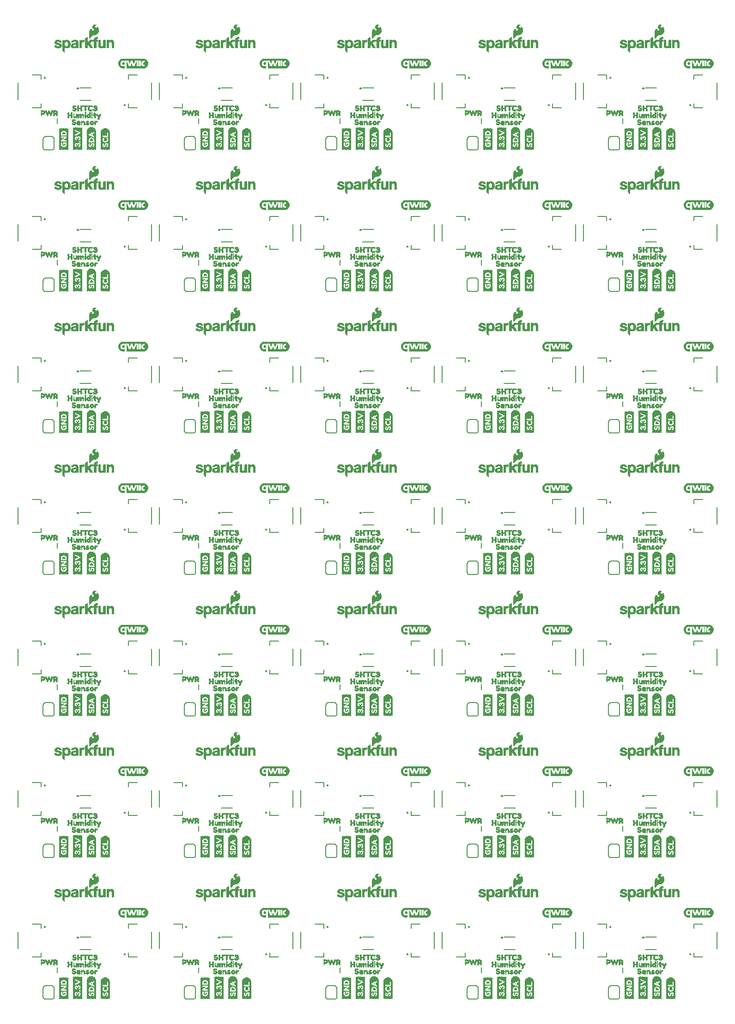
<source format=gto>
G04 EAGLE Gerber RS-274X export*
G75*
%MOMM*%
%FSLAX34Y34*%
%LPD*%
%INSilkscreen Top*%
%IPPOS*%
%AMOC8*
5,1,8,0,0,1.08239X$1,22.5*%
G01*
%ADD10C,0.203200*%
%ADD11R,0.040000X4.040000*%
%ADD12R,0.040000X0.760000*%
%ADD13R,0.040000X1.000000*%
%ADD14R,0.040000X1.880000*%
%ADD15R,0.040000X0.640000*%
%ADD16R,0.040000X0.840000*%
%ADD17R,0.040000X0.280000*%
%ADD18R,0.040000X0.600000*%
%ADD19R,0.040000X0.480000*%
%ADD20R,0.040000X0.680000*%
%ADD21R,0.040000X0.200000*%
%ADD22R,0.040000X0.440000*%
%ADD23R,0.040000X0.560000*%
%ADD24R,0.040000X0.160000*%
%ADD25R,0.040000X0.520000*%
%ADD26R,0.040000X0.120000*%
%ADD27R,0.040000X0.080000*%
%ADD28R,0.040000X0.240000*%
%ADD29R,0.040000X0.400000*%
%ADD30R,0.040000X0.360000*%
%ADD31R,0.040000X0.320000*%
%ADD32R,0.040000X0.800000*%
%ADD33R,0.040000X0.920000*%
%ADD34R,0.040000X0.040000*%
%ADD35R,0.040000X0.720000*%
%ADD36R,0.040000X0.880000*%
%ADD37R,0.040000X3.880000*%
%ADD38R,0.040000X2.800000*%
%ADD39R,0.040000X3.280000*%
%ADD40R,0.040000X3.400000*%
%ADD41R,0.040000X3.480000*%
%ADD42R,0.040000X3.560000*%
%ADD43R,0.040000X3.600000*%
%ADD44R,0.040000X3.640000*%
%ADD45R,0.040000X3.680000*%
%ADD46R,0.040000X1.800000*%
%ADD47R,0.040000X1.240000*%
%ADD48R,0.040000X1.280000*%
%ADD49R,0.040000X1.320000*%
%ADD50R,0.040000X3.520000*%
%ADD51R,0.040000X3.720000*%
%ADD52R,0.040000X3.800000*%
%ADD53R,0.040000X3.840000*%
%ADD54R,0.040000X3.920000*%
%ADD55R,0.040000X3.040000*%
%ADD56R,0.040000X1.160000*%
%ADD57R,0.040000X1.120000*%
%ADD58R,0.040000X1.080000*%
%ADD59R,0.040000X1.040000*%
%ADD60R,0.040000X0.960000*%
%ADD61R,0.360000X0.040000*%
%ADD62R,0.080000X0.040000*%
%ADD63R,0.120000X0.040000*%
%ADD64R,0.600000X0.040000*%
%ADD65R,0.240000X0.040000*%
%ADD66R,0.160000X0.040000*%
%ADD67R,0.680000X0.040000*%
%ADD68R,0.280000X0.040000*%
%ADD69R,0.720000X0.040000*%
%ADD70R,0.760000X0.040000*%
%ADD71R,0.320000X0.040000*%
%ADD72R,0.800000X0.040000*%
%ADD73R,0.400000X0.040000*%
%ADD74R,0.440000X0.040000*%
%ADD75R,0.480000X0.040000*%
%ADD76R,0.520000X0.040000*%
%ADD77R,1.120000X0.040000*%
%ADD78R,0.840000X0.040000*%
%ADD79R,0.200000X0.040000*%
%ADD80R,0.880000X0.040000*%
%ADD81R,1.000000X0.040000*%
%ADD82R,0.560000X0.040000*%
%ADD83R,1.040000X0.040000*%
%ADD84R,0.640000X0.040000*%
%ADD85R,0.960000X0.040000*%
%ADD86R,0.920000X0.040000*%
%ADD87R,1.080000X0.040000*%

G36*
X1236423Y1464197D02*
X1236423Y1464197D01*
X1236444Y1464200D01*
X1236453Y1464217D01*
X1236462Y1464223D01*
X1236460Y1464232D01*
X1236467Y1464246D01*
X1236483Y1464633D01*
X1236482Y1464634D01*
X1236483Y1464635D01*
X1236483Y1468870D01*
X1236483Y1468871D01*
X1236473Y1469264D01*
X1236466Y1469275D01*
X1236468Y1469288D01*
X1236448Y1469301D01*
X1236435Y1469321D01*
X1236422Y1469318D01*
X1236411Y1469326D01*
X1236377Y1469311D01*
X1236368Y1469309D01*
X1236367Y1469306D01*
X1236364Y1469305D01*
X1235933Y1468819D01*
X1235530Y1468492D01*
X1235083Y1468229D01*
X1234598Y1468044D01*
X1234091Y1467927D01*
X1233573Y1467874D01*
X1233052Y1467895D01*
X1232531Y1467944D01*
X1232024Y1468063D01*
X1231525Y1468215D01*
X1231062Y1468453D01*
X1230612Y1468714D01*
X1230224Y1469062D01*
X1229859Y1469432D01*
X1229554Y1469855D01*
X1229293Y1470305D01*
X1229077Y1470781D01*
X1228917Y1471277D01*
X1228791Y1471786D01*
X1228718Y1472303D01*
X1228678Y1472826D01*
X1228673Y1473350D01*
X1228713Y1473873D01*
X1228780Y1474391D01*
X1228906Y1474900D01*
X1229063Y1475397D01*
X1229280Y1475872D01*
X1229542Y1476321D01*
X1229849Y1476742D01*
X1230217Y1477110D01*
X1230606Y1477456D01*
X1231061Y1477709D01*
X1231529Y1477936D01*
X1232028Y1478088D01*
X1232538Y1478193D01*
X1233059Y1478241D01*
X1233580Y1478250D01*
X1234098Y1478191D01*
X1234603Y1478067D01*
X1235086Y1477876D01*
X1235533Y1477612D01*
X1235937Y1477290D01*
X1236367Y1476742D01*
X1236382Y1476737D01*
X1236390Y1476724D01*
X1236412Y1476727D01*
X1236432Y1476720D01*
X1236442Y1476731D01*
X1236458Y1476733D01*
X1236470Y1476761D01*
X1236478Y1476769D01*
X1236477Y1476775D01*
X1236480Y1476780D01*
X1236483Y1477280D01*
X1236483Y1477809D01*
X1236486Y1478151D01*
X1239721Y1478151D01*
X1239722Y1478151D01*
X1239739Y1478151D01*
X1239739Y1464533D01*
X1239740Y1464531D01*
X1239740Y1464529D01*
X1239756Y1464245D01*
X1239769Y1464228D01*
X1239772Y1464207D01*
X1239790Y1464199D01*
X1239797Y1464190D01*
X1239806Y1464192D01*
X1239819Y1464186D01*
X1270747Y1464186D01*
X1270750Y1464188D01*
X1270753Y1464186D01*
X1272334Y1464337D01*
X1272336Y1464339D01*
X1272339Y1464338D01*
X1272857Y1464435D01*
X1272860Y1464438D01*
X1272864Y1464437D01*
X1274376Y1464919D01*
X1274380Y1464923D01*
X1274387Y1464924D01*
X1275783Y1465681D01*
X1275785Y1465686D01*
X1275792Y1465688D01*
X1277025Y1466687D01*
X1277026Y1466690D01*
X1277031Y1466692D01*
X1277394Y1467074D01*
X1277395Y1467076D01*
X1277397Y1467077D01*
X1278071Y1467894D01*
X1278071Y1467896D01*
X1278074Y1467898D01*
X1278377Y1468329D01*
X1278377Y1468332D01*
X1278381Y1468335D01*
X1279125Y1469737D01*
X1279125Y1469742D01*
X1279126Y1469743D01*
X1279128Y1469745D01*
X1279128Y1469746D01*
X1279130Y1469747D01*
X1279600Y1471264D01*
X1279599Y1471269D01*
X1279603Y1471274D01*
X1279673Y1471797D01*
X1279673Y1471798D01*
X1279673Y1471799D01*
X1279779Y1472853D01*
X1279778Y1472855D01*
X1279780Y1472858D01*
X1279788Y1473385D01*
X1279786Y1473387D01*
X1279788Y1473392D01*
X1279628Y1474972D01*
X1279624Y1474976D01*
X1279625Y1474984D01*
X1279154Y1476500D01*
X1279151Y1476503D01*
X1279151Y1476508D01*
X1278928Y1476986D01*
X1278926Y1476987D01*
X1278926Y1476989D01*
X1278421Y1477920D01*
X1278419Y1477921D01*
X1278418Y1477924D01*
X1278128Y1478364D01*
X1278126Y1478365D01*
X1278124Y1478370D01*
X1277451Y1479186D01*
X1277449Y1479186D01*
X1277449Y1479188D01*
X1277416Y1479224D01*
X1277360Y1479287D01*
X1277304Y1479350D01*
X1277248Y1479413D01*
X1277192Y1479475D01*
X1277136Y1479538D01*
X1277097Y1479581D01*
X1277093Y1479582D01*
X1277090Y1479588D01*
X1275865Y1480598D01*
X1275860Y1480599D01*
X1275855Y1480605D01*
X1274461Y1481364D01*
X1274457Y1481364D01*
X1274453Y1481368D01*
X1273958Y1481551D01*
X1273957Y1481551D01*
X1273955Y1481552D01*
X1272944Y1481866D01*
X1272942Y1481866D01*
X1272939Y1481868D01*
X1272425Y1481982D01*
X1272422Y1481980D01*
X1272418Y1481983D01*
X1271364Y1482089D01*
X1270839Y1482142D01*
X1270836Y1482141D01*
X1270832Y1482142D01*
X1233781Y1482142D01*
X1233779Y1482141D01*
X1233775Y1482142D01*
X1232195Y1481994D01*
X1232193Y1481993D01*
X1232190Y1481994D01*
X1231671Y1481903D01*
X1231668Y1481900D01*
X1231663Y1481901D01*
X1230148Y1481425D01*
X1230145Y1481421D01*
X1230137Y1481420D01*
X1228742Y1480663D01*
X1228740Y1480659D01*
X1228734Y1480657D01*
X1228314Y1480337D01*
X1228314Y1480336D01*
X1228312Y1480336D01*
X1227496Y1479662D01*
X1227495Y1479659D01*
X1227491Y1479658D01*
X1227123Y1479280D01*
X1227122Y1479278D01*
X1227119Y1479276D01*
X1226446Y1478460D01*
X1226445Y1478458D01*
X1226443Y1478456D01*
X1226135Y1478029D01*
X1226134Y1478025D01*
X1226130Y1478022D01*
X1225380Y1476623D01*
X1225381Y1476618D01*
X1225376Y1476612D01*
X1224905Y1475096D01*
X1224906Y1475091D01*
X1224903Y1475086D01*
X1224826Y1474564D01*
X1224827Y1474563D01*
X1224826Y1474561D01*
X1224719Y1473508D01*
X1224720Y1473506D01*
X1224719Y1473504D01*
X1224704Y1472977D01*
X1224706Y1472974D01*
X1224704Y1472969D01*
X1224864Y1471389D01*
X1224867Y1471385D01*
X1224866Y1471377D01*
X1225331Y1469859D01*
X1225334Y1469857D01*
X1225334Y1469852D01*
X1225552Y1469372D01*
X1225554Y1469371D01*
X1225554Y1469368D01*
X1226059Y1468438D01*
X1226061Y1468436D01*
X1226061Y1468434D01*
X1226346Y1467990D01*
X1226349Y1467988D01*
X1226351Y1467984D01*
X1226360Y1467972D01*
X1226413Y1467910D01*
X1226466Y1467847D01*
X1226624Y1467659D01*
X1226677Y1467596D01*
X1226730Y1467533D01*
X1226782Y1467470D01*
X1226835Y1467408D01*
X1226888Y1467345D01*
X1227046Y1467157D01*
X1227099Y1467094D01*
X1227152Y1467031D01*
X1227205Y1466968D01*
X1227257Y1466906D01*
X1227372Y1466769D01*
X1227377Y1466768D01*
X1227380Y1466761D01*
X1228605Y1465751D01*
X1228610Y1465750D01*
X1228615Y1465744D01*
X1230005Y1464980D01*
X1230009Y1464980D01*
X1230013Y1464976D01*
X1230505Y1464787D01*
X1230507Y1464787D01*
X1230509Y1464785D01*
X1231520Y1464472D01*
X1231522Y1464472D01*
X1231524Y1464470D01*
X1232037Y1464350D01*
X1232041Y1464351D01*
X1232045Y1464349D01*
X1233625Y1464189D01*
X1233628Y1464191D01*
X1233631Y1464189D01*
X1236405Y1464186D01*
X1236423Y1464197D01*
G37*
G36*
X1236423Y168797D02*
X1236423Y168797D01*
X1236444Y168800D01*
X1236453Y168817D01*
X1236462Y168823D01*
X1236460Y168832D01*
X1236467Y168846D01*
X1236483Y169233D01*
X1236482Y169234D01*
X1236483Y169235D01*
X1236483Y173470D01*
X1236483Y173471D01*
X1236473Y173864D01*
X1236466Y173875D01*
X1236468Y173888D01*
X1236448Y173901D01*
X1236435Y173921D01*
X1236422Y173918D01*
X1236411Y173926D01*
X1236377Y173911D01*
X1236368Y173909D01*
X1236367Y173906D01*
X1236364Y173905D01*
X1235933Y173419D01*
X1235530Y173092D01*
X1235083Y172829D01*
X1234598Y172644D01*
X1234091Y172527D01*
X1233573Y172474D01*
X1233052Y172495D01*
X1232531Y172544D01*
X1232024Y172663D01*
X1231525Y172815D01*
X1231062Y173053D01*
X1230612Y173314D01*
X1230224Y173662D01*
X1229859Y174032D01*
X1229554Y174455D01*
X1229293Y174905D01*
X1229077Y175381D01*
X1228917Y175877D01*
X1228791Y176386D01*
X1228718Y176903D01*
X1228678Y177426D01*
X1228673Y177950D01*
X1228713Y178473D01*
X1228780Y178991D01*
X1228906Y179500D01*
X1229063Y179997D01*
X1229280Y180472D01*
X1229542Y180921D01*
X1229849Y181342D01*
X1230217Y181710D01*
X1230606Y182056D01*
X1231061Y182309D01*
X1231529Y182536D01*
X1232028Y182688D01*
X1232538Y182793D01*
X1233059Y182841D01*
X1233580Y182850D01*
X1234098Y182791D01*
X1234603Y182667D01*
X1235086Y182476D01*
X1235533Y182212D01*
X1235937Y181890D01*
X1236367Y181342D01*
X1236382Y181337D01*
X1236390Y181324D01*
X1236412Y181327D01*
X1236432Y181320D01*
X1236442Y181331D01*
X1236458Y181333D01*
X1236470Y181361D01*
X1236478Y181369D01*
X1236477Y181375D01*
X1236480Y181380D01*
X1236483Y181880D01*
X1236483Y182409D01*
X1236486Y182751D01*
X1239721Y182751D01*
X1239722Y182751D01*
X1239739Y182751D01*
X1239739Y169133D01*
X1239740Y169131D01*
X1239740Y169129D01*
X1239756Y168845D01*
X1239769Y168828D01*
X1239772Y168807D01*
X1239790Y168799D01*
X1239797Y168790D01*
X1239806Y168792D01*
X1239819Y168786D01*
X1270747Y168786D01*
X1270750Y168788D01*
X1270753Y168786D01*
X1272334Y168937D01*
X1272336Y168939D01*
X1272339Y168938D01*
X1272857Y169035D01*
X1272860Y169038D01*
X1272864Y169037D01*
X1274376Y169519D01*
X1274380Y169523D01*
X1274387Y169524D01*
X1275783Y170281D01*
X1275785Y170286D01*
X1275792Y170288D01*
X1277025Y171287D01*
X1277026Y171290D01*
X1277031Y171292D01*
X1277394Y171674D01*
X1277395Y171676D01*
X1277397Y171677D01*
X1278071Y172494D01*
X1278071Y172496D01*
X1278074Y172498D01*
X1278377Y172929D01*
X1278377Y172932D01*
X1278381Y172935D01*
X1279125Y174337D01*
X1279125Y174342D01*
X1279126Y174343D01*
X1279128Y174345D01*
X1279128Y174346D01*
X1279130Y174347D01*
X1279600Y175864D01*
X1279599Y175869D01*
X1279603Y175874D01*
X1279673Y176397D01*
X1279673Y176398D01*
X1279673Y176399D01*
X1279779Y177453D01*
X1279778Y177455D01*
X1279780Y177458D01*
X1279788Y177985D01*
X1279786Y177987D01*
X1279788Y177992D01*
X1279628Y179572D01*
X1279624Y179576D01*
X1279625Y179584D01*
X1279154Y181100D01*
X1279151Y181103D01*
X1279151Y181108D01*
X1278928Y181586D01*
X1278926Y181587D01*
X1278926Y181589D01*
X1278421Y182520D01*
X1278419Y182521D01*
X1278418Y182524D01*
X1278128Y182964D01*
X1278126Y182965D01*
X1278124Y182970D01*
X1277451Y183786D01*
X1277449Y183786D01*
X1277449Y183788D01*
X1277416Y183824D01*
X1277360Y183887D01*
X1277304Y183950D01*
X1277248Y184013D01*
X1277192Y184075D01*
X1277136Y184138D01*
X1277097Y184181D01*
X1277093Y184182D01*
X1277090Y184188D01*
X1275865Y185198D01*
X1275860Y185199D01*
X1275855Y185205D01*
X1274461Y185964D01*
X1274457Y185964D01*
X1274453Y185968D01*
X1273958Y186151D01*
X1273957Y186151D01*
X1273955Y186152D01*
X1272944Y186466D01*
X1272942Y186466D01*
X1272939Y186468D01*
X1272425Y186582D01*
X1272422Y186580D01*
X1272418Y186583D01*
X1271364Y186689D01*
X1270839Y186742D01*
X1270836Y186741D01*
X1270832Y186742D01*
X1233781Y186742D01*
X1233779Y186741D01*
X1233775Y186742D01*
X1232195Y186594D01*
X1232193Y186593D01*
X1232190Y186594D01*
X1231671Y186503D01*
X1231668Y186500D01*
X1231663Y186501D01*
X1230148Y186025D01*
X1230145Y186021D01*
X1230137Y186020D01*
X1228742Y185263D01*
X1228740Y185259D01*
X1228734Y185257D01*
X1228314Y184937D01*
X1228314Y184936D01*
X1228312Y184936D01*
X1227496Y184262D01*
X1227495Y184259D01*
X1227491Y184258D01*
X1227123Y183880D01*
X1227122Y183878D01*
X1227119Y183876D01*
X1226446Y183060D01*
X1226445Y183058D01*
X1226443Y183056D01*
X1226135Y182629D01*
X1226134Y182625D01*
X1226130Y182622D01*
X1225380Y181223D01*
X1225381Y181218D01*
X1225376Y181212D01*
X1224905Y179696D01*
X1224906Y179691D01*
X1224903Y179686D01*
X1224826Y179164D01*
X1224827Y179163D01*
X1224826Y179161D01*
X1224719Y178108D01*
X1224720Y178106D01*
X1224719Y178104D01*
X1224704Y177577D01*
X1224706Y177574D01*
X1224704Y177569D01*
X1224864Y175989D01*
X1224867Y175985D01*
X1224866Y175977D01*
X1225331Y174459D01*
X1225334Y174457D01*
X1225334Y174452D01*
X1225552Y173972D01*
X1225554Y173971D01*
X1225554Y173968D01*
X1226059Y173038D01*
X1226061Y173036D01*
X1226061Y173034D01*
X1226346Y172590D01*
X1226349Y172588D01*
X1226351Y172584D01*
X1226360Y172572D01*
X1226413Y172510D01*
X1226466Y172447D01*
X1226624Y172259D01*
X1226677Y172196D01*
X1226730Y172133D01*
X1226782Y172070D01*
X1226835Y172008D01*
X1226888Y171945D01*
X1227046Y171757D01*
X1227099Y171694D01*
X1227152Y171631D01*
X1227205Y171568D01*
X1227257Y171506D01*
X1227372Y171369D01*
X1227377Y171368D01*
X1227380Y171361D01*
X1228605Y170351D01*
X1228610Y170350D01*
X1228615Y170344D01*
X1230005Y169580D01*
X1230009Y169580D01*
X1230013Y169576D01*
X1230505Y169387D01*
X1230507Y169387D01*
X1230509Y169385D01*
X1231520Y169072D01*
X1231522Y169072D01*
X1231524Y169070D01*
X1232037Y168950D01*
X1232041Y168951D01*
X1232045Y168949D01*
X1233625Y168789D01*
X1233628Y168791D01*
X1233631Y168789D01*
X1236405Y168786D01*
X1236423Y168797D01*
G37*
G36*
X718263Y168797D02*
X718263Y168797D01*
X718284Y168800D01*
X718293Y168817D01*
X718302Y168823D01*
X718300Y168832D01*
X718307Y168846D01*
X718323Y169233D01*
X718322Y169234D01*
X718323Y169235D01*
X718323Y173470D01*
X718323Y173471D01*
X718313Y173864D01*
X718306Y173875D01*
X718308Y173888D01*
X718288Y173901D01*
X718275Y173921D01*
X718262Y173918D01*
X718251Y173926D01*
X718217Y173911D01*
X718208Y173909D01*
X718207Y173906D01*
X718204Y173905D01*
X717773Y173419D01*
X717370Y173092D01*
X716923Y172829D01*
X716438Y172644D01*
X715931Y172527D01*
X715413Y172474D01*
X714892Y172495D01*
X714371Y172544D01*
X713864Y172663D01*
X713365Y172815D01*
X712902Y173053D01*
X712452Y173314D01*
X712064Y173662D01*
X711699Y174032D01*
X711394Y174455D01*
X711133Y174905D01*
X710917Y175381D01*
X710757Y175877D01*
X710631Y176386D01*
X710558Y176903D01*
X710518Y177426D01*
X710513Y177950D01*
X710553Y178473D01*
X710620Y178991D01*
X710746Y179500D01*
X710903Y179997D01*
X711120Y180472D01*
X711382Y180921D01*
X711689Y181342D01*
X712057Y181710D01*
X712446Y182056D01*
X712901Y182309D01*
X713369Y182536D01*
X713868Y182688D01*
X714378Y182793D01*
X714899Y182841D01*
X715420Y182850D01*
X715938Y182791D01*
X716443Y182667D01*
X716926Y182476D01*
X717373Y182212D01*
X717777Y181890D01*
X718207Y181342D01*
X718222Y181337D01*
X718230Y181324D01*
X718252Y181327D01*
X718272Y181320D01*
X718282Y181331D01*
X718298Y181333D01*
X718310Y181361D01*
X718318Y181369D01*
X718317Y181375D01*
X718320Y181380D01*
X718323Y181880D01*
X718323Y182409D01*
X718326Y182751D01*
X721561Y182751D01*
X721562Y182751D01*
X721579Y182751D01*
X721579Y169133D01*
X721580Y169131D01*
X721580Y169129D01*
X721596Y168845D01*
X721609Y168828D01*
X721612Y168807D01*
X721630Y168799D01*
X721637Y168790D01*
X721646Y168792D01*
X721659Y168786D01*
X752587Y168786D01*
X752590Y168788D01*
X752593Y168786D01*
X754174Y168937D01*
X754176Y168939D01*
X754179Y168938D01*
X754697Y169035D01*
X754700Y169038D01*
X754704Y169037D01*
X756216Y169519D01*
X756220Y169523D01*
X756227Y169524D01*
X757623Y170281D01*
X757625Y170286D01*
X757632Y170288D01*
X758865Y171287D01*
X758866Y171290D01*
X758871Y171292D01*
X759234Y171674D01*
X759235Y171676D01*
X759237Y171677D01*
X759911Y172494D01*
X759911Y172496D01*
X759914Y172498D01*
X760217Y172929D01*
X760217Y172932D01*
X760221Y172935D01*
X760965Y174337D01*
X760965Y174342D01*
X760966Y174343D01*
X760968Y174345D01*
X760968Y174346D01*
X760970Y174347D01*
X761440Y175864D01*
X761439Y175869D01*
X761443Y175874D01*
X761513Y176397D01*
X761513Y176398D01*
X761513Y176399D01*
X761619Y177453D01*
X761618Y177455D01*
X761620Y177458D01*
X761628Y177985D01*
X761626Y177987D01*
X761628Y177992D01*
X761468Y179572D01*
X761464Y179576D01*
X761465Y179584D01*
X760994Y181100D01*
X760991Y181103D01*
X760991Y181108D01*
X760768Y181586D01*
X760766Y181587D01*
X760766Y181589D01*
X760261Y182520D01*
X760259Y182521D01*
X760258Y182524D01*
X759968Y182964D01*
X759966Y182965D01*
X759964Y182970D01*
X759291Y183786D01*
X759289Y183786D01*
X759289Y183788D01*
X759256Y183824D01*
X759200Y183887D01*
X759144Y183950D01*
X759088Y184013D01*
X759032Y184075D01*
X758976Y184138D01*
X758937Y184181D01*
X758933Y184182D01*
X758930Y184188D01*
X757705Y185198D01*
X757700Y185199D01*
X757695Y185205D01*
X756301Y185964D01*
X756297Y185964D01*
X756293Y185968D01*
X755798Y186151D01*
X755797Y186151D01*
X755795Y186152D01*
X754784Y186466D01*
X754782Y186466D01*
X754779Y186468D01*
X754265Y186582D01*
X754262Y186580D01*
X754258Y186583D01*
X753204Y186689D01*
X752679Y186742D01*
X752676Y186741D01*
X752672Y186742D01*
X715621Y186742D01*
X715619Y186741D01*
X715615Y186742D01*
X714035Y186594D01*
X714033Y186593D01*
X714030Y186594D01*
X713511Y186503D01*
X713508Y186500D01*
X713503Y186501D01*
X711988Y186025D01*
X711985Y186021D01*
X711977Y186020D01*
X710582Y185263D01*
X710580Y185259D01*
X710574Y185257D01*
X710154Y184937D01*
X710154Y184936D01*
X710152Y184936D01*
X709336Y184262D01*
X709335Y184259D01*
X709331Y184258D01*
X708963Y183880D01*
X708962Y183878D01*
X708959Y183876D01*
X708286Y183060D01*
X708285Y183058D01*
X708283Y183056D01*
X707975Y182629D01*
X707974Y182625D01*
X707970Y182622D01*
X707220Y181223D01*
X707221Y181218D01*
X707216Y181212D01*
X706745Y179696D01*
X706746Y179691D01*
X706743Y179686D01*
X706666Y179164D01*
X706667Y179163D01*
X706666Y179161D01*
X706559Y178108D01*
X706560Y178106D01*
X706559Y178104D01*
X706544Y177577D01*
X706546Y177574D01*
X706544Y177569D01*
X706704Y175989D01*
X706707Y175985D01*
X706706Y175977D01*
X707171Y174459D01*
X707174Y174457D01*
X707174Y174452D01*
X707392Y173972D01*
X707394Y173971D01*
X707394Y173968D01*
X707899Y173038D01*
X707901Y173036D01*
X707901Y173034D01*
X708186Y172590D01*
X708189Y172588D01*
X708191Y172584D01*
X708200Y172572D01*
X708253Y172510D01*
X708306Y172447D01*
X708464Y172259D01*
X708517Y172196D01*
X708570Y172133D01*
X708622Y172070D01*
X708675Y172008D01*
X708728Y171945D01*
X708886Y171757D01*
X708939Y171694D01*
X708992Y171631D01*
X709045Y171568D01*
X709097Y171506D01*
X709212Y171369D01*
X709217Y171368D01*
X709220Y171361D01*
X710445Y170351D01*
X710450Y170350D01*
X710455Y170344D01*
X711845Y169580D01*
X711849Y169580D01*
X711853Y169576D01*
X712345Y169387D01*
X712347Y169387D01*
X712349Y169385D01*
X713360Y169072D01*
X713362Y169072D01*
X713364Y169070D01*
X713877Y168950D01*
X713881Y168951D01*
X713885Y168949D01*
X715465Y168789D01*
X715468Y168791D01*
X715471Y168789D01*
X718245Y168786D01*
X718263Y168797D01*
G37*
G36*
X977343Y168797D02*
X977343Y168797D01*
X977364Y168800D01*
X977373Y168817D01*
X977382Y168823D01*
X977380Y168832D01*
X977387Y168846D01*
X977403Y169233D01*
X977402Y169234D01*
X977403Y169235D01*
X977403Y173470D01*
X977403Y173471D01*
X977393Y173864D01*
X977386Y173875D01*
X977388Y173888D01*
X977368Y173901D01*
X977355Y173921D01*
X977342Y173918D01*
X977331Y173926D01*
X977297Y173911D01*
X977288Y173909D01*
X977287Y173906D01*
X977284Y173905D01*
X976853Y173419D01*
X976450Y173092D01*
X976003Y172829D01*
X975518Y172644D01*
X975011Y172527D01*
X974493Y172474D01*
X973972Y172495D01*
X973451Y172544D01*
X972944Y172663D01*
X972445Y172815D01*
X971982Y173053D01*
X971532Y173314D01*
X971144Y173662D01*
X970779Y174032D01*
X970474Y174455D01*
X970213Y174905D01*
X969997Y175381D01*
X969837Y175877D01*
X969711Y176386D01*
X969638Y176903D01*
X969598Y177426D01*
X969593Y177950D01*
X969633Y178473D01*
X969700Y178991D01*
X969826Y179500D01*
X969983Y179997D01*
X970200Y180472D01*
X970462Y180921D01*
X970769Y181342D01*
X971137Y181710D01*
X971526Y182056D01*
X971981Y182309D01*
X972449Y182536D01*
X972948Y182688D01*
X973458Y182793D01*
X973979Y182841D01*
X974500Y182850D01*
X975018Y182791D01*
X975523Y182667D01*
X976006Y182476D01*
X976453Y182212D01*
X976857Y181890D01*
X977287Y181342D01*
X977302Y181337D01*
X977310Y181324D01*
X977332Y181327D01*
X977352Y181320D01*
X977362Y181331D01*
X977378Y181333D01*
X977390Y181361D01*
X977398Y181369D01*
X977397Y181375D01*
X977400Y181380D01*
X977403Y181880D01*
X977403Y182409D01*
X977406Y182751D01*
X980641Y182751D01*
X980642Y182751D01*
X980659Y182751D01*
X980659Y169133D01*
X980660Y169131D01*
X980660Y169129D01*
X980676Y168845D01*
X980689Y168828D01*
X980692Y168807D01*
X980710Y168799D01*
X980717Y168790D01*
X980726Y168792D01*
X980739Y168786D01*
X1011667Y168786D01*
X1011670Y168788D01*
X1011673Y168786D01*
X1013254Y168937D01*
X1013256Y168939D01*
X1013259Y168938D01*
X1013777Y169035D01*
X1013780Y169038D01*
X1013784Y169037D01*
X1015296Y169519D01*
X1015300Y169523D01*
X1015307Y169524D01*
X1016703Y170281D01*
X1016705Y170286D01*
X1016712Y170288D01*
X1017945Y171287D01*
X1017946Y171290D01*
X1017951Y171292D01*
X1018314Y171674D01*
X1018315Y171676D01*
X1018317Y171677D01*
X1018991Y172494D01*
X1018991Y172496D01*
X1018994Y172498D01*
X1019297Y172929D01*
X1019297Y172932D01*
X1019301Y172935D01*
X1020045Y174337D01*
X1020045Y174342D01*
X1020046Y174343D01*
X1020048Y174345D01*
X1020048Y174346D01*
X1020050Y174347D01*
X1020520Y175864D01*
X1020519Y175869D01*
X1020523Y175874D01*
X1020593Y176397D01*
X1020593Y176398D01*
X1020593Y176399D01*
X1020699Y177453D01*
X1020698Y177455D01*
X1020700Y177458D01*
X1020708Y177985D01*
X1020706Y177987D01*
X1020708Y177992D01*
X1020548Y179572D01*
X1020544Y179576D01*
X1020545Y179584D01*
X1020074Y181100D01*
X1020071Y181103D01*
X1020071Y181108D01*
X1019848Y181586D01*
X1019846Y181587D01*
X1019846Y181589D01*
X1019341Y182520D01*
X1019339Y182521D01*
X1019338Y182524D01*
X1019048Y182964D01*
X1019046Y182965D01*
X1019044Y182970D01*
X1018371Y183786D01*
X1018369Y183786D01*
X1018369Y183788D01*
X1018336Y183824D01*
X1018280Y183887D01*
X1018224Y183950D01*
X1018168Y184013D01*
X1018112Y184075D01*
X1018056Y184138D01*
X1018017Y184181D01*
X1018013Y184182D01*
X1018010Y184188D01*
X1016785Y185198D01*
X1016780Y185199D01*
X1016775Y185205D01*
X1015381Y185964D01*
X1015377Y185964D01*
X1015373Y185968D01*
X1014878Y186151D01*
X1014877Y186151D01*
X1014875Y186152D01*
X1013864Y186466D01*
X1013862Y186466D01*
X1013859Y186468D01*
X1013345Y186582D01*
X1013342Y186580D01*
X1013338Y186583D01*
X1012284Y186689D01*
X1011759Y186742D01*
X1011756Y186741D01*
X1011752Y186742D01*
X974701Y186742D01*
X974699Y186741D01*
X974695Y186742D01*
X973115Y186594D01*
X973113Y186593D01*
X973110Y186594D01*
X972591Y186503D01*
X972588Y186500D01*
X972583Y186501D01*
X971068Y186025D01*
X971065Y186021D01*
X971057Y186020D01*
X969662Y185263D01*
X969660Y185259D01*
X969654Y185257D01*
X969234Y184937D01*
X969234Y184936D01*
X969232Y184936D01*
X968416Y184262D01*
X968415Y184259D01*
X968411Y184258D01*
X968043Y183880D01*
X968042Y183878D01*
X968039Y183876D01*
X967366Y183060D01*
X967365Y183058D01*
X967363Y183056D01*
X967055Y182629D01*
X967054Y182625D01*
X967050Y182622D01*
X966300Y181223D01*
X966301Y181218D01*
X966296Y181212D01*
X965825Y179696D01*
X965826Y179691D01*
X965823Y179686D01*
X965746Y179164D01*
X965747Y179163D01*
X965746Y179161D01*
X965639Y178108D01*
X965640Y178106D01*
X965639Y178104D01*
X965624Y177577D01*
X965626Y177574D01*
X965624Y177569D01*
X965784Y175989D01*
X965787Y175985D01*
X965786Y175977D01*
X966251Y174459D01*
X966254Y174457D01*
X966254Y174452D01*
X966472Y173972D01*
X966474Y173971D01*
X966474Y173968D01*
X966979Y173038D01*
X966981Y173036D01*
X966981Y173034D01*
X967266Y172590D01*
X967269Y172588D01*
X967271Y172584D01*
X967280Y172572D01*
X967333Y172510D01*
X967386Y172447D01*
X967544Y172259D01*
X967597Y172196D01*
X967650Y172133D01*
X967702Y172070D01*
X967755Y172008D01*
X967808Y171945D01*
X967966Y171757D01*
X968019Y171694D01*
X968072Y171631D01*
X968125Y171568D01*
X968177Y171506D01*
X968292Y171369D01*
X968297Y171368D01*
X968300Y171361D01*
X969525Y170351D01*
X969530Y170350D01*
X969535Y170344D01*
X970925Y169580D01*
X970929Y169580D01*
X970933Y169576D01*
X971425Y169387D01*
X971427Y169387D01*
X971429Y169385D01*
X972440Y169072D01*
X972442Y169072D01*
X972444Y169070D01*
X972957Y168950D01*
X972961Y168951D01*
X972965Y168949D01*
X974545Y168789D01*
X974548Y168791D01*
X974551Y168789D01*
X977325Y168786D01*
X977343Y168797D01*
G37*
G36*
X200103Y168797D02*
X200103Y168797D01*
X200124Y168800D01*
X200133Y168817D01*
X200142Y168823D01*
X200140Y168832D01*
X200147Y168846D01*
X200163Y169233D01*
X200162Y169234D01*
X200163Y169235D01*
X200163Y173470D01*
X200163Y173471D01*
X200153Y173864D01*
X200146Y173875D01*
X200148Y173888D01*
X200128Y173901D01*
X200115Y173921D01*
X200102Y173918D01*
X200091Y173926D01*
X200057Y173911D01*
X200048Y173909D01*
X200047Y173906D01*
X200044Y173905D01*
X199613Y173419D01*
X199210Y173092D01*
X198763Y172829D01*
X198278Y172644D01*
X197771Y172527D01*
X197253Y172474D01*
X196732Y172495D01*
X196211Y172544D01*
X195704Y172663D01*
X195205Y172815D01*
X194742Y173053D01*
X194292Y173314D01*
X193904Y173662D01*
X193539Y174032D01*
X193234Y174455D01*
X192973Y174905D01*
X192757Y175381D01*
X192597Y175877D01*
X192471Y176386D01*
X192398Y176903D01*
X192358Y177426D01*
X192353Y177950D01*
X192393Y178473D01*
X192460Y178991D01*
X192586Y179500D01*
X192743Y179997D01*
X192960Y180472D01*
X193222Y180921D01*
X193529Y181342D01*
X193897Y181710D01*
X194286Y182056D01*
X194741Y182309D01*
X195209Y182536D01*
X195708Y182688D01*
X196218Y182793D01*
X196739Y182841D01*
X197260Y182850D01*
X197778Y182791D01*
X198283Y182667D01*
X198766Y182476D01*
X199213Y182212D01*
X199617Y181890D01*
X200047Y181342D01*
X200062Y181337D01*
X200070Y181324D01*
X200092Y181327D01*
X200112Y181320D01*
X200122Y181331D01*
X200138Y181333D01*
X200150Y181361D01*
X200158Y181369D01*
X200157Y181375D01*
X200160Y181380D01*
X200163Y181880D01*
X200163Y182409D01*
X200166Y182751D01*
X203401Y182751D01*
X203402Y182751D01*
X203419Y182751D01*
X203419Y169133D01*
X203420Y169131D01*
X203420Y169129D01*
X203436Y168845D01*
X203449Y168828D01*
X203452Y168807D01*
X203470Y168799D01*
X203477Y168790D01*
X203486Y168792D01*
X203499Y168786D01*
X234427Y168786D01*
X234430Y168788D01*
X234433Y168786D01*
X236014Y168937D01*
X236016Y168939D01*
X236019Y168938D01*
X236537Y169035D01*
X236540Y169038D01*
X236544Y169037D01*
X238056Y169519D01*
X238060Y169523D01*
X238067Y169524D01*
X239463Y170281D01*
X239465Y170286D01*
X239472Y170288D01*
X240705Y171287D01*
X240706Y171290D01*
X240711Y171292D01*
X241074Y171674D01*
X241075Y171676D01*
X241077Y171677D01*
X241751Y172494D01*
X241751Y172496D01*
X241754Y172498D01*
X242057Y172929D01*
X242057Y172932D01*
X242061Y172935D01*
X242805Y174337D01*
X242805Y174342D01*
X242806Y174343D01*
X242808Y174345D01*
X242808Y174346D01*
X242810Y174347D01*
X243280Y175864D01*
X243279Y175869D01*
X243283Y175874D01*
X243353Y176397D01*
X243353Y176398D01*
X243353Y176399D01*
X243459Y177453D01*
X243458Y177455D01*
X243460Y177458D01*
X243468Y177985D01*
X243466Y177987D01*
X243468Y177992D01*
X243308Y179572D01*
X243304Y179576D01*
X243305Y179584D01*
X242834Y181100D01*
X242831Y181103D01*
X242831Y181108D01*
X242608Y181586D01*
X242606Y181587D01*
X242606Y181589D01*
X242101Y182520D01*
X242099Y182521D01*
X242098Y182524D01*
X241808Y182964D01*
X241806Y182965D01*
X241804Y182970D01*
X241131Y183786D01*
X241129Y183786D01*
X241129Y183788D01*
X241096Y183824D01*
X241040Y183887D01*
X240984Y183950D01*
X240928Y184013D01*
X240872Y184075D01*
X240816Y184138D01*
X240777Y184181D01*
X240773Y184182D01*
X240770Y184188D01*
X239545Y185198D01*
X239540Y185199D01*
X239535Y185205D01*
X238141Y185964D01*
X238137Y185964D01*
X238133Y185968D01*
X237638Y186151D01*
X237637Y186151D01*
X237635Y186152D01*
X236624Y186466D01*
X236622Y186466D01*
X236619Y186468D01*
X236105Y186582D01*
X236102Y186580D01*
X236098Y186583D01*
X235044Y186689D01*
X234519Y186742D01*
X234516Y186741D01*
X234512Y186742D01*
X197461Y186742D01*
X197459Y186741D01*
X197455Y186742D01*
X195875Y186594D01*
X195873Y186593D01*
X195870Y186594D01*
X195351Y186503D01*
X195348Y186500D01*
X195343Y186501D01*
X193828Y186025D01*
X193825Y186021D01*
X193817Y186020D01*
X192422Y185263D01*
X192420Y185259D01*
X192414Y185257D01*
X191994Y184937D01*
X191994Y184936D01*
X191992Y184936D01*
X191176Y184262D01*
X191175Y184259D01*
X191171Y184258D01*
X190803Y183880D01*
X190802Y183878D01*
X190799Y183876D01*
X190126Y183060D01*
X190125Y183058D01*
X190123Y183056D01*
X189815Y182629D01*
X189814Y182625D01*
X189810Y182622D01*
X189060Y181223D01*
X189061Y181218D01*
X189056Y181212D01*
X188585Y179696D01*
X188586Y179691D01*
X188583Y179686D01*
X188506Y179164D01*
X188507Y179163D01*
X188506Y179161D01*
X188399Y178108D01*
X188400Y178106D01*
X188399Y178104D01*
X188384Y177577D01*
X188386Y177574D01*
X188384Y177569D01*
X188544Y175989D01*
X188547Y175985D01*
X188546Y175977D01*
X189011Y174459D01*
X189014Y174457D01*
X189014Y174452D01*
X189232Y173972D01*
X189234Y173971D01*
X189234Y173968D01*
X189739Y173038D01*
X189741Y173036D01*
X189741Y173034D01*
X190026Y172590D01*
X190029Y172588D01*
X190031Y172584D01*
X190040Y172572D01*
X190093Y172510D01*
X190146Y172447D01*
X190304Y172259D01*
X190357Y172196D01*
X190410Y172133D01*
X190462Y172070D01*
X190515Y172008D01*
X190568Y171945D01*
X190726Y171757D01*
X190779Y171694D01*
X190832Y171631D01*
X190885Y171568D01*
X190937Y171506D01*
X191052Y171369D01*
X191057Y171368D01*
X191060Y171361D01*
X192285Y170351D01*
X192290Y170350D01*
X192295Y170344D01*
X193685Y169580D01*
X193689Y169580D01*
X193693Y169576D01*
X194185Y169387D01*
X194187Y169387D01*
X194189Y169385D01*
X195200Y169072D01*
X195202Y169072D01*
X195204Y169070D01*
X195717Y168950D01*
X195721Y168951D01*
X195725Y168949D01*
X197305Y168789D01*
X197308Y168791D01*
X197311Y168789D01*
X200085Y168786D01*
X200103Y168797D01*
G37*
G36*
X977343Y1464197D02*
X977343Y1464197D01*
X977364Y1464200D01*
X977373Y1464217D01*
X977382Y1464223D01*
X977380Y1464232D01*
X977387Y1464246D01*
X977403Y1464633D01*
X977402Y1464634D01*
X977403Y1464635D01*
X977403Y1468870D01*
X977403Y1468871D01*
X977393Y1469264D01*
X977386Y1469275D01*
X977388Y1469288D01*
X977368Y1469301D01*
X977355Y1469321D01*
X977342Y1469318D01*
X977331Y1469326D01*
X977297Y1469311D01*
X977288Y1469309D01*
X977287Y1469306D01*
X977284Y1469305D01*
X976853Y1468819D01*
X976450Y1468492D01*
X976003Y1468229D01*
X975518Y1468044D01*
X975011Y1467927D01*
X974493Y1467874D01*
X973972Y1467895D01*
X973451Y1467944D01*
X972944Y1468063D01*
X972445Y1468215D01*
X971982Y1468453D01*
X971532Y1468714D01*
X971144Y1469062D01*
X970779Y1469432D01*
X970474Y1469855D01*
X970213Y1470305D01*
X969997Y1470781D01*
X969837Y1471277D01*
X969711Y1471786D01*
X969638Y1472303D01*
X969598Y1472826D01*
X969593Y1473350D01*
X969633Y1473873D01*
X969700Y1474391D01*
X969826Y1474900D01*
X969983Y1475397D01*
X970200Y1475872D01*
X970462Y1476321D01*
X970769Y1476742D01*
X971137Y1477110D01*
X971526Y1477456D01*
X971981Y1477709D01*
X972449Y1477936D01*
X972948Y1478088D01*
X973458Y1478193D01*
X973979Y1478241D01*
X974500Y1478250D01*
X975018Y1478191D01*
X975523Y1478067D01*
X976006Y1477876D01*
X976453Y1477612D01*
X976857Y1477290D01*
X977287Y1476742D01*
X977302Y1476737D01*
X977310Y1476724D01*
X977332Y1476727D01*
X977352Y1476720D01*
X977362Y1476731D01*
X977378Y1476733D01*
X977390Y1476761D01*
X977398Y1476769D01*
X977397Y1476775D01*
X977400Y1476780D01*
X977403Y1477280D01*
X977403Y1477809D01*
X977406Y1478151D01*
X980641Y1478151D01*
X980642Y1478151D01*
X980659Y1478151D01*
X980659Y1464533D01*
X980660Y1464531D01*
X980660Y1464529D01*
X980676Y1464245D01*
X980689Y1464228D01*
X980692Y1464207D01*
X980710Y1464199D01*
X980717Y1464190D01*
X980726Y1464192D01*
X980739Y1464186D01*
X1011667Y1464186D01*
X1011670Y1464188D01*
X1011673Y1464186D01*
X1013254Y1464337D01*
X1013256Y1464339D01*
X1013259Y1464338D01*
X1013777Y1464435D01*
X1013780Y1464438D01*
X1013784Y1464437D01*
X1015296Y1464919D01*
X1015300Y1464923D01*
X1015307Y1464924D01*
X1016703Y1465681D01*
X1016705Y1465686D01*
X1016712Y1465688D01*
X1017945Y1466687D01*
X1017946Y1466690D01*
X1017951Y1466692D01*
X1018314Y1467074D01*
X1018315Y1467076D01*
X1018317Y1467077D01*
X1018991Y1467894D01*
X1018991Y1467896D01*
X1018994Y1467898D01*
X1019297Y1468329D01*
X1019297Y1468332D01*
X1019301Y1468335D01*
X1020045Y1469737D01*
X1020045Y1469742D01*
X1020046Y1469743D01*
X1020048Y1469745D01*
X1020048Y1469746D01*
X1020050Y1469747D01*
X1020520Y1471264D01*
X1020519Y1471269D01*
X1020523Y1471274D01*
X1020593Y1471797D01*
X1020593Y1471798D01*
X1020593Y1471799D01*
X1020699Y1472853D01*
X1020698Y1472855D01*
X1020700Y1472858D01*
X1020708Y1473385D01*
X1020706Y1473387D01*
X1020708Y1473392D01*
X1020548Y1474972D01*
X1020544Y1474976D01*
X1020545Y1474984D01*
X1020074Y1476500D01*
X1020071Y1476503D01*
X1020071Y1476508D01*
X1019848Y1476986D01*
X1019846Y1476987D01*
X1019846Y1476989D01*
X1019341Y1477920D01*
X1019339Y1477921D01*
X1019338Y1477924D01*
X1019048Y1478364D01*
X1019046Y1478365D01*
X1019044Y1478370D01*
X1018371Y1479186D01*
X1018369Y1479186D01*
X1018369Y1479188D01*
X1018336Y1479224D01*
X1018280Y1479287D01*
X1018224Y1479350D01*
X1018168Y1479413D01*
X1018112Y1479475D01*
X1018056Y1479538D01*
X1018017Y1479581D01*
X1018013Y1479582D01*
X1018010Y1479588D01*
X1016785Y1480598D01*
X1016780Y1480599D01*
X1016775Y1480605D01*
X1015381Y1481364D01*
X1015377Y1481364D01*
X1015373Y1481368D01*
X1014878Y1481551D01*
X1014877Y1481551D01*
X1014875Y1481552D01*
X1013864Y1481866D01*
X1013862Y1481866D01*
X1013859Y1481868D01*
X1013345Y1481982D01*
X1013342Y1481980D01*
X1013338Y1481983D01*
X1012284Y1482089D01*
X1011759Y1482142D01*
X1011756Y1482141D01*
X1011752Y1482142D01*
X974701Y1482142D01*
X974699Y1482141D01*
X974695Y1482142D01*
X973115Y1481994D01*
X973113Y1481993D01*
X973110Y1481994D01*
X972591Y1481903D01*
X972588Y1481900D01*
X972583Y1481901D01*
X971068Y1481425D01*
X971065Y1481421D01*
X971057Y1481420D01*
X969662Y1480663D01*
X969660Y1480659D01*
X969654Y1480657D01*
X969234Y1480337D01*
X969234Y1480336D01*
X969232Y1480336D01*
X968416Y1479662D01*
X968415Y1479659D01*
X968411Y1479658D01*
X968043Y1479280D01*
X968042Y1479278D01*
X968039Y1479276D01*
X967366Y1478460D01*
X967365Y1478458D01*
X967363Y1478456D01*
X967055Y1478029D01*
X967054Y1478025D01*
X967050Y1478022D01*
X966300Y1476623D01*
X966301Y1476618D01*
X966296Y1476612D01*
X965825Y1475096D01*
X965826Y1475091D01*
X965823Y1475086D01*
X965746Y1474564D01*
X965747Y1474563D01*
X965746Y1474561D01*
X965639Y1473508D01*
X965640Y1473506D01*
X965639Y1473504D01*
X965624Y1472977D01*
X965626Y1472974D01*
X965624Y1472969D01*
X965784Y1471389D01*
X965787Y1471385D01*
X965786Y1471377D01*
X966251Y1469859D01*
X966254Y1469857D01*
X966254Y1469852D01*
X966472Y1469372D01*
X966474Y1469371D01*
X966474Y1469368D01*
X966979Y1468438D01*
X966981Y1468436D01*
X966981Y1468434D01*
X967266Y1467990D01*
X967269Y1467988D01*
X967271Y1467984D01*
X967280Y1467972D01*
X967333Y1467910D01*
X967386Y1467847D01*
X967544Y1467659D01*
X967597Y1467596D01*
X967650Y1467533D01*
X967702Y1467470D01*
X967755Y1467408D01*
X967808Y1467345D01*
X967966Y1467157D01*
X968019Y1467094D01*
X968072Y1467031D01*
X968125Y1466968D01*
X968177Y1466906D01*
X968292Y1466769D01*
X968297Y1466768D01*
X968300Y1466761D01*
X969525Y1465751D01*
X969530Y1465750D01*
X969535Y1465744D01*
X970925Y1464980D01*
X970929Y1464980D01*
X970933Y1464976D01*
X971425Y1464787D01*
X971427Y1464787D01*
X971429Y1464785D01*
X972440Y1464472D01*
X972442Y1464472D01*
X972444Y1464470D01*
X972957Y1464350D01*
X972961Y1464351D01*
X972965Y1464349D01*
X974545Y1464189D01*
X974548Y1464191D01*
X974551Y1464189D01*
X977325Y1464186D01*
X977343Y1464197D01*
G37*
G36*
X718263Y1464197D02*
X718263Y1464197D01*
X718284Y1464200D01*
X718293Y1464217D01*
X718302Y1464223D01*
X718300Y1464232D01*
X718307Y1464246D01*
X718323Y1464633D01*
X718322Y1464634D01*
X718323Y1464635D01*
X718323Y1468870D01*
X718323Y1468871D01*
X718313Y1469264D01*
X718306Y1469275D01*
X718308Y1469288D01*
X718288Y1469301D01*
X718275Y1469321D01*
X718262Y1469318D01*
X718251Y1469326D01*
X718217Y1469311D01*
X718208Y1469309D01*
X718207Y1469306D01*
X718204Y1469305D01*
X717773Y1468819D01*
X717370Y1468492D01*
X716923Y1468229D01*
X716438Y1468044D01*
X715931Y1467927D01*
X715413Y1467874D01*
X714892Y1467895D01*
X714371Y1467944D01*
X713864Y1468063D01*
X713365Y1468215D01*
X712902Y1468453D01*
X712452Y1468714D01*
X712064Y1469062D01*
X711699Y1469432D01*
X711394Y1469855D01*
X711133Y1470305D01*
X710917Y1470781D01*
X710757Y1471277D01*
X710631Y1471786D01*
X710558Y1472303D01*
X710518Y1472826D01*
X710513Y1473350D01*
X710553Y1473873D01*
X710620Y1474391D01*
X710746Y1474900D01*
X710903Y1475397D01*
X711120Y1475872D01*
X711382Y1476321D01*
X711689Y1476742D01*
X712057Y1477110D01*
X712446Y1477456D01*
X712901Y1477709D01*
X713369Y1477936D01*
X713868Y1478088D01*
X714378Y1478193D01*
X714899Y1478241D01*
X715420Y1478250D01*
X715938Y1478191D01*
X716443Y1478067D01*
X716926Y1477876D01*
X717373Y1477612D01*
X717777Y1477290D01*
X718207Y1476742D01*
X718222Y1476737D01*
X718230Y1476724D01*
X718252Y1476727D01*
X718272Y1476720D01*
X718282Y1476731D01*
X718298Y1476733D01*
X718310Y1476761D01*
X718318Y1476769D01*
X718317Y1476775D01*
X718320Y1476780D01*
X718323Y1477280D01*
X718323Y1477809D01*
X718326Y1478151D01*
X721561Y1478151D01*
X721562Y1478151D01*
X721579Y1478151D01*
X721579Y1464533D01*
X721580Y1464531D01*
X721580Y1464529D01*
X721596Y1464245D01*
X721609Y1464228D01*
X721612Y1464207D01*
X721630Y1464199D01*
X721637Y1464190D01*
X721646Y1464192D01*
X721659Y1464186D01*
X752587Y1464186D01*
X752590Y1464188D01*
X752593Y1464186D01*
X754174Y1464337D01*
X754176Y1464339D01*
X754179Y1464338D01*
X754697Y1464435D01*
X754700Y1464438D01*
X754704Y1464437D01*
X756216Y1464919D01*
X756220Y1464923D01*
X756227Y1464924D01*
X757623Y1465681D01*
X757625Y1465686D01*
X757632Y1465688D01*
X758865Y1466687D01*
X758866Y1466690D01*
X758871Y1466692D01*
X759234Y1467074D01*
X759235Y1467076D01*
X759237Y1467077D01*
X759911Y1467894D01*
X759911Y1467896D01*
X759914Y1467898D01*
X760217Y1468329D01*
X760217Y1468332D01*
X760221Y1468335D01*
X760965Y1469737D01*
X760965Y1469742D01*
X760966Y1469743D01*
X760968Y1469745D01*
X760968Y1469746D01*
X760970Y1469747D01*
X761440Y1471264D01*
X761439Y1471269D01*
X761443Y1471274D01*
X761513Y1471797D01*
X761513Y1471798D01*
X761513Y1471799D01*
X761619Y1472853D01*
X761618Y1472855D01*
X761620Y1472858D01*
X761628Y1473385D01*
X761626Y1473387D01*
X761628Y1473392D01*
X761468Y1474972D01*
X761464Y1474976D01*
X761465Y1474984D01*
X760994Y1476500D01*
X760991Y1476503D01*
X760991Y1476508D01*
X760768Y1476986D01*
X760766Y1476987D01*
X760766Y1476989D01*
X760261Y1477920D01*
X760259Y1477921D01*
X760258Y1477924D01*
X759968Y1478364D01*
X759966Y1478365D01*
X759964Y1478370D01*
X759291Y1479186D01*
X759289Y1479186D01*
X759289Y1479188D01*
X759256Y1479224D01*
X759200Y1479287D01*
X759144Y1479350D01*
X759088Y1479413D01*
X759032Y1479475D01*
X758976Y1479538D01*
X758937Y1479581D01*
X758933Y1479582D01*
X758930Y1479588D01*
X757705Y1480598D01*
X757700Y1480599D01*
X757695Y1480605D01*
X756301Y1481364D01*
X756297Y1481364D01*
X756293Y1481368D01*
X755798Y1481551D01*
X755797Y1481551D01*
X755795Y1481552D01*
X754784Y1481866D01*
X754782Y1481866D01*
X754779Y1481868D01*
X754265Y1481982D01*
X754262Y1481980D01*
X754258Y1481983D01*
X753204Y1482089D01*
X752679Y1482142D01*
X752676Y1482141D01*
X752672Y1482142D01*
X715621Y1482142D01*
X715619Y1482141D01*
X715615Y1482142D01*
X714035Y1481994D01*
X714033Y1481993D01*
X714030Y1481994D01*
X713511Y1481903D01*
X713508Y1481900D01*
X713503Y1481901D01*
X711988Y1481425D01*
X711985Y1481421D01*
X711977Y1481420D01*
X710582Y1480663D01*
X710580Y1480659D01*
X710574Y1480657D01*
X710154Y1480337D01*
X710154Y1480336D01*
X710152Y1480336D01*
X709336Y1479662D01*
X709335Y1479659D01*
X709331Y1479658D01*
X708963Y1479280D01*
X708962Y1479278D01*
X708959Y1479276D01*
X708286Y1478460D01*
X708285Y1478458D01*
X708283Y1478456D01*
X707975Y1478029D01*
X707974Y1478025D01*
X707970Y1478022D01*
X707220Y1476623D01*
X707221Y1476618D01*
X707216Y1476612D01*
X706745Y1475096D01*
X706746Y1475091D01*
X706743Y1475086D01*
X706666Y1474564D01*
X706667Y1474563D01*
X706666Y1474561D01*
X706559Y1473508D01*
X706560Y1473506D01*
X706559Y1473504D01*
X706544Y1472977D01*
X706546Y1472974D01*
X706544Y1472969D01*
X706704Y1471389D01*
X706707Y1471385D01*
X706706Y1471377D01*
X707171Y1469859D01*
X707174Y1469857D01*
X707174Y1469852D01*
X707392Y1469372D01*
X707394Y1469371D01*
X707394Y1469368D01*
X707899Y1468438D01*
X707901Y1468436D01*
X707901Y1468434D01*
X708186Y1467990D01*
X708189Y1467988D01*
X708191Y1467984D01*
X708200Y1467972D01*
X708253Y1467910D01*
X708306Y1467847D01*
X708464Y1467659D01*
X708517Y1467596D01*
X708570Y1467533D01*
X708622Y1467470D01*
X708675Y1467408D01*
X708728Y1467345D01*
X708886Y1467157D01*
X708939Y1467094D01*
X708992Y1467031D01*
X709045Y1466968D01*
X709097Y1466906D01*
X709212Y1466769D01*
X709217Y1466768D01*
X709220Y1466761D01*
X710445Y1465751D01*
X710450Y1465750D01*
X710455Y1465744D01*
X711845Y1464980D01*
X711849Y1464980D01*
X711853Y1464976D01*
X712345Y1464787D01*
X712347Y1464787D01*
X712349Y1464785D01*
X713360Y1464472D01*
X713362Y1464472D01*
X713364Y1464470D01*
X713877Y1464350D01*
X713881Y1464351D01*
X713885Y1464349D01*
X715465Y1464189D01*
X715468Y1464191D01*
X715471Y1464189D01*
X718245Y1464186D01*
X718263Y1464197D01*
G37*
G36*
X459183Y1464197D02*
X459183Y1464197D01*
X459204Y1464200D01*
X459213Y1464217D01*
X459222Y1464223D01*
X459220Y1464232D01*
X459227Y1464246D01*
X459243Y1464633D01*
X459242Y1464634D01*
X459243Y1464635D01*
X459243Y1468870D01*
X459243Y1468871D01*
X459233Y1469264D01*
X459226Y1469275D01*
X459228Y1469288D01*
X459208Y1469301D01*
X459195Y1469321D01*
X459182Y1469318D01*
X459171Y1469326D01*
X459137Y1469311D01*
X459128Y1469309D01*
X459127Y1469306D01*
X459124Y1469305D01*
X458693Y1468819D01*
X458290Y1468492D01*
X457843Y1468229D01*
X457358Y1468044D01*
X456851Y1467927D01*
X456333Y1467874D01*
X455812Y1467895D01*
X455291Y1467944D01*
X454784Y1468063D01*
X454285Y1468215D01*
X453822Y1468453D01*
X453372Y1468714D01*
X452984Y1469062D01*
X452619Y1469432D01*
X452314Y1469855D01*
X452053Y1470305D01*
X451837Y1470781D01*
X451677Y1471277D01*
X451551Y1471786D01*
X451478Y1472303D01*
X451438Y1472826D01*
X451433Y1473350D01*
X451473Y1473873D01*
X451540Y1474391D01*
X451666Y1474900D01*
X451823Y1475397D01*
X452040Y1475872D01*
X452302Y1476321D01*
X452609Y1476742D01*
X452977Y1477110D01*
X453366Y1477456D01*
X453821Y1477709D01*
X454289Y1477936D01*
X454788Y1478088D01*
X455298Y1478193D01*
X455819Y1478241D01*
X456340Y1478250D01*
X456858Y1478191D01*
X457363Y1478067D01*
X457846Y1477876D01*
X458293Y1477612D01*
X458697Y1477290D01*
X459127Y1476742D01*
X459142Y1476737D01*
X459150Y1476724D01*
X459172Y1476727D01*
X459192Y1476720D01*
X459202Y1476731D01*
X459218Y1476733D01*
X459230Y1476761D01*
X459238Y1476769D01*
X459237Y1476775D01*
X459240Y1476780D01*
X459243Y1477280D01*
X459243Y1477809D01*
X459246Y1478151D01*
X462481Y1478151D01*
X462482Y1478151D01*
X462499Y1478151D01*
X462499Y1464533D01*
X462500Y1464531D01*
X462500Y1464529D01*
X462516Y1464245D01*
X462529Y1464228D01*
X462532Y1464207D01*
X462550Y1464199D01*
X462557Y1464190D01*
X462566Y1464192D01*
X462579Y1464186D01*
X493507Y1464186D01*
X493510Y1464188D01*
X493513Y1464186D01*
X495094Y1464337D01*
X495096Y1464339D01*
X495099Y1464338D01*
X495617Y1464435D01*
X495620Y1464438D01*
X495624Y1464437D01*
X497136Y1464919D01*
X497140Y1464923D01*
X497147Y1464924D01*
X498543Y1465681D01*
X498545Y1465686D01*
X498552Y1465688D01*
X499785Y1466687D01*
X499786Y1466690D01*
X499791Y1466692D01*
X500154Y1467074D01*
X500155Y1467076D01*
X500157Y1467077D01*
X500831Y1467894D01*
X500831Y1467896D01*
X500834Y1467898D01*
X501137Y1468329D01*
X501137Y1468332D01*
X501141Y1468335D01*
X501885Y1469737D01*
X501885Y1469742D01*
X501886Y1469743D01*
X501888Y1469745D01*
X501888Y1469746D01*
X501890Y1469747D01*
X502360Y1471264D01*
X502359Y1471269D01*
X502363Y1471274D01*
X502433Y1471797D01*
X502433Y1471798D01*
X502433Y1471799D01*
X502539Y1472853D01*
X502538Y1472855D01*
X502540Y1472858D01*
X502548Y1473385D01*
X502546Y1473387D01*
X502548Y1473392D01*
X502388Y1474972D01*
X502384Y1474976D01*
X502385Y1474984D01*
X501914Y1476500D01*
X501911Y1476503D01*
X501911Y1476508D01*
X501688Y1476986D01*
X501686Y1476987D01*
X501686Y1476989D01*
X501181Y1477920D01*
X501179Y1477921D01*
X501178Y1477924D01*
X500888Y1478364D01*
X500886Y1478365D01*
X500884Y1478370D01*
X500211Y1479186D01*
X500209Y1479186D01*
X500209Y1479188D01*
X500176Y1479224D01*
X500120Y1479287D01*
X500064Y1479350D01*
X500008Y1479413D01*
X499952Y1479475D01*
X499896Y1479538D01*
X499857Y1479581D01*
X499853Y1479582D01*
X499850Y1479588D01*
X498625Y1480598D01*
X498620Y1480599D01*
X498615Y1480605D01*
X497221Y1481364D01*
X497217Y1481364D01*
X497213Y1481368D01*
X496718Y1481551D01*
X496717Y1481551D01*
X496715Y1481552D01*
X495704Y1481866D01*
X495702Y1481866D01*
X495699Y1481868D01*
X495185Y1481982D01*
X495182Y1481980D01*
X495178Y1481983D01*
X494124Y1482089D01*
X493599Y1482142D01*
X493596Y1482141D01*
X493592Y1482142D01*
X456541Y1482142D01*
X456539Y1482141D01*
X456535Y1482142D01*
X454955Y1481994D01*
X454953Y1481993D01*
X454950Y1481994D01*
X454431Y1481903D01*
X454428Y1481900D01*
X454423Y1481901D01*
X452908Y1481425D01*
X452905Y1481421D01*
X452897Y1481420D01*
X451502Y1480663D01*
X451500Y1480659D01*
X451494Y1480657D01*
X451074Y1480337D01*
X451074Y1480336D01*
X451072Y1480336D01*
X450256Y1479662D01*
X450255Y1479659D01*
X450251Y1479658D01*
X449883Y1479280D01*
X449882Y1479278D01*
X449879Y1479276D01*
X449206Y1478460D01*
X449205Y1478458D01*
X449203Y1478456D01*
X448895Y1478029D01*
X448894Y1478025D01*
X448890Y1478022D01*
X448140Y1476623D01*
X448141Y1476618D01*
X448136Y1476612D01*
X447665Y1475096D01*
X447666Y1475091D01*
X447663Y1475086D01*
X447586Y1474564D01*
X447587Y1474563D01*
X447586Y1474561D01*
X447479Y1473508D01*
X447480Y1473506D01*
X447479Y1473504D01*
X447464Y1472977D01*
X447466Y1472974D01*
X447464Y1472969D01*
X447624Y1471389D01*
X447627Y1471385D01*
X447626Y1471377D01*
X448091Y1469859D01*
X448094Y1469857D01*
X448094Y1469852D01*
X448312Y1469372D01*
X448314Y1469371D01*
X448314Y1469368D01*
X448819Y1468438D01*
X448821Y1468436D01*
X448821Y1468434D01*
X449106Y1467990D01*
X449109Y1467988D01*
X449111Y1467984D01*
X449120Y1467972D01*
X449173Y1467910D01*
X449226Y1467847D01*
X449384Y1467659D01*
X449437Y1467596D01*
X449490Y1467533D01*
X449542Y1467470D01*
X449595Y1467408D01*
X449648Y1467345D01*
X449806Y1467157D01*
X449859Y1467094D01*
X449912Y1467031D01*
X449965Y1466968D01*
X450017Y1466906D01*
X450132Y1466769D01*
X450137Y1466768D01*
X450140Y1466761D01*
X451365Y1465751D01*
X451370Y1465750D01*
X451375Y1465744D01*
X452765Y1464980D01*
X452769Y1464980D01*
X452773Y1464976D01*
X453265Y1464787D01*
X453267Y1464787D01*
X453269Y1464785D01*
X454280Y1464472D01*
X454282Y1464472D01*
X454284Y1464470D01*
X454797Y1464350D01*
X454801Y1464351D01*
X454805Y1464349D01*
X456385Y1464189D01*
X456388Y1464191D01*
X456391Y1464189D01*
X459165Y1464186D01*
X459183Y1464197D01*
G37*
G36*
X459183Y427877D02*
X459183Y427877D01*
X459204Y427880D01*
X459213Y427897D01*
X459222Y427903D01*
X459220Y427912D01*
X459227Y427926D01*
X459243Y428313D01*
X459242Y428314D01*
X459243Y428315D01*
X459243Y432550D01*
X459243Y432551D01*
X459233Y432944D01*
X459226Y432955D01*
X459228Y432968D01*
X459208Y432981D01*
X459195Y433001D01*
X459182Y432998D01*
X459171Y433006D01*
X459137Y432991D01*
X459128Y432989D01*
X459127Y432986D01*
X459124Y432985D01*
X458693Y432499D01*
X458290Y432172D01*
X457843Y431909D01*
X457358Y431724D01*
X456851Y431607D01*
X456333Y431554D01*
X455812Y431575D01*
X455291Y431624D01*
X454784Y431743D01*
X454285Y431895D01*
X453822Y432133D01*
X453372Y432394D01*
X452984Y432742D01*
X452619Y433112D01*
X452314Y433535D01*
X452053Y433985D01*
X451837Y434461D01*
X451677Y434957D01*
X451551Y435466D01*
X451478Y435983D01*
X451438Y436506D01*
X451433Y437030D01*
X451473Y437553D01*
X451540Y438071D01*
X451666Y438580D01*
X451823Y439077D01*
X452040Y439552D01*
X452302Y440001D01*
X452609Y440422D01*
X452977Y440790D01*
X453366Y441136D01*
X453821Y441389D01*
X454289Y441616D01*
X454788Y441768D01*
X455298Y441873D01*
X455819Y441921D01*
X456340Y441930D01*
X456858Y441871D01*
X457363Y441747D01*
X457846Y441556D01*
X458293Y441292D01*
X458697Y440970D01*
X459127Y440422D01*
X459142Y440417D01*
X459150Y440404D01*
X459172Y440407D01*
X459192Y440400D01*
X459202Y440411D01*
X459218Y440413D01*
X459230Y440441D01*
X459238Y440449D01*
X459237Y440455D01*
X459240Y440460D01*
X459243Y440960D01*
X459243Y441489D01*
X459246Y441831D01*
X462481Y441831D01*
X462482Y441831D01*
X462499Y441831D01*
X462499Y428213D01*
X462500Y428211D01*
X462500Y428209D01*
X462516Y427925D01*
X462529Y427908D01*
X462532Y427887D01*
X462550Y427879D01*
X462557Y427870D01*
X462566Y427872D01*
X462579Y427866D01*
X493507Y427866D01*
X493510Y427868D01*
X493513Y427866D01*
X495094Y428017D01*
X495096Y428019D01*
X495099Y428018D01*
X495617Y428115D01*
X495620Y428118D01*
X495624Y428117D01*
X497136Y428599D01*
X497140Y428603D01*
X497147Y428604D01*
X498543Y429361D01*
X498545Y429366D01*
X498552Y429368D01*
X499785Y430367D01*
X499786Y430370D01*
X499791Y430372D01*
X500154Y430754D01*
X500155Y430756D01*
X500157Y430757D01*
X500831Y431574D01*
X500831Y431576D01*
X500834Y431578D01*
X501137Y432009D01*
X501137Y432012D01*
X501141Y432015D01*
X501885Y433417D01*
X501885Y433422D01*
X501886Y433423D01*
X501888Y433425D01*
X501888Y433426D01*
X501890Y433427D01*
X502360Y434944D01*
X502359Y434949D01*
X502363Y434954D01*
X502433Y435477D01*
X502433Y435478D01*
X502433Y435479D01*
X502539Y436533D01*
X502538Y436535D01*
X502540Y436538D01*
X502548Y437065D01*
X502546Y437067D01*
X502548Y437072D01*
X502388Y438652D01*
X502384Y438656D01*
X502385Y438664D01*
X501914Y440180D01*
X501911Y440183D01*
X501911Y440188D01*
X501688Y440666D01*
X501686Y440667D01*
X501686Y440669D01*
X501181Y441600D01*
X501179Y441601D01*
X501178Y441604D01*
X500888Y442044D01*
X500886Y442045D01*
X500884Y442050D01*
X500211Y442866D01*
X500209Y442866D01*
X500209Y442868D01*
X500176Y442904D01*
X500120Y442967D01*
X500064Y443030D01*
X500008Y443093D01*
X499952Y443155D01*
X499896Y443218D01*
X499857Y443261D01*
X499853Y443262D01*
X499850Y443268D01*
X498625Y444278D01*
X498620Y444279D01*
X498615Y444285D01*
X497221Y445044D01*
X497217Y445044D01*
X497213Y445048D01*
X496718Y445231D01*
X496717Y445231D01*
X496715Y445232D01*
X495704Y445546D01*
X495702Y445546D01*
X495699Y445548D01*
X495185Y445662D01*
X495182Y445660D01*
X495178Y445663D01*
X494124Y445769D01*
X493599Y445822D01*
X493596Y445821D01*
X493592Y445822D01*
X456541Y445822D01*
X456539Y445821D01*
X456535Y445822D01*
X454955Y445674D01*
X454953Y445673D01*
X454950Y445674D01*
X454431Y445583D01*
X454428Y445580D01*
X454423Y445581D01*
X452908Y445105D01*
X452905Y445101D01*
X452897Y445100D01*
X451502Y444343D01*
X451500Y444339D01*
X451494Y444337D01*
X451074Y444017D01*
X451074Y444016D01*
X451072Y444016D01*
X450256Y443342D01*
X450255Y443339D01*
X450251Y443338D01*
X449883Y442960D01*
X449882Y442958D01*
X449879Y442956D01*
X449206Y442140D01*
X449205Y442138D01*
X449203Y442136D01*
X448895Y441709D01*
X448894Y441705D01*
X448890Y441702D01*
X448140Y440303D01*
X448141Y440298D01*
X448136Y440292D01*
X447665Y438776D01*
X447666Y438771D01*
X447663Y438766D01*
X447586Y438244D01*
X447587Y438243D01*
X447586Y438241D01*
X447479Y437188D01*
X447480Y437186D01*
X447479Y437184D01*
X447464Y436657D01*
X447466Y436654D01*
X447464Y436649D01*
X447624Y435069D01*
X447627Y435065D01*
X447626Y435057D01*
X448091Y433539D01*
X448094Y433537D01*
X448094Y433532D01*
X448312Y433052D01*
X448314Y433051D01*
X448314Y433048D01*
X448819Y432118D01*
X448821Y432116D01*
X448821Y432114D01*
X449106Y431670D01*
X449109Y431668D01*
X449111Y431664D01*
X449120Y431652D01*
X449173Y431590D01*
X449226Y431527D01*
X449384Y431339D01*
X449437Y431276D01*
X449490Y431213D01*
X449542Y431150D01*
X449595Y431088D01*
X449648Y431025D01*
X449806Y430837D01*
X449859Y430774D01*
X449912Y430711D01*
X449965Y430648D01*
X450017Y430586D01*
X450132Y430449D01*
X450137Y430448D01*
X450140Y430441D01*
X451365Y429431D01*
X451370Y429430D01*
X451375Y429424D01*
X452765Y428660D01*
X452769Y428660D01*
X452773Y428656D01*
X453265Y428467D01*
X453267Y428467D01*
X453269Y428465D01*
X454280Y428152D01*
X454282Y428152D01*
X454284Y428150D01*
X454797Y428030D01*
X454801Y428031D01*
X454805Y428029D01*
X456385Y427869D01*
X456388Y427871D01*
X456391Y427869D01*
X459165Y427866D01*
X459183Y427877D01*
G37*
G36*
X200103Y1464197D02*
X200103Y1464197D01*
X200124Y1464200D01*
X200133Y1464217D01*
X200142Y1464223D01*
X200140Y1464232D01*
X200147Y1464246D01*
X200163Y1464633D01*
X200162Y1464634D01*
X200163Y1464635D01*
X200163Y1468870D01*
X200163Y1468871D01*
X200153Y1469264D01*
X200146Y1469275D01*
X200148Y1469288D01*
X200128Y1469301D01*
X200115Y1469321D01*
X200102Y1469318D01*
X200091Y1469326D01*
X200057Y1469311D01*
X200048Y1469309D01*
X200047Y1469306D01*
X200044Y1469305D01*
X199613Y1468819D01*
X199210Y1468492D01*
X198763Y1468229D01*
X198278Y1468044D01*
X197771Y1467927D01*
X197253Y1467874D01*
X196732Y1467895D01*
X196211Y1467944D01*
X195704Y1468063D01*
X195205Y1468215D01*
X194742Y1468453D01*
X194292Y1468714D01*
X193904Y1469062D01*
X193539Y1469432D01*
X193234Y1469855D01*
X192973Y1470305D01*
X192757Y1470781D01*
X192597Y1471277D01*
X192471Y1471786D01*
X192398Y1472303D01*
X192358Y1472826D01*
X192353Y1473350D01*
X192393Y1473873D01*
X192460Y1474391D01*
X192586Y1474900D01*
X192743Y1475397D01*
X192960Y1475872D01*
X193222Y1476321D01*
X193529Y1476742D01*
X193897Y1477110D01*
X194286Y1477456D01*
X194741Y1477709D01*
X195209Y1477936D01*
X195708Y1478088D01*
X196218Y1478193D01*
X196739Y1478241D01*
X197260Y1478250D01*
X197778Y1478191D01*
X198283Y1478067D01*
X198766Y1477876D01*
X199213Y1477612D01*
X199617Y1477290D01*
X200047Y1476742D01*
X200062Y1476737D01*
X200070Y1476724D01*
X200092Y1476727D01*
X200112Y1476720D01*
X200122Y1476731D01*
X200138Y1476733D01*
X200150Y1476761D01*
X200158Y1476769D01*
X200157Y1476775D01*
X200160Y1476780D01*
X200163Y1477280D01*
X200163Y1477809D01*
X200166Y1478151D01*
X203401Y1478151D01*
X203402Y1478151D01*
X203419Y1478151D01*
X203419Y1464533D01*
X203420Y1464531D01*
X203420Y1464529D01*
X203436Y1464245D01*
X203449Y1464228D01*
X203452Y1464207D01*
X203470Y1464199D01*
X203477Y1464190D01*
X203486Y1464192D01*
X203499Y1464186D01*
X234427Y1464186D01*
X234430Y1464188D01*
X234433Y1464186D01*
X236014Y1464337D01*
X236016Y1464339D01*
X236019Y1464338D01*
X236537Y1464435D01*
X236540Y1464438D01*
X236544Y1464437D01*
X238056Y1464919D01*
X238060Y1464923D01*
X238067Y1464924D01*
X239463Y1465681D01*
X239465Y1465686D01*
X239472Y1465688D01*
X240705Y1466687D01*
X240706Y1466690D01*
X240711Y1466692D01*
X241074Y1467074D01*
X241075Y1467076D01*
X241077Y1467077D01*
X241751Y1467894D01*
X241751Y1467896D01*
X241754Y1467898D01*
X242057Y1468329D01*
X242057Y1468332D01*
X242061Y1468335D01*
X242805Y1469737D01*
X242805Y1469742D01*
X242806Y1469743D01*
X242808Y1469745D01*
X242808Y1469746D01*
X242810Y1469747D01*
X243280Y1471264D01*
X243279Y1471269D01*
X243283Y1471274D01*
X243353Y1471797D01*
X243353Y1471798D01*
X243353Y1471799D01*
X243459Y1472853D01*
X243458Y1472855D01*
X243460Y1472858D01*
X243468Y1473385D01*
X243466Y1473387D01*
X243468Y1473392D01*
X243308Y1474972D01*
X243304Y1474976D01*
X243305Y1474984D01*
X242834Y1476500D01*
X242831Y1476503D01*
X242831Y1476508D01*
X242608Y1476986D01*
X242606Y1476987D01*
X242606Y1476989D01*
X242101Y1477920D01*
X242099Y1477921D01*
X242098Y1477924D01*
X241808Y1478364D01*
X241806Y1478365D01*
X241804Y1478370D01*
X241131Y1479186D01*
X241129Y1479186D01*
X241129Y1479188D01*
X241096Y1479224D01*
X241040Y1479287D01*
X240984Y1479350D01*
X240928Y1479413D01*
X240872Y1479475D01*
X240816Y1479538D01*
X240777Y1479581D01*
X240773Y1479582D01*
X240770Y1479588D01*
X239545Y1480598D01*
X239540Y1480599D01*
X239535Y1480605D01*
X238141Y1481364D01*
X238137Y1481364D01*
X238133Y1481368D01*
X237638Y1481551D01*
X237637Y1481551D01*
X237635Y1481552D01*
X236624Y1481866D01*
X236622Y1481866D01*
X236619Y1481868D01*
X236105Y1481982D01*
X236102Y1481980D01*
X236098Y1481983D01*
X235044Y1482089D01*
X234519Y1482142D01*
X234516Y1482141D01*
X234512Y1482142D01*
X197461Y1482142D01*
X197459Y1482141D01*
X197455Y1482142D01*
X195875Y1481994D01*
X195873Y1481993D01*
X195870Y1481994D01*
X195351Y1481903D01*
X195348Y1481900D01*
X195343Y1481901D01*
X193828Y1481425D01*
X193825Y1481421D01*
X193817Y1481420D01*
X192422Y1480663D01*
X192420Y1480659D01*
X192414Y1480657D01*
X191994Y1480337D01*
X191994Y1480336D01*
X191992Y1480336D01*
X191176Y1479662D01*
X191175Y1479659D01*
X191171Y1479658D01*
X190803Y1479280D01*
X190802Y1479278D01*
X190799Y1479276D01*
X190126Y1478460D01*
X190125Y1478458D01*
X190123Y1478456D01*
X189815Y1478029D01*
X189814Y1478025D01*
X189810Y1478022D01*
X189060Y1476623D01*
X189061Y1476618D01*
X189056Y1476612D01*
X188585Y1475096D01*
X188586Y1475091D01*
X188583Y1475086D01*
X188506Y1474564D01*
X188507Y1474563D01*
X188506Y1474561D01*
X188399Y1473508D01*
X188400Y1473506D01*
X188399Y1473504D01*
X188384Y1472977D01*
X188386Y1472974D01*
X188384Y1472969D01*
X188544Y1471389D01*
X188547Y1471385D01*
X188546Y1471377D01*
X189011Y1469859D01*
X189014Y1469857D01*
X189014Y1469852D01*
X189232Y1469372D01*
X189234Y1469371D01*
X189234Y1469368D01*
X189739Y1468438D01*
X189741Y1468436D01*
X189741Y1468434D01*
X190026Y1467990D01*
X190029Y1467988D01*
X190031Y1467984D01*
X190040Y1467972D01*
X190093Y1467910D01*
X190146Y1467847D01*
X190304Y1467659D01*
X190357Y1467596D01*
X190410Y1467533D01*
X190462Y1467470D01*
X190515Y1467408D01*
X190568Y1467345D01*
X190726Y1467157D01*
X190779Y1467094D01*
X190832Y1467031D01*
X190885Y1466968D01*
X190937Y1466906D01*
X191052Y1466769D01*
X191057Y1466768D01*
X191060Y1466761D01*
X192285Y1465751D01*
X192290Y1465750D01*
X192295Y1465744D01*
X193685Y1464980D01*
X193689Y1464980D01*
X193693Y1464976D01*
X194185Y1464787D01*
X194187Y1464787D01*
X194189Y1464785D01*
X195200Y1464472D01*
X195202Y1464472D01*
X195204Y1464470D01*
X195717Y1464350D01*
X195721Y1464351D01*
X195725Y1464349D01*
X197305Y1464189D01*
X197308Y1464191D01*
X197311Y1464189D01*
X200085Y1464186D01*
X200103Y1464197D01*
G37*
G36*
X200103Y686957D02*
X200103Y686957D01*
X200124Y686960D01*
X200133Y686977D01*
X200142Y686983D01*
X200140Y686992D01*
X200147Y687006D01*
X200163Y687393D01*
X200162Y687394D01*
X200163Y687395D01*
X200163Y691630D01*
X200163Y691631D01*
X200153Y692024D01*
X200146Y692035D01*
X200148Y692048D01*
X200128Y692061D01*
X200115Y692081D01*
X200102Y692078D01*
X200091Y692086D01*
X200057Y692071D01*
X200048Y692069D01*
X200047Y692066D01*
X200044Y692065D01*
X199613Y691579D01*
X199210Y691252D01*
X198763Y690989D01*
X198278Y690804D01*
X197771Y690687D01*
X197253Y690634D01*
X196732Y690655D01*
X196211Y690704D01*
X195704Y690823D01*
X195205Y690975D01*
X194742Y691213D01*
X194292Y691474D01*
X193904Y691822D01*
X193539Y692192D01*
X193234Y692615D01*
X192973Y693065D01*
X192757Y693541D01*
X192597Y694037D01*
X192471Y694546D01*
X192398Y695063D01*
X192358Y695586D01*
X192353Y696110D01*
X192393Y696633D01*
X192460Y697151D01*
X192586Y697660D01*
X192743Y698157D01*
X192960Y698632D01*
X193222Y699081D01*
X193529Y699502D01*
X193897Y699870D01*
X194286Y700216D01*
X194741Y700469D01*
X195209Y700696D01*
X195708Y700848D01*
X196218Y700953D01*
X196739Y701001D01*
X197260Y701010D01*
X197778Y700951D01*
X198283Y700827D01*
X198766Y700636D01*
X199213Y700372D01*
X199617Y700050D01*
X200047Y699502D01*
X200062Y699497D01*
X200070Y699484D01*
X200092Y699487D01*
X200112Y699480D01*
X200122Y699491D01*
X200138Y699493D01*
X200150Y699521D01*
X200158Y699529D01*
X200157Y699535D01*
X200160Y699540D01*
X200163Y700040D01*
X200163Y700569D01*
X200166Y700911D01*
X203401Y700911D01*
X203402Y700911D01*
X203419Y700911D01*
X203419Y687293D01*
X203420Y687291D01*
X203420Y687289D01*
X203436Y687005D01*
X203449Y686988D01*
X203452Y686967D01*
X203470Y686959D01*
X203477Y686950D01*
X203486Y686952D01*
X203499Y686946D01*
X234427Y686946D01*
X234430Y686948D01*
X234433Y686946D01*
X236014Y687097D01*
X236016Y687099D01*
X236019Y687098D01*
X236537Y687195D01*
X236540Y687198D01*
X236544Y687197D01*
X238056Y687679D01*
X238060Y687683D01*
X238067Y687684D01*
X239463Y688441D01*
X239465Y688446D01*
X239472Y688448D01*
X240705Y689447D01*
X240706Y689450D01*
X240711Y689452D01*
X241074Y689834D01*
X241075Y689836D01*
X241077Y689837D01*
X241751Y690654D01*
X241751Y690656D01*
X241754Y690658D01*
X242057Y691089D01*
X242057Y691092D01*
X242061Y691095D01*
X242805Y692497D01*
X242805Y692502D01*
X242806Y692503D01*
X242808Y692505D01*
X242808Y692506D01*
X242810Y692507D01*
X243280Y694024D01*
X243279Y694029D01*
X243283Y694034D01*
X243353Y694557D01*
X243353Y694558D01*
X243353Y694559D01*
X243459Y695613D01*
X243458Y695615D01*
X243460Y695618D01*
X243468Y696145D01*
X243466Y696147D01*
X243468Y696152D01*
X243308Y697732D01*
X243304Y697736D01*
X243305Y697744D01*
X242834Y699260D01*
X242831Y699263D01*
X242831Y699268D01*
X242608Y699746D01*
X242606Y699747D01*
X242606Y699749D01*
X242101Y700680D01*
X242099Y700681D01*
X242098Y700684D01*
X241808Y701124D01*
X241806Y701125D01*
X241804Y701130D01*
X241131Y701946D01*
X241129Y701946D01*
X241129Y701948D01*
X241096Y701984D01*
X241040Y702047D01*
X240984Y702110D01*
X240928Y702173D01*
X240872Y702235D01*
X240816Y702298D01*
X240777Y702341D01*
X240773Y702342D01*
X240770Y702348D01*
X239545Y703358D01*
X239540Y703359D01*
X239535Y703365D01*
X238141Y704124D01*
X238137Y704124D01*
X238133Y704128D01*
X237638Y704311D01*
X237637Y704311D01*
X237635Y704312D01*
X236624Y704626D01*
X236622Y704626D01*
X236619Y704628D01*
X236105Y704742D01*
X236102Y704740D01*
X236098Y704743D01*
X235044Y704849D01*
X234519Y704902D01*
X234516Y704901D01*
X234512Y704902D01*
X197461Y704902D01*
X197459Y704901D01*
X197455Y704902D01*
X195875Y704754D01*
X195873Y704753D01*
X195870Y704754D01*
X195351Y704663D01*
X195348Y704660D01*
X195343Y704661D01*
X193828Y704185D01*
X193825Y704181D01*
X193817Y704180D01*
X192422Y703423D01*
X192420Y703419D01*
X192414Y703417D01*
X191994Y703097D01*
X191994Y703096D01*
X191992Y703096D01*
X191176Y702422D01*
X191175Y702419D01*
X191171Y702418D01*
X190803Y702040D01*
X190802Y702038D01*
X190799Y702036D01*
X190126Y701220D01*
X190125Y701218D01*
X190123Y701216D01*
X189815Y700789D01*
X189814Y700785D01*
X189810Y700782D01*
X189060Y699383D01*
X189061Y699378D01*
X189056Y699372D01*
X188585Y697856D01*
X188586Y697851D01*
X188583Y697846D01*
X188506Y697324D01*
X188507Y697323D01*
X188506Y697321D01*
X188399Y696268D01*
X188400Y696266D01*
X188399Y696264D01*
X188384Y695737D01*
X188386Y695734D01*
X188384Y695729D01*
X188544Y694149D01*
X188547Y694145D01*
X188546Y694137D01*
X189011Y692619D01*
X189014Y692617D01*
X189014Y692612D01*
X189232Y692132D01*
X189234Y692131D01*
X189234Y692128D01*
X189739Y691198D01*
X189741Y691196D01*
X189741Y691194D01*
X190026Y690750D01*
X190029Y690748D01*
X190031Y690744D01*
X190040Y690732D01*
X190093Y690670D01*
X190146Y690607D01*
X190304Y690419D01*
X190357Y690356D01*
X190410Y690293D01*
X190462Y690230D01*
X190515Y690168D01*
X190568Y690105D01*
X190726Y689917D01*
X190779Y689854D01*
X190832Y689791D01*
X190885Y689728D01*
X190937Y689666D01*
X191052Y689529D01*
X191057Y689528D01*
X191060Y689521D01*
X192285Y688511D01*
X192290Y688510D01*
X192295Y688504D01*
X193685Y687740D01*
X193689Y687740D01*
X193693Y687736D01*
X194185Y687547D01*
X194187Y687547D01*
X194189Y687545D01*
X195200Y687232D01*
X195202Y687232D01*
X195204Y687230D01*
X195717Y687110D01*
X195721Y687111D01*
X195725Y687109D01*
X197305Y686949D01*
X197308Y686951D01*
X197311Y686949D01*
X200085Y686946D01*
X200103Y686957D01*
G37*
G36*
X1236423Y686957D02*
X1236423Y686957D01*
X1236444Y686960D01*
X1236453Y686977D01*
X1236462Y686983D01*
X1236460Y686992D01*
X1236467Y687006D01*
X1236483Y687393D01*
X1236482Y687394D01*
X1236483Y687395D01*
X1236483Y691630D01*
X1236483Y691631D01*
X1236473Y692024D01*
X1236466Y692035D01*
X1236468Y692048D01*
X1236448Y692061D01*
X1236435Y692081D01*
X1236422Y692078D01*
X1236411Y692086D01*
X1236377Y692071D01*
X1236368Y692069D01*
X1236367Y692066D01*
X1236364Y692065D01*
X1235933Y691579D01*
X1235530Y691252D01*
X1235083Y690989D01*
X1234598Y690804D01*
X1234091Y690687D01*
X1233573Y690634D01*
X1233052Y690655D01*
X1232531Y690704D01*
X1232024Y690823D01*
X1231525Y690975D01*
X1231062Y691213D01*
X1230612Y691474D01*
X1230224Y691822D01*
X1229859Y692192D01*
X1229554Y692615D01*
X1229293Y693065D01*
X1229077Y693541D01*
X1228917Y694037D01*
X1228791Y694546D01*
X1228718Y695063D01*
X1228678Y695586D01*
X1228673Y696110D01*
X1228713Y696633D01*
X1228780Y697151D01*
X1228906Y697660D01*
X1229063Y698157D01*
X1229280Y698632D01*
X1229542Y699081D01*
X1229849Y699502D01*
X1230217Y699870D01*
X1230606Y700216D01*
X1231061Y700469D01*
X1231529Y700696D01*
X1232028Y700848D01*
X1232538Y700953D01*
X1233059Y701001D01*
X1233580Y701010D01*
X1234098Y700951D01*
X1234603Y700827D01*
X1235086Y700636D01*
X1235533Y700372D01*
X1235937Y700050D01*
X1236367Y699502D01*
X1236382Y699497D01*
X1236390Y699484D01*
X1236412Y699487D01*
X1236432Y699480D01*
X1236442Y699491D01*
X1236458Y699493D01*
X1236470Y699521D01*
X1236478Y699529D01*
X1236477Y699535D01*
X1236480Y699540D01*
X1236483Y700040D01*
X1236483Y700569D01*
X1236486Y700911D01*
X1239721Y700911D01*
X1239722Y700911D01*
X1239739Y700911D01*
X1239739Y687293D01*
X1239740Y687291D01*
X1239740Y687289D01*
X1239756Y687005D01*
X1239769Y686988D01*
X1239772Y686967D01*
X1239790Y686959D01*
X1239797Y686950D01*
X1239806Y686952D01*
X1239819Y686946D01*
X1270747Y686946D01*
X1270750Y686948D01*
X1270753Y686946D01*
X1272334Y687097D01*
X1272336Y687099D01*
X1272339Y687098D01*
X1272857Y687195D01*
X1272860Y687198D01*
X1272864Y687197D01*
X1274376Y687679D01*
X1274380Y687683D01*
X1274387Y687684D01*
X1275783Y688441D01*
X1275785Y688446D01*
X1275792Y688448D01*
X1277025Y689447D01*
X1277026Y689450D01*
X1277031Y689452D01*
X1277394Y689834D01*
X1277395Y689836D01*
X1277397Y689837D01*
X1278071Y690654D01*
X1278071Y690656D01*
X1278074Y690658D01*
X1278377Y691089D01*
X1278377Y691092D01*
X1278381Y691095D01*
X1279125Y692497D01*
X1279125Y692502D01*
X1279126Y692503D01*
X1279128Y692505D01*
X1279128Y692506D01*
X1279130Y692507D01*
X1279600Y694024D01*
X1279599Y694029D01*
X1279603Y694034D01*
X1279673Y694557D01*
X1279673Y694558D01*
X1279673Y694559D01*
X1279779Y695613D01*
X1279778Y695615D01*
X1279780Y695618D01*
X1279788Y696145D01*
X1279786Y696147D01*
X1279788Y696152D01*
X1279628Y697732D01*
X1279624Y697736D01*
X1279625Y697744D01*
X1279154Y699260D01*
X1279151Y699263D01*
X1279151Y699268D01*
X1278928Y699746D01*
X1278926Y699747D01*
X1278926Y699749D01*
X1278421Y700680D01*
X1278419Y700681D01*
X1278418Y700684D01*
X1278128Y701124D01*
X1278126Y701125D01*
X1278124Y701130D01*
X1277451Y701946D01*
X1277449Y701946D01*
X1277449Y701948D01*
X1277416Y701984D01*
X1277360Y702047D01*
X1277304Y702110D01*
X1277248Y702173D01*
X1277192Y702235D01*
X1277136Y702298D01*
X1277097Y702341D01*
X1277093Y702342D01*
X1277090Y702348D01*
X1275865Y703358D01*
X1275860Y703359D01*
X1275855Y703365D01*
X1274461Y704124D01*
X1274457Y704124D01*
X1274453Y704128D01*
X1273958Y704311D01*
X1273957Y704311D01*
X1273955Y704312D01*
X1272944Y704626D01*
X1272942Y704626D01*
X1272939Y704628D01*
X1272425Y704742D01*
X1272422Y704740D01*
X1272418Y704743D01*
X1271364Y704849D01*
X1270839Y704902D01*
X1270836Y704901D01*
X1270832Y704902D01*
X1233781Y704902D01*
X1233779Y704901D01*
X1233775Y704902D01*
X1232195Y704754D01*
X1232193Y704753D01*
X1232190Y704754D01*
X1231671Y704663D01*
X1231668Y704660D01*
X1231663Y704661D01*
X1230148Y704185D01*
X1230145Y704181D01*
X1230137Y704180D01*
X1228742Y703423D01*
X1228740Y703419D01*
X1228734Y703417D01*
X1228314Y703097D01*
X1228314Y703096D01*
X1228312Y703096D01*
X1227496Y702422D01*
X1227495Y702419D01*
X1227491Y702418D01*
X1227123Y702040D01*
X1227122Y702038D01*
X1227119Y702036D01*
X1226446Y701220D01*
X1226445Y701218D01*
X1226443Y701216D01*
X1226135Y700789D01*
X1226134Y700785D01*
X1226130Y700782D01*
X1225380Y699383D01*
X1225381Y699378D01*
X1225376Y699372D01*
X1224905Y697856D01*
X1224906Y697851D01*
X1224903Y697846D01*
X1224826Y697324D01*
X1224827Y697323D01*
X1224826Y697321D01*
X1224719Y696268D01*
X1224720Y696266D01*
X1224719Y696264D01*
X1224704Y695737D01*
X1224706Y695734D01*
X1224704Y695729D01*
X1224864Y694149D01*
X1224867Y694145D01*
X1224866Y694137D01*
X1225331Y692619D01*
X1225334Y692617D01*
X1225334Y692612D01*
X1225552Y692132D01*
X1225554Y692131D01*
X1225554Y692128D01*
X1226059Y691198D01*
X1226061Y691196D01*
X1226061Y691194D01*
X1226346Y690750D01*
X1226349Y690748D01*
X1226351Y690744D01*
X1226360Y690732D01*
X1226413Y690670D01*
X1226466Y690607D01*
X1226624Y690419D01*
X1226677Y690356D01*
X1226730Y690293D01*
X1226782Y690230D01*
X1226835Y690168D01*
X1226888Y690105D01*
X1227046Y689917D01*
X1227099Y689854D01*
X1227152Y689791D01*
X1227205Y689728D01*
X1227257Y689666D01*
X1227372Y689529D01*
X1227377Y689528D01*
X1227380Y689521D01*
X1228605Y688511D01*
X1228610Y688510D01*
X1228615Y688504D01*
X1230005Y687740D01*
X1230009Y687740D01*
X1230013Y687736D01*
X1230505Y687547D01*
X1230507Y687547D01*
X1230509Y687545D01*
X1231520Y687232D01*
X1231522Y687232D01*
X1231524Y687230D01*
X1232037Y687110D01*
X1232041Y687111D01*
X1232045Y687109D01*
X1233625Y686949D01*
X1233628Y686951D01*
X1233631Y686949D01*
X1236405Y686946D01*
X1236423Y686957D01*
G37*
G36*
X718263Y686957D02*
X718263Y686957D01*
X718284Y686960D01*
X718293Y686977D01*
X718302Y686983D01*
X718300Y686992D01*
X718307Y687006D01*
X718323Y687393D01*
X718322Y687394D01*
X718323Y687395D01*
X718323Y691630D01*
X718323Y691631D01*
X718313Y692024D01*
X718306Y692035D01*
X718308Y692048D01*
X718288Y692061D01*
X718275Y692081D01*
X718262Y692078D01*
X718251Y692086D01*
X718217Y692071D01*
X718208Y692069D01*
X718207Y692066D01*
X718204Y692065D01*
X717773Y691579D01*
X717370Y691252D01*
X716923Y690989D01*
X716438Y690804D01*
X715931Y690687D01*
X715413Y690634D01*
X714892Y690655D01*
X714371Y690704D01*
X713864Y690823D01*
X713365Y690975D01*
X712902Y691213D01*
X712452Y691474D01*
X712064Y691822D01*
X711699Y692192D01*
X711394Y692615D01*
X711133Y693065D01*
X710917Y693541D01*
X710757Y694037D01*
X710631Y694546D01*
X710558Y695063D01*
X710518Y695586D01*
X710513Y696110D01*
X710553Y696633D01*
X710620Y697151D01*
X710746Y697660D01*
X710903Y698157D01*
X711120Y698632D01*
X711382Y699081D01*
X711689Y699502D01*
X712057Y699870D01*
X712446Y700216D01*
X712901Y700469D01*
X713369Y700696D01*
X713868Y700848D01*
X714378Y700953D01*
X714899Y701001D01*
X715420Y701010D01*
X715938Y700951D01*
X716443Y700827D01*
X716926Y700636D01*
X717373Y700372D01*
X717777Y700050D01*
X718207Y699502D01*
X718222Y699497D01*
X718230Y699484D01*
X718252Y699487D01*
X718272Y699480D01*
X718282Y699491D01*
X718298Y699493D01*
X718310Y699521D01*
X718318Y699529D01*
X718317Y699535D01*
X718320Y699540D01*
X718323Y700040D01*
X718323Y700569D01*
X718326Y700911D01*
X721561Y700911D01*
X721562Y700911D01*
X721579Y700911D01*
X721579Y687293D01*
X721580Y687291D01*
X721580Y687289D01*
X721596Y687005D01*
X721609Y686988D01*
X721612Y686967D01*
X721630Y686959D01*
X721637Y686950D01*
X721646Y686952D01*
X721659Y686946D01*
X752587Y686946D01*
X752590Y686948D01*
X752593Y686946D01*
X754174Y687097D01*
X754176Y687099D01*
X754179Y687098D01*
X754697Y687195D01*
X754700Y687198D01*
X754704Y687197D01*
X756216Y687679D01*
X756220Y687683D01*
X756227Y687684D01*
X757623Y688441D01*
X757625Y688446D01*
X757632Y688448D01*
X758865Y689447D01*
X758866Y689450D01*
X758871Y689452D01*
X759234Y689834D01*
X759235Y689836D01*
X759237Y689837D01*
X759911Y690654D01*
X759911Y690656D01*
X759914Y690658D01*
X760217Y691089D01*
X760217Y691092D01*
X760221Y691095D01*
X760965Y692497D01*
X760965Y692502D01*
X760966Y692503D01*
X760968Y692505D01*
X760968Y692506D01*
X760970Y692507D01*
X761440Y694024D01*
X761439Y694029D01*
X761443Y694034D01*
X761513Y694557D01*
X761513Y694558D01*
X761513Y694559D01*
X761619Y695613D01*
X761618Y695615D01*
X761620Y695618D01*
X761628Y696145D01*
X761626Y696147D01*
X761628Y696152D01*
X761468Y697732D01*
X761464Y697736D01*
X761465Y697744D01*
X760994Y699260D01*
X760991Y699263D01*
X760991Y699268D01*
X760768Y699746D01*
X760766Y699747D01*
X760766Y699749D01*
X760261Y700680D01*
X760259Y700681D01*
X760258Y700684D01*
X759968Y701124D01*
X759966Y701125D01*
X759964Y701130D01*
X759291Y701946D01*
X759289Y701946D01*
X759289Y701948D01*
X759256Y701984D01*
X759200Y702047D01*
X759144Y702110D01*
X759088Y702173D01*
X759032Y702235D01*
X758976Y702298D01*
X758937Y702341D01*
X758933Y702342D01*
X758930Y702348D01*
X757705Y703358D01*
X757700Y703359D01*
X757695Y703365D01*
X756301Y704124D01*
X756297Y704124D01*
X756293Y704128D01*
X755798Y704311D01*
X755797Y704311D01*
X755795Y704312D01*
X754784Y704626D01*
X754782Y704626D01*
X754779Y704628D01*
X754265Y704742D01*
X754262Y704740D01*
X754258Y704743D01*
X753204Y704849D01*
X752679Y704902D01*
X752676Y704901D01*
X752672Y704902D01*
X715621Y704902D01*
X715619Y704901D01*
X715615Y704902D01*
X714035Y704754D01*
X714033Y704753D01*
X714030Y704754D01*
X713511Y704663D01*
X713508Y704660D01*
X713503Y704661D01*
X711988Y704185D01*
X711985Y704181D01*
X711977Y704180D01*
X710582Y703423D01*
X710580Y703419D01*
X710574Y703417D01*
X710154Y703097D01*
X710154Y703096D01*
X710152Y703096D01*
X709336Y702422D01*
X709335Y702419D01*
X709331Y702418D01*
X708963Y702040D01*
X708962Y702038D01*
X708959Y702036D01*
X708286Y701220D01*
X708285Y701218D01*
X708283Y701216D01*
X707975Y700789D01*
X707974Y700785D01*
X707970Y700782D01*
X707220Y699383D01*
X707221Y699378D01*
X707216Y699372D01*
X706745Y697856D01*
X706746Y697851D01*
X706743Y697846D01*
X706666Y697324D01*
X706667Y697323D01*
X706666Y697321D01*
X706559Y696268D01*
X706560Y696266D01*
X706559Y696264D01*
X706544Y695737D01*
X706546Y695734D01*
X706544Y695729D01*
X706704Y694149D01*
X706707Y694145D01*
X706706Y694137D01*
X707171Y692619D01*
X707174Y692617D01*
X707174Y692612D01*
X707392Y692132D01*
X707394Y692131D01*
X707394Y692128D01*
X707899Y691198D01*
X707901Y691196D01*
X707901Y691194D01*
X708186Y690750D01*
X708189Y690748D01*
X708191Y690744D01*
X708200Y690732D01*
X708253Y690670D01*
X708306Y690607D01*
X708464Y690419D01*
X708517Y690356D01*
X708570Y690293D01*
X708622Y690230D01*
X708675Y690168D01*
X708728Y690105D01*
X708886Y689917D01*
X708939Y689854D01*
X708992Y689791D01*
X709045Y689728D01*
X709097Y689666D01*
X709212Y689529D01*
X709217Y689528D01*
X709220Y689521D01*
X710445Y688511D01*
X710450Y688510D01*
X710455Y688504D01*
X711845Y687740D01*
X711849Y687740D01*
X711853Y687736D01*
X712345Y687547D01*
X712347Y687547D01*
X712349Y687545D01*
X713360Y687232D01*
X713362Y687232D01*
X713364Y687230D01*
X713877Y687110D01*
X713881Y687111D01*
X713885Y687109D01*
X715465Y686949D01*
X715468Y686951D01*
X715471Y686949D01*
X718245Y686946D01*
X718263Y686957D01*
G37*
G36*
X200103Y1205117D02*
X200103Y1205117D01*
X200124Y1205120D01*
X200133Y1205137D01*
X200142Y1205143D01*
X200140Y1205152D01*
X200147Y1205166D01*
X200163Y1205553D01*
X200162Y1205554D01*
X200163Y1205555D01*
X200163Y1209790D01*
X200163Y1209791D01*
X200153Y1210184D01*
X200146Y1210195D01*
X200148Y1210208D01*
X200128Y1210221D01*
X200115Y1210241D01*
X200102Y1210238D01*
X200091Y1210246D01*
X200057Y1210231D01*
X200048Y1210229D01*
X200047Y1210226D01*
X200044Y1210225D01*
X199613Y1209739D01*
X199210Y1209412D01*
X198763Y1209149D01*
X198278Y1208964D01*
X197771Y1208847D01*
X197253Y1208794D01*
X196732Y1208815D01*
X196211Y1208864D01*
X195704Y1208983D01*
X195205Y1209135D01*
X194742Y1209373D01*
X194292Y1209634D01*
X193904Y1209982D01*
X193539Y1210352D01*
X193234Y1210775D01*
X192973Y1211225D01*
X192757Y1211701D01*
X192597Y1212197D01*
X192471Y1212706D01*
X192398Y1213223D01*
X192358Y1213746D01*
X192353Y1214270D01*
X192393Y1214793D01*
X192460Y1215311D01*
X192586Y1215820D01*
X192743Y1216317D01*
X192960Y1216792D01*
X193222Y1217241D01*
X193529Y1217662D01*
X193897Y1218030D01*
X194286Y1218376D01*
X194741Y1218629D01*
X195209Y1218856D01*
X195708Y1219008D01*
X196218Y1219113D01*
X196739Y1219161D01*
X197260Y1219170D01*
X197778Y1219111D01*
X198283Y1218987D01*
X198766Y1218796D01*
X199213Y1218532D01*
X199617Y1218210D01*
X200047Y1217662D01*
X200062Y1217657D01*
X200070Y1217644D01*
X200092Y1217647D01*
X200112Y1217640D01*
X200122Y1217651D01*
X200138Y1217653D01*
X200150Y1217681D01*
X200158Y1217689D01*
X200157Y1217695D01*
X200160Y1217700D01*
X200163Y1218200D01*
X200163Y1218729D01*
X200166Y1219071D01*
X203401Y1219071D01*
X203402Y1219071D01*
X203419Y1219071D01*
X203419Y1205453D01*
X203420Y1205451D01*
X203420Y1205449D01*
X203436Y1205165D01*
X203449Y1205148D01*
X203452Y1205127D01*
X203470Y1205119D01*
X203477Y1205110D01*
X203486Y1205112D01*
X203499Y1205106D01*
X234427Y1205106D01*
X234430Y1205108D01*
X234433Y1205106D01*
X236014Y1205257D01*
X236016Y1205259D01*
X236019Y1205258D01*
X236537Y1205355D01*
X236540Y1205358D01*
X236544Y1205357D01*
X238056Y1205839D01*
X238060Y1205843D01*
X238067Y1205844D01*
X239463Y1206601D01*
X239465Y1206606D01*
X239472Y1206608D01*
X240705Y1207607D01*
X240706Y1207610D01*
X240711Y1207612D01*
X241074Y1207994D01*
X241075Y1207996D01*
X241077Y1207997D01*
X241751Y1208814D01*
X241751Y1208816D01*
X241754Y1208818D01*
X242057Y1209249D01*
X242057Y1209252D01*
X242061Y1209255D01*
X242805Y1210657D01*
X242805Y1210662D01*
X242806Y1210663D01*
X242808Y1210665D01*
X242808Y1210666D01*
X242810Y1210667D01*
X243280Y1212184D01*
X243279Y1212189D01*
X243283Y1212194D01*
X243353Y1212717D01*
X243353Y1212718D01*
X243353Y1212719D01*
X243459Y1213773D01*
X243458Y1213775D01*
X243460Y1213778D01*
X243468Y1214305D01*
X243466Y1214307D01*
X243468Y1214312D01*
X243308Y1215892D01*
X243304Y1215896D01*
X243305Y1215904D01*
X242834Y1217420D01*
X242831Y1217423D01*
X242831Y1217428D01*
X242608Y1217906D01*
X242606Y1217907D01*
X242606Y1217909D01*
X242101Y1218840D01*
X242099Y1218841D01*
X242098Y1218844D01*
X241808Y1219284D01*
X241806Y1219285D01*
X241804Y1219290D01*
X241131Y1220106D01*
X241129Y1220106D01*
X241129Y1220108D01*
X241096Y1220144D01*
X241040Y1220207D01*
X240984Y1220270D01*
X240928Y1220333D01*
X240872Y1220395D01*
X240816Y1220458D01*
X240777Y1220501D01*
X240773Y1220502D01*
X240770Y1220508D01*
X239545Y1221518D01*
X239540Y1221519D01*
X239535Y1221525D01*
X238141Y1222284D01*
X238137Y1222284D01*
X238133Y1222288D01*
X237638Y1222471D01*
X237637Y1222471D01*
X237635Y1222472D01*
X236624Y1222786D01*
X236622Y1222786D01*
X236619Y1222788D01*
X236105Y1222902D01*
X236102Y1222900D01*
X236098Y1222903D01*
X235044Y1223009D01*
X234519Y1223062D01*
X234516Y1223061D01*
X234512Y1223062D01*
X197461Y1223062D01*
X197459Y1223061D01*
X197455Y1223062D01*
X195875Y1222914D01*
X195873Y1222913D01*
X195870Y1222914D01*
X195351Y1222823D01*
X195348Y1222820D01*
X195343Y1222821D01*
X193828Y1222345D01*
X193825Y1222341D01*
X193817Y1222340D01*
X192422Y1221583D01*
X192420Y1221579D01*
X192414Y1221577D01*
X191994Y1221257D01*
X191994Y1221256D01*
X191992Y1221256D01*
X191176Y1220582D01*
X191175Y1220579D01*
X191171Y1220578D01*
X190803Y1220200D01*
X190802Y1220198D01*
X190799Y1220196D01*
X190126Y1219380D01*
X190125Y1219378D01*
X190123Y1219376D01*
X189815Y1218949D01*
X189814Y1218945D01*
X189810Y1218942D01*
X189060Y1217543D01*
X189061Y1217538D01*
X189056Y1217532D01*
X188585Y1216016D01*
X188586Y1216011D01*
X188583Y1216006D01*
X188506Y1215484D01*
X188507Y1215483D01*
X188506Y1215481D01*
X188399Y1214428D01*
X188400Y1214426D01*
X188399Y1214424D01*
X188384Y1213897D01*
X188386Y1213894D01*
X188384Y1213889D01*
X188544Y1212309D01*
X188547Y1212305D01*
X188546Y1212297D01*
X189011Y1210779D01*
X189014Y1210777D01*
X189014Y1210772D01*
X189232Y1210292D01*
X189234Y1210291D01*
X189234Y1210288D01*
X189739Y1209358D01*
X189741Y1209356D01*
X189741Y1209354D01*
X190026Y1208910D01*
X190029Y1208908D01*
X190031Y1208904D01*
X190040Y1208892D01*
X190093Y1208830D01*
X190146Y1208767D01*
X190304Y1208579D01*
X190357Y1208516D01*
X190410Y1208453D01*
X190462Y1208390D01*
X190515Y1208328D01*
X190568Y1208265D01*
X190726Y1208077D01*
X190779Y1208014D01*
X190832Y1207951D01*
X190885Y1207888D01*
X190937Y1207826D01*
X191052Y1207689D01*
X191057Y1207688D01*
X191060Y1207681D01*
X192285Y1206671D01*
X192290Y1206670D01*
X192295Y1206664D01*
X193685Y1205900D01*
X193689Y1205900D01*
X193693Y1205896D01*
X194185Y1205707D01*
X194187Y1205707D01*
X194189Y1205705D01*
X195200Y1205392D01*
X195202Y1205392D01*
X195204Y1205390D01*
X195717Y1205270D01*
X195721Y1205271D01*
X195725Y1205269D01*
X197305Y1205109D01*
X197308Y1205111D01*
X197311Y1205109D01*
X200085Y1205106D01*
X200103Y1205117D01*
G37*
G36*
X1236423Y1205117D02*
X1236423Y1205117D01*
X1236444Y1205120D01*
X1236453Y1205137D01*
X1236462Y1205143D01*
X1236460Y1205152D01*
X1236467Y1205166D01*
X1236483Y1205553D01*
X1236482Y1205554D01*
X1236483Y1205555D01*
X1236483Y1209790D01*
X1236483Y1209791D01*
X1236473Y1210184D01*
X1236466Y1210195D01*
X1236468Y1210208D01*
X1236448Y1210221D01*
X1236435Y1210241D01*
X1236422Y1210238D01*
X1236411Y1210246D01*
X1236377Y1210231D01*
X1236368Y1210229D01*
X1236367Y1210226D01*
X1236364Y1210225D01*
X1235933Y1209739D01*
X1235530Y1209412D01*
X1235083Y1209149D01*
X1234598Y1208964D01*
X1234091Y1208847D01*
X1233573Y1208794D01*
X1233052Y1208815D01*
X1232531Y1208864D01*
X1232024Y1208983D01*
X1231525Y1209135D01*
X1231062Y1209373D01*
X1230612Y1209634D01*
X1230224Y1209982D01*
X1229859Y1210352D01*
X1229554Y1210775D01*
X1229293Y1211225D01*
X1229077Y1211701D01*
X1228917Y1212197D01*
X1228791Y1212706D01*
X1228718Y1213223D01*
X1228678Y1213746D01*
X1228673Y1214270D01*
X1228713Y1214793D01*
X1228780Y1215311D01*
X1228906Y1215820D01*
X1229063Y1216317D01*
X1229280Y1216792D01*
X1229542Y1217241D01*
X1229849Y1217662D01*
X1230217Y1218030D01*
X1230606Y1218376D01*
X1231061Y1218629D01*
X1231529Y1218856D01*
X1232028Y1219008D01*
X1232538Y1219113D01*
X1233059Y1219161D01*
X1233580Y1219170D01*
X1234098Y1219111D01*
X1234603Y1218987D01*
X1235086Y1218796D01*
X1235533Y1218532D01*
X1235937Y1218210D01*
X1236367Y1217662D01*
X1236382Y1217657D01*
X1236390Y1217644D01*
X1236412Y1217647D01*
X1236432Y1217640D01*
X1236442Y1217651D01*
X1236458Y1217653D01*
X1236470Y1217681D01*
X1236478Y1217689D01*
X1236477Y1217695D01*
X1236480Y1217700D01*
X1236483Y1218200D01*
X1236483Y1218729D01*
X1236486Y1219071D01*
X1239721Y1219071D01*
X1239722Y1219071D01*
X1239739Y1219071D01*
X1239739Y1205453D01*
X1239740Y1205451D01*
X1239740Y1205449D01*
X1239756Y1205165D01*
X1239769Y1205148D01*
X1239772Y1205127D01*
X1239790Y1205119D01*
X1239797Y1205110D01*
X1239806Y1205112D01*
X1239819Y1205106D01*
X1270747Y1205106D01*
X1270750Y1205108D01*
X1270753Y1205106D01*
X1272334Y1205257D01*
X1272336Y1205259D01*
X1272339Y1205258D01*
X1272857Y1205355D01*
X1272860Y1205358D01*
X1272864Y1205357D01*
X1274376Y1205839D01*
X1274380Y1205843D01*
X1274387Y1205844D01*
X1275783Y1206601D01*
X1275785Y1206606D01*
X1275792Y1206608D01*
X1277025Y1207607D01*
X1277026Y1207610D01*
X1277031Y1207612D01*
X1277394Y1207994D01*
X1277395Y1207996D01*
X1277397Y1207997D01*
X1278071Y1208814D01*
X1278071Y1208816D01*
X1278074Y1208818D01*
X1278377Y1209249D01*
X1278377Y1209252D01*
X1278381Y1209255D01*
X1279125Y1210657D01*
X1279125Y1210662D01*
X1279126Y1210663D01*
X1279128Y1210665D01*
X1279128Y1210666D01*
X1279130Y1210667D01*
X1279600Y1212184D01*
X1279599Y1212189D01*
X1279603Y1212194D01*
X1279673Y1212717D01*
X1279673Y1212718D01*
X1279673Y1212719D01*
X1279779Y1213773D01*
X1279778Y1213775D01*
X1279780Y1213778D01*
X1279788Y1214305D01*
X1279786Y1214307D01*
X1279788Y1214312D01*
X1279628Y1215892D01*
X1279624Y1215896D01*
X1279625Y1215904D01*
X1279154Y1217420D01*
X1279151Y1217423D01*
X1279151Y1217428D01*
X1278928Y1217906D01*
X1278926Y1217907D01*
X1278926Y1217909D01*
X1278421Y1218840D01*
X1278419Y1218841D01*
X1278418Y1218844D01*
X1278128Y1219284D01*
X1278126Y1219285D01*
X1278124Y1219290D01*
X1277451Y1220106D01*
X1277449Y1220106D01*
X1277449Y1220108D01*
X1277416Y1220144D01*
X1277360Y1220207D01*
X1277304Y1220270D01*
X1277248Y1220333D01*
X1277192Y1220395D01*
X1277136Y1220458D01*
X1277097Y1220501D01*
X1277093Y1220502D01*
X1277090Y1220508D01*
X1275865Y1221518D01*
X1275860Y1221519D01*
X1275855Y1221525D01*
X1274461Y1222284D01*
X1274457Y1222284D01*
X1274453Y1222288D01*
X1273958Y1222471D01*
X1273957Y1222471D01*
X1273955Y1222472D01*
X1272944Y1222786D01*
X1272942Y1222786D01*
X1272939Y1222788D01*
X1272425Y1222902D01*
X1272422Y1222900D01*
X1272418Y1222903D01*
X1271364Y1223009D01*
X1270839Y1223062D01*
X1270836Y1223061D01*
X1270832Y1223062D01*
X1233781Y1223062D01*
X1233779Y1223061D01*
X1233775Y1223062D01*
X1232195Y1222914D01*
X1232193Y1222913D01*
X1232190Y1222914D01*
X1231671Y1222823D01*
X1231668Y1222820D01*
X1231663Y1222821D01*
X1230148Y1222345D01*
X1230145Y1222341D01*
X1230137Y1222340D01*
X1228742Y1221583D01*
X1228740Y1221579D01*
X1228734Y1221577D01*
X1228314Y1221257D01*
X1228314Y1221256D01*
X1228312Y1221256D01*
X1227496Y1220582D01*
X1227495Y1220579D01*
X1227491Y1220578D01*
X1227123Y1220200D01*
X1227122Y1220198D01*
X1227119Y1220196D01*
X1226446Y1219380D01*
X1226445Y1219378D01*
X1226443Y1219376D01*
X1226135Y1218949D01*
X1226134Y1218945D01*
X1226130Y1218942D01*
X1225380Y1217543D01*
X1225381Y1217538D01*
X1225376Y1217532D01*
X1224905Y1216016D01*
X1224906Y1216011D01*
X1224903Y1216006D01*
X1224826Y1215484D01*
X1224827Y1215483D01*
X1224826Y1215481D01*
X1224719Y1214428D01*
X1224720Y1214426D01*
X1224719Y1214424D01*
X1224704Y1213897D01*
X1224706Y1213894D01*
X1224704Y1213889D01*
X1224864Y1212309D01*
X1224867Y1212305D01*
X1224866Y1212297D01*
X1225331Y1210779D01*
X1225334Y1210777D01*
X1225334Y1210772D01*
X1225552Y1210292D01*
X1225554Y1210291D01*
X1225554Y1210288D01*
X1226059Y1209358D01*
X1226061Y1209356D01*
X1226061Y1209354D01*
X1226346Y1208910D01*
X1226349Y1208908D01*
X1226351Y1208904D01*
X1226360Y1208892D01*
X1226413Y1208830D01*
X1226466Y1208767D01*
X1226624Y1208579D01*
X1226677Y1208516D01*
X1226730Y1208453D01*
X1226782Y1208390D01*
X1226835Y1208328D01*
X1226888Y1208265D01*
X1227046Y1208077D01*
X1227099Y1208014D01*
X1227152Y1207951D01*
X1227205Y1207888D01*
X1227257Y1207826D01*
X1227372Y1207689D01*
X1227377Y1207688D01*
X1227380Y1207681D01*
X1228605Y1206671D01*
X1228610Y1206670D01*
X1228615Y1206664D01*
X1230005Y1205900D01*
X1230009Y1205900D01*
X1230013Y1205896D01*
X1230505Y1205707D01*
X1230507Y1205707D01*
X1230509Y1205705D01*
X1231520Y1205392D01*
X1231522Y1205392D01*
X1231524Y1205390D01*
X1232037Y1205270D01*
X1232041Y1205271D01*
X1232045Y1205269D01*
X1233625Y1205109D01*
X1233628Y1205111D01*
X1233631Y1205109D01*
X1236405Y1205106D01*
X1236423Y1205117D01*
G37*
G36*
X1236423Y1723277D02*
X1236423Y1723277D01*
X1236444Y1723280D01*
X1236453Y1723297D01*
X1236462Y1723303D01*
X1236460Y1723312D01*
X1236467Y1723326D01*
X1236483Y1723713D01*
X1236482Y1723714D01*
X1236483Y1723715D01*
X1236483Y1727950D01*
X1236483Y1727951D01*
X1236473Y1728344D01*
X1236466Y1728355D01*
X1236468Y1728368D01*
X1236448Y1728381D01*
X1236435Y1728401D01*
X1236422Y1728398D01*
X1236411Y1728406D01*
X1236377Y1728391D01*
X1236368Y1728389D01*
X1236367Y1728386D01*
X1236364Y1728385D01*
X1235933Y1727899D01*
X1235530Y1727572D01*
X1235083Y1727309D01*
X1234598Y1727124D01*
X1234091Y1727007D01*
X1233573Y1726954D01*
X1233052Y1726975D01*
X1232531Y1727024D01*
X1232024Y1727143D01*
X1231525Y1727295D01*
X1231062Y1727533D01*
X1230612Y1727794D01*
X1230224Y1728142D01*
X1229859Y1728512D01*
X1229554Y1728935D01*
X1229293Y1729385D01*
X1229077Y1729861D01*
X1228917Y1730357D01*
X1228791Y1730866D01*
X1228718Y1731383D01*
X1228678Y1731906D01*
X1228673Y1732430D01*
X1228713Y1732953D01*
X1228780Y1733471D01*
X1228906Y1733980D01*
X1229063Y1734477D01*
X1229280Y1734952D01*
X1229542Y1735401D01*
X1229849Y1735822D01*
X1230217Y1736190D01*
X1230606Y1736536D01*
X1231061Y1736789D01*
X1231529Y1737016D01*
X1232028Y1737168D01*
X1232538Y1737273D01*
X1233059Y1737321D01*
X1233580Y1737330D01*
X1234098Y1737271D01*
X1234603Y1737147D01*
X1235086Y1736956D01*
X1235533Y1736692D01*
X1235937Y1736370D01*
X1236367Y1735822D01*
X1236382Y1735817D01*
X1236390Y1735804D01*
X1236412Y1735807D01*
X1236432Y1735800D01*
X1236442Y1735811D01*
X1236458Y1735813D01*
X1236470Y1735841D01*
X1236478Y1735849D01*
X1236477Y1735855D01*
X1236480Y1735860D01*
X1236483Y1736360D01*
X1236483Y1736889D01*
X1236486Y1737231D01*
X1239721Y1737231D01*
X1239722Y1737231D01*
X1239739Y1737231D01*
X1239739Y1723613D01*
X1239740Y1723611D01*
X1239740Y1723609D01*
X1239756Y1723325D01*
X1239769Y1723308D01*
X1239772Y1723287D01*
X1239790Y1723279D01*
X1239797Y1723270D01*
X1239806Y1723272D01*
X1239819Y1723266D01*
X1270747Y1723266D01*
X1270750Y1723268D01*
X1270753Y1723266D01*
X1272334Y1723417D01*
X1272336Y1723419D01*
X1272339Y1723418D01*
X1272857Y1723515D01*
X1272860Y1723518D01*
X1272864Y1723517D01*
X1274376Y1723999D01*
X1274380Y1724003D01*
X1274387Y1724004D01*
X1275783Y1724761D01*
X1275785Y1724766D01*
X1275792Y1724768D01*
X1277025Y1725767D01*
X1277026Y1725770D01*
X1277031Y1725772D01*
X1277394Y1726154D01*
X1277395Y1726156D01*
X1277397Y1726157D01*
X1278071Y1726974D01*
X1278071Y1726976D01*
X1278074Y1726978D01*
X1278377Y1727409D01*
X1278377Y1727412D01*
X1278381Y1727415D01*
X1279125Y1728817D01*
X1279125Y1728822D01*
X1279126Y1728823D01*
X1279128Y1728825D01*
X1279128Y1728826D01*
X1279130Y1728827D01*
X1279600Y1730344D01*
X1279599Y1730349D01*
X1279603Y1730354D01*
X1279673Y1730877D01*
X1279673Y1730878D01*
X1279673Y1730879D01*
X1279779Y1731933D01*
X1279778Y1731935D01*
X1279780Y1731938D01*
X1279788Y1732465D01*
X1279786Y1732467D01*
X1279788Y1732472D01*
X1279628Y1734052D01*
X1279624Y1734056D01*
X1279625Y1734064D01*
X1279154Y1735580D01*
X1279151Y1735583D01*
X1279151Y1735588D01*
X1278928Y1736066D01*
X1278926Y1736067D01*
X1278926Y1736069D01*
X1278421Y1737000D01*
X1278419Y1737001D01*
X1278418Y1737004D01*
X1278128Y1737444D01*
X1278126Y1737445D01*
X1278124Y1737450D01*
X1277451Y1738266D01*
X1277449Y1738266D01*
X1277449Y1738268D01*
X1277416Y1738304D01*
X1277360Y1738367D01*
X1277304Y1738430D01*
X1277248Y1738493D01*
X1277192Y1738555D01*
X1277136Y1738618D01*
X1277097Y1738661D01*
X1277093Y1738662D01*
X1277090Y1738668D01*
X1275865Y1739678D01*
X1275860Y1739679D01*
X1275855Y1739685D01*
X1274461Y1740444D01*
X1274457Y1740444D01*
X1274453Y1740448D01*
X1273958Y1740631D01*
X1273957Y1740631D01*
X1273955Y1740632D01*
X1272944Y1740946D01*
X1272942Y1740946D01*
X1272939Y1740948D01*
X1272425Y1741062D01*
X1272422Y1741060D01*
X1272418Y1741063D01*
X1271364Y1741169D01*
X1270839Y1741222D01*
X1270836Y1741221D01*
X1270832Y1741222D01*
X1233781Y1741222D01*
X1233779Y1741221D01*
X1233775Y1741222D01*
X1232195Y1741074D01*
X1232193Y1741073D01*
X1232190Y1741074D01*
X1231671Y1740983D01*
X1231668Y1740980D01*
X1231663Y1740981D01*
X1230148Y1740505D01*
X1230145Y1740501D01*
X1230137Y1740500D01*
X1228742Y1739743D01*
X1228740Y1739739D01*
X1228734Y1739737D01*
X1228314Y1739417D01*
X1228314Y1739416D01*
X1228312Y1739416D01*
X1227496Y1738742D01*
X1227495Y1738739D01*
X1227491Y1738738D01*
X1227123Y1738360D01*
X1227122Y1738358D01*
X1227119Y1738356D01*
X1226446Y1737540D01*
X1226445Y1737538D01*
X1226443Y1737536D01*
X1226135Y1737109D01*
X1226134Y1737105D01*
X1226130Y1737102D01*
X1225380Y1735703D01*
X1225381Y1735698D01*
X1225376Y1735692D01*
X1224905Y1734176D01*
X1224906Y1734171D01*
X1224903Y1734166D01*
X1224826Y1733644D01*
X1224827Y1733643D01*
X1224826Y1733641D01*
X1224719Y1732588D01*
X1224720Y1732586D01*
X1224719Y1732584D01*
X1224704Y1732057D01*
X1224706Y1732054D01*
X1224704Y1732049D01*
X1224864Y1730469D01*
X1224867Y1730465D01*
X1224866Y1730457D01*
X1225331Y1728939D01*
X1225334Y1728937D01*
X1225334Y1728932D01*
X1225552Y1728452D01*
X1225554Y1728451D01*
X1225554Y1728448D01*
X1226059Y1727518D01*
X1226061Y1727516D01*
X1226061Y1727514D01*
X1226346Y1727070D01*
X1226349Y1727068D01*
X1226351Y1727064D01*
X1226360Y1727052D01*
X1226413Y1726990D01*
X1226466Y1726927D01*
X1226624Y1726739D01*
X1226677Y1726676D01*
X1226730Y1726613D01*
X1226782Y1726550D01*
X1226835Y1726488D01*
X1226888Y1726425D01*
X1227046Y1726237D01*
X1227099Y1726174D01*
X1227152Y1726111D01*
X1227205Y1726048D01*
X1227257Y1725986D01*
X1227372Y1725849D01*
X1227377Y1725848D01*
X1227380Y1725841D01*
X1228605Y1724831D01*
X1228610Y1724830D01*
X1228615Y1724824D01*
X1230005Y1724060D01*
X1230009Y1724060D01*
X1230013Y1724056D01*
X1230505Y1723867D01*
X1230507Y1723867D01*
X1230509Y1723865D01*
X1231520Y1723552D01*
X1231522Y1723552D01*
X1231524Y1723550D01*
X1232037Y1723430D01*
X1232041Y1723431D01*
X1232045Y1723429D01*
X1233625Y1723269D01*
X1233628Y1723271D01*
X1233631Y1723269D01*
X1236405Y1723266D01*
X1236423Y1723277D01*
G37*
G36*
X718263Y946037D02*
X718263Y946037D01*
X718284Y946040D01*
X718293Y946057D01*
X718302Y946063D01*
X718300Y946072D01*
X718307Y946086D01*
X718323Y946473D01*
X718322Y946474D01*
X718323Y946475D01*
X718323Y950710D01*
X718323Y950711D01*
X718313Y951104D01*
X718306Y951115D01*
X718308Y951128D01*
X718288Y951141D01*
X718275Y951161D01*
X718262Y951158D01*
X718251Y951166D01*
X718217Y951151D01*
X718208Y951149D01*
X718207Y951146D01*
X718204Y951145D01*
X717773Y950659D01*
X717370Y950332D01*
X716923Y950069D01*
X716438Y949884D01*
X715931Y949767D01*
X715413Y949714D01*
X714892Y949735D01*
X714371Y949784D01*
X713864Y949903D01*
X713365Y950055D01*
X712902Y950293D01*
X712452Y950554D01*
X712064Y950902D01*
X711699Y951272D01*
X711394Y951695D01*
X711133Y952145D01*
X710917Y952621D01*
X710757Y953117D01*
X710631Y953626D01*
X710558Y954143D01*
X710518Y954666D01*
X710513Y955190D01*
X710553Y955713D01*
X710620Y956231D01*
X710746Y956740D01*
X710903Y957237D01*
X711120Y957712D01*
X711382Y958161D01*
X711689Y958582D01*
X712057Y958950D01*
X712446Y959296D01*
X712901Y959549D01*
X713369Y959776D01*
X713868Y959928D01*
X714378Y960033D01*
X714899Y960081D01*
X715420Y960090D01*
X715938Y960031D01*
X716443Y959907D01*
X716926Y959716D01*
X717373Y959452D01*
X717777Y959130D01*
X718207Y958582D01*
X718222Y958577D01*
X718230Y958564D01*
X718252Y958567D01*
X718272Y958560D01*
X718282Y958571D01*
X718298Y958573D01*
X718310Y958601D01*
X718318Y958609D01*
X718317Y958615D01*
X718320Y958620D01*
X718323Y959120D01*
X718323Y959649D01*
X718326Y959991D01*
X721561Y959991D01*
X721562Y959991D01*
X721579Y959991D01*
X721579Y946373D01*
X721580Y946371D01*
X721580Y946369D01*
X721596Y946085D01*
X721609Y946068D01*
X721612Y946047D01*
X721630Y946039D01*
X721637Y946030D01*
X721646Y946032D01*
X721659Y946026D01*
X752587Y946026D01*
X752590Y946028D01*
X752593Y946026D01*
X754174Y946177D01*
X754176Y946179D01*
X754179Y946178D01*
X754697Y946275D01*
X754700Y946278D01*
X754704Y946277D01*
X756216Y946759D01*
X756220Y946763D01*
X756227Y946764D01*
X757623Y947521D01*
X757625Y947526D01*
X757632Y947528D01*
X758865Y948527D01*
X758866Y948530D01*
X758871Y948532D01*
X759234Y948914D01*
X759235Y948916D01*
X759237Y948917D01*
X759911Y949734D01*
X759911Y949736D01*
X759914Y949738D01*
X760217Y950169D01*
X760217Y950172D01*
X760221Y950175D01*
X760965Y951577D01*
X760965Y951582D01*
X760966Y951583D01*
X760968Y951585D01*
X760968Y951586D01*
X760970Y951587D01*
X761440Y953104D01*
X761439Y953109D01*
X761443Y953114D01*
X761513Y953637D01*
X761513Y953638D01*
X761513Y953639D01*
X761619Y954693D01*
X761618Y954695D01*
X761620Y954698D01*
X761628Y955225D01*
X761626Y955227D01*
X761628Y955232D01*
X761468Y956812D01*
X761464Y956816D01*
X761465Y956824D01*
X760994Y958340D01*
X760991Y958343D01*
X760991Y958348D01*
X760768Y958826D01*
X760766Y958827D01*
X760766Y958829D01*
X760261Y959760D01*
X760259Y959761D01*
X760258Y959764D01*
X759968Y960204D01*
X759966Y960205D01*
X759964Y960210D01*
X759291Y961026D01*
X759289Y961026D01*
X759289Y961028D01*
X759256Y961064D01*
X759200Y961127D01*
X759144Y961190D01*
X759088Y961253D01*
X759032Y961315D01*
X758976Y961378D01*
X758937Y961421D01*
X758933Y961422D01*
X758930Y961428D01*
X757705Y962438D01*
X757700Y962439D01*
X757695Y962445D01*
X756301Y963204D01*
X756297Y963204D01*
X756293Y963208D01*
X755798Y963391D01*
X755797Y963391D01*
X755795Y963392D01*
X754784Y963706D01*
X754782Y963706D01*
X754779Y963708D01*
X754265Y963822D01*
X754262Y963820D01*
X754258Y963823D01*
X753204Y963929D01*
X752679Y963982D01*
X752676Y963981D01*
X752672Y963982D01*
X715621Y963982D01*
X715619Y963981D01*
X715615Y963982D01*
X714035Y963834D01*
X714033Y963833D01*
X714030Y963834D01*
X713511Y963743D01*
X713508Y963740D01*
X713503Y963741D01*
X711988Y963265D01*
X711985Y963261D01*
X711977Y963260D01*
X710582Y962503D01*
X710580Y962499D01*
X710574Y962497D01*
X710154Y962177D01*
X710154Y962176D01*
X710152Y962176D01*
X709336Y961502D01*
X709335Y961499D01*
X709331Y961498D01*
X708963Y961120D01*
X708962Y961118D01*
X708959Y961116D01*
X708286Y960300D01*
X708285Y960298D01*
X708283Y960296D01*
X707975Y959869D01*
X707974Y959865D01*
X707970Y959862D01*
X707220Y958463D01*
X707221Y958458D01*
X707216Y958452D01*
X706745Y956936D01*
X706746Y956931D01*
X706743Y956926D01*
X706666Y956404D01*
X706667Y956403D01*
X706666Y956401D01*
X706559Y955348D01*
X706560Y955346D01*
X706559Y955344D01*
X706544Y954817D01*
X706546Y954814D01*
X706544Y954809D01*
X706704Y953229D01*
X706707Y953225D01*
X706706Y953217D01*
X707171Y951699D01*
X707174Y951697D01*
X707174Y951692D01*
X707392Y951212D01*
X707394Y951211D01*
X707394Y951208D01*
X707899Y950278D01*
X707901Y950276D01*
X707901Y950274D01*
X708186Y949830D01*
X708189Y949828D01*
X708191Y949824D01*
X708200Y949812D01*
X708253Y949750D01*
X708306Y949687D01*
X708464Y949499D01*
X708517Y949436D01*
X708570Y949373D01*
X708622Y949310D01*
X708675Y949248D01*
X708728Y949185D01*
X708886Y948997D01*
X708939Y948934D01*
X708992Y948871D01*
X709045Y948808D01*
X709097Y948746D01*
X709212Y948609D01*
X709217Y948608D01*
X709220Y948601D01*
X710445Y947591D01*
X710450Y947590D01*
X710455Y947584D01*
X711845Y946820D01*
X711849Y946820D01*
X711853Y946816D01*
X712345Y946627D01*
X712347Y946627D01*
X712349Y946625D01*
X713360Y946312D01*
X713362Y946312D01*
X713364Y946310D01*
X713877Y946190D01*
X713881Y946191D01*
X713885Y946189D01*
X715465Y946029D01*
X715468Y946031D01*
X715471Y946029D01*
X718245Y946026D01*
X718263Y946037D01*
G37*
G36*
X977343Y686957D02*
X977343Y686957D01*
X977364Y686960D01*
X977373Y686977D01*
X977382Y686983D01*
X977380Y686992D01*
X977387Y687006D01*
X977403Y687393D01*
X977402Y687394D01*
X977403Y687395D01*
X977403Y691630D01*
X977403Y691631D01*
X977393Y692024D01*
X977386Y692035D01*
X977388Y692048D01*
X977368Y692061D01*
X977355Y692081D01*
X977342Y692078D01*
X977331Y692086D01*
X977297Y692071D01*
X977288Y692069D01*
X977287Y692066D01*
X977284Y692065D01*
X976853Y691579D01*
X976450Y691252D01*
X976003Y690989D01*
X975518Y690804D01*
X975011Y690687D01*
X974493Y690634D01*
X973972Y690655D01*
X973451Y690704D01*
X972944Y690823D01*
X972445Y690975D01*
X971982Y691213D01*
X971532Y691474D01*
X971144Y691822D01*
X970779Y692192D01*
X970474Y692615D01*
X970213Y693065D01*
X969997Y693541D01*
X969837Y694037D01*
X969711Y694546D01*
X969638Y695063D01*
X969598Y695586D01*
X969593Y696110D01*
X969633Y696633D01*
X969700Y697151D01*
X969826Y697660D01*
X969983Y698157D01*
X970200Y698632D01*
X970462Y699081D01*
X970769Y699502D01*
X971137Y699870D01*
X971526Y700216D01*
X971981Y700469D01*
X972449Y700696D01*
X972948Y700848D01*
X973458Y700953D01*
X973979Y701001D01*
X974500Y701010D01*
X975018Y700951D01*
X975523Y700827D01*
X976006Y700636D01*
X976453Y700372D01*
X976857Y700050D01*
X977287Y699502D01*
X977302Y699497D01*
X977310Y699484D01*
X977332Y699487D01*
X977352Y699480D01*
X977362Y699491D01*
X977378Y699493D01*
X977390Y699521D01*
X977398Y699529D01*
X977397Y699535D01*
X977400Y699540D01*
X977403Y700040D01*
X977403Y700569D01*
X977406Y700911D01*
X980641Y700911D01*
X980642Y700911D01*
X980659Y700911D01*
X980659Y687293D01*
X980660Y687291D01*
X980660Y687289D01*
X980676Y687005D01*
X980689Y686988D01*
X980692Y686967D01*
X980710Y686959D01*
X980717Y686950D01*
X980726Y686952D01*
X980739Y686946D01*
X1011667Y686946D01*
X1011670Y686948D01*
X1011673Y686946D01*
X1013254Y687097D01*
X1013256Y687099D01*
X1013259Y687098D01*
X1013777Y687195D01*
X1013780Y687198D01*
X1013784Y687197D01*
X1015296Y687679D01*
X1015300Y687683D01*
X1015307Y687684D01*
X1016703Y688441D01*
X1016705Y688446D01*
X1016712Y688448D01*
X1017945Y689447D01*
X1017946Y689450D01*
X1017951Y689452D01*
X1018314Y689834D01*
X1018315Y689836D01*
X1018317Y689837D01*
X1018991Y690654D01*
X1018991Y690656D01*
X1018994Y690658D01*
X1019297Y691089D01*
X1019297Y691092D01*
X1019301Y691095D01*
X1020045Y692497D01*
X1020045Y692502D01*
X1020046Y692503D01*
X1020048Y692505D01*
X1020048Y692506D01*
X1020050Y692507D01*
X1020520Y694024D01*
X1020519Y694029D01*
X1020523Y694034D01*
X1020593Y694557D01*
X1020593Y694558D01*
X1020593Y694559D01*
X1020699Y695613D01*
X1020698Y695615D01*
X1020700Y695618D01*
X1020708Y696145D01*
X1020706Y696147D01*
X1020708Y696152D01*
X1020548Y697732D01*
X1020544Y697736D01*
X1020545Y697744D01*
X1020074Y699260D01*
X1020071Y699263D01*
X1020071Y699268D01*
X1019848Y699746D01*
X1019846Y699747D01*
X1019846Y699749D01*
X1019341Y700680D01*
X1019339Y700681D01*
X1019338Y700684D01*
X1019048Y701124D01*
X1019046Y701125D01*
X1019044Y701130D01*
X1018371Y701946D01*
X1018369Y701946D01*
X1018369Y701948D01*
X1018336Y701984D01*
X1018280Y702047D01*
X1018224Y702110D01*
X1018168Y702173D01*
X1018112Y702235D01*
X1018056Y702298D01*
X1018017Y702341D01*
X1018013Y702342D01*
X1018010Y702348D01*
X1016785Y703358D01*
X1016780Y703359D01*
X1016775Y703365D01*
X1015381Y704124D01*
X1015377Y704124D01*
X1015373Y704128D01*
X1014878Y704311D01*
X1014877Y704311D01*
X1014875Y704312D01*
X1013864Y704626D01*
X1013862Y704626D01*
X1013859Y704628D01*
X1013345Y704742D01*
X1013342Y704740D01*
X1013338Y704743D01*
X1012284Y704849D01*
X1011759Y704902D01*
X1011756Y704901D01*
X1011752Y704902D01*
X974701Y704902D01*
X974699Y704901D01*
X974695Y704902D01*
X973115Y704754D01*
X973113Y704753D01*
X973110Y704754D01*
X972591Y704663D01*
X972588Y704660D01*
X972583Y704661D01*
X971068Y704185D01*
X971065Y704181D01*
X971057Y704180D01*
X969662Y703423D01*
X969660Y703419D01*
X969654Y703417D01*
X969234Y703097D01*
X969234Y703096D01*
X969232Y703096D01*
X968416Y702422D01*
X968415Y702419D01*
X968411Y702418D01*
X968043Y702040D01*
X968042Y702038D01*
X968039Y702036D01*
X967366Y701220D01*
X967365Y701218D01*
X967363Y701216D01*
X967055Y700789D01*
X967054Y700785D01*
X967050Y700782D01*
X966300Y699383D01*
X966301Y699378D01*
X966296Y699372D01*
X965825Y697856D01*
X965826Y697851D01*
X965823Y697846D01*
X965746Y697324D01*
X965747Y697323D01*
X965746Y697321D01*
X965639Y696268D01*
X965640Y696266D01*
X965639Y696264D01*
X965624Y695737D01*
X965626Y695734D01*
X965624Y695729D01*
X965784Y694149D01*
X965787Y694145D01*
X965786Y694137D01*
X966251Y692619D01*
X966254Y692617D01*
X966254Y692612D01*
X966472Y692132D01*
X966474Y692131D01*
X966474Y692128D01*
X966979Y691198D01*
X966981Y691196D01*
X966981Y691194D01*
X967266Y690750D01*
X967269Y690748D01*
X967271Y690744D01*
X967280Y690732D01*
X967333Y690670D01*
X967386Y690607D01*
X967544Y690419D01*
X967597Y690356D01*
X967650Y690293D01*
X967702Y690230D01*
X967755Y690168D01*
X967808Y690105D01*
X967966Y689917D01*
X968019Y689854D01*
X968072Y689791D01*
X968125Y689728D01*
X968177Y689666D01*
X968292Y689529D01*
X968297Y689528D01*
X968300Y689521D01*
X969525Y688511D01*
X969530Y688510D01*
X969535Y688504D01*
X970925Y687740D01*
X970929Y687740D01*
X970933Y687736D01*
X971425Y687547D01*
X971427Y687547D01*
X971429Y687545D01*
X972440Y687232D01*
X972442Y687232D01*
X972444Y687230D01*
X972957Y687110D01*
X972961Y687111D01*
X972965Y687109D01*
X974545Y686949D01*
X974548Y686951D01*
X974551Y686949D01*
X977325Y686946D01*
X977343Y686957D01*
G37*
G36*
X459183Y1723277D02*
X459183Y1723277D01*
X459204Y1723280D01*
X459213Y1723297D01*
X459222Y1723303D01*
X459220Y1723312D01*
X459227Y1723326D01*
X459243Y1723713D01*
X459242Y1723714D01*
X459243Y1723715D01*
X459243Y1727950D01*
X459243Y1727951D01*
X459233Y1728344D01*
X459226Y1728355D01*
X459228Y1728368D01*
X459208Y1728381D01*
X459195Y1728401D01*
X459182Y1728398D01*
X459171Y1728406D01*
X459137Y1728391D01*
X459128Y1728389D01*
X459127Y1728386D01*
X459124Y1728385D01*
X458693Y1727899D01*
X458290Y1727572D01*
X457843Y1727309D01*
X457358Y1727124D01*
X456851Y1727007D01*
X456333Y1726954D01*
X455812Y1726975D01*
X455291Y1727024D01*
X454784Y1727143D01*
X454285Y1727295D01*
X453822Y1727533D01*
X453372Y1727794D01*
X452984Y1728142D01*
X452619Y1728512D01*
X452314Y1728935D01*
X452053Y1729385D01*
X451837Y1729861D01*
X451677Y1730357D01*
X451551Y1730866D01*
X451478Y1731383D01*
X451438Y1731906D01*
X451433Y1732430D01*
X451473Y1732953D01*
X451540Y1733471D01*
X451666Y1733980D01*
X451823Y1734477D01*
X452040Y1734952D01*
X452302Y1735401D01*
X452609Y1735822D01*
X452977Y1736190D01*
X453366Y1736536D01*
X453821Y1736789D01*
X454289Y1737016D01*
X454788Y1737168D01*
X455298Y1737273D01*
X455819Y1737321D01*
X456340Y1737330D01*
X456858Y1737271D01*
X457363Y1737147D01*
X457846Y1736956D01*
X458293Y1736692D01*
X458697Y1736370D01*
X459127Y1735822D01*
X459142Y1735817D01*
X459150Y1735804D01*
X459172Y1735807D01*
X459192Y1735800D01*
X459202Y1735811D01*
X459218Y1735813D01*
X459230Y1735841D01*
X459238Y1735849D01*
X459237Y1735855D01*
X459240Y1735860D01*
X459243Y1736360D01*
X459243Y1736889D01*
X459246Y1737231D01*
X462481Y1737231D01*
X462482Y1737231D01*
X462499Y1737231D01*
X462499Y1723613D01*
X462500Y1723611D01*
X462500Y1723609D01*
X462516Y1723325D01*
X462529Y1723308D01*
X462532Y1723287D01*
X462550Y1723279D01*
X462557Y1723270D01*
X462566Y1723272D01*
X462579Y1723266D01*
X493507Y1723266D01*
X493510Y1723268D01*
X493513Y1723266D01*
X495094Y1723417D01*
X495096Y1723419D01*
X495099Y1723418D01*
X495617Y1723515D01*
X495620Y1723518D01*
X495624Y1723517D01*
X497136Y1723999D01*
X497140Y1724003D01*
X497147Y1724004D01*
X498543Y1724761D01*
X498545Y1724766D01*
X498552Y1724768D01*
X499785Y1725767D01*
X499786Y1725770D01*
X499791Y1725772D01*
X500154Y1726154D01*
X500155Y1726156D01*
X500157Y1726157D01*
X500831Y1726974D01*
X500831Y1726976D01*
X500834Y1726978D01*
X501137Y1727409D01*
X501137Y1727412D01*
X501141Y1727415D01*
X501885Y1728817D01*
X501885Y1728822D01*
X501886Y1728823D01*
X501888Y1728825D01*
X501888Y1728826D01*
X501890Y1728827D01*
X502360Y1730344D01*
X502359Y1730349D01*
X502363Y1730354D01*
X502433Y1730877D01*
X502433Y1730878D01*
X502433Y1730879D01*
X502539Y1731933D01*
X502538Y1731935D01*
X502540Y1731938D01*
X502548Y1732465D01*
X502546Y1732467D01*
X502548Y1732472D01*
X502388Y1734052D01*
X502384Y1734056D01*
X502385Y1734064D01*
X501914Y1735580D01*
X501911Y1735583D01*
X501911Y1735588D01*
X501688Y1736066D01*
X501686Y1736067D01*
X501686Y1736069D01*
X501181Y1737000D01*
X501179Y1737001D01*
X501178Y1737004D01*
X500888Y1737444D01*
X500886Y1737445D01*
X500884Y1737450D01*
X500211Y1738266D01*
X500209Y1738266D01*
X500209Y1738268D01*
X500176Y1738304D01*
X500120Y1738367D01*
X500064Y1738430D01*
X500008Y1738493D01*
X499952Y1738555D01*
X499896Y1738618D01*
X499857Y1738661D01*
X499853Y1738662D01*
X499850Y1738668D01*
X498625Y1739678D01*
X498620Y1739679D01*
X498615Y1739685D01*
X497221Y1740444D01*
X497217Y1740444D01*
X497213Y1740448D01*
X496718Y1740631D01*
X496717Y1740631D01*
X496715Y1740632D01*
X495704Y1740946D01*
X495702Y1740946D01*
X495699Y1740948D01*
X495185Y1741062D01*
X495182Y1741060D01*
X495178Y1741063D01*
X494124Y1741169D01*
X493599Y1741222D01*
X493596Y1741221D01*
X493592Y1741222D01*
X456541Y1741222D01*
X456539Y1741221D01*
X456535Y1741222D01*
X454955Y1741074D01*
X454953Y1741073D01*
X454950Y1741074D01*
X454431Y1740983D01*
X454428Y1740980D01*
X454423Y1740981D01*
X452908Y1740505D01*
X452905Y1740501D01*
X452897Y1740500D01*
X451502Y1739743D01*
X451500Y1739739D01*
X451494Y1739737D01*
X451074Y1739417D01*
X451074Y1739416D01*
X451072Y1739416D01*
X450256Y1738742D01*
X450255Y1738739D01*
X450251Y1738738D01*
X449883Y1738360D01*
X449882Y1738358D01*
X449879Y1738356D01*
X449206Y1737540D01*
X449205Y1737538D01*
X449203Y1737536D01*
X448895Y1737109D01*
X448894Y1737105D01*
X448890Y1737102D01*
X448140Y1735703D01*
X448141Y1735698D01*
X448136Y1735692D01*
X447665Y1734176D01*
X447666Y1734171D01*
X447663Y1734166D01*
X447586Y1733644D01*
X447587Y1733643D01*
X447586Y1733641D01*
X447479Y1732588D01*
X447480Y1732586D01*
X447479Y1732584D01*
X447464Y1732057D01*
X447466Y1732054D01*
X447464Y1732049D01*
X447624Y1730469D01*
X447627Y1730465D01*
X447626Y1730457D01*
X448091Y1728939D01*
X448094Y1728937D01*
X448094Y1728932D01*
X448312Y1728452D01*
X448314Y1728451D01*
X448314Y1728448D01*
X448819Y1727518D01*
X448821Y1727516D01*
X448821Y1727514D01*
X449106Y1727070D01*
X449109Y1727068D01*
X449111Y1727064D01*
X449120Y1727052D01*
X449173Y1726990D01*
X449226Y1726927D01*
X449384Y1726739D01*
X449437Y1726676D01*
X449490Y1726613D01*
X449542Y1726550D01*
X449595Y1726488D01*
X449648Y1726425D01*
X449806Y1726237D01*
X449859Y1726174D01*
X449912Y1726111D01*
X449965Y1726048D01*
X450017Y1725986D01*
X450132Y1725849D01*
X450137Y1725848D01*
X450140Y1725841D01*
X451365Y1724831D01*
X451370Y1724830D01*
X451375Y1724824D01*
X452765Y1724060D01*
X452769Y1724060D01*
X452773Y1724056D01*
X453265Y1723867D01*
X453267Y1723867D01*
X453269Y1723865D01*
X454280Y1723552D01*
X454282Y1723552D01*
X454284Y1723550D01*
X454797Y1723430D01*
X454801Y1723431D01*
X454805Y1723429D01*
X456385Y1723269D01*
X456388Y1723271D01*
X456391Y1723269D01*
X459165Y1723266D01*
X459183Y1723277D01*
G37*
G36*
X977343Y1723277D02*
X977343Y1723277D01*
X977364Y1723280D01*
X977373Y1723297D01*
X977382Y1723303D01*
X977380Y1723312D01*
X977387Y1723326D01*
X977403Y1723713D01*
X977402Y1723714D01*
X977403Y1723715D01*
X977403Y1727950D01*
X977403Y1727951D01*
X977393Y1728344D01*
X977386Y1728355D01*
X977388Y1728368D01*
X977368Y1728381D01*
X977355Y1728401D01*
X977342Y1728398D01*
X977331Y1728406D01*
X977297Y1728391D01*
X977288Y1728389D01*
X977287Y1728386D01*
X977284Y1728385D01*
X976853Y1727899D01*
X976450Y1727572D01*
X976003Y1727309D01*
X975518Y1727124D01*
X975011Y1727007D01*
X974493Y1726954D01*
X973972Y1726975D01*
X973451Y1727024D01*
X972944Y1727143D01*
X972445Y1727295D01*
X971982Y1727533D01*
X971532Y1727794D01*
X971144Y1728142D01*
X970779Y1728512D01*
X970474Y1728935D01*
X970213Y1729385D01*
X969997Y1729861D01*
X969837Y1730357D01*
X969711Y1730866D01*
X969638Y1731383D01*
X969598Y1731906D01*
X969593Y1732430D01*
X969633Y1732953D01*
X969700Y1733471D01*
X969826Y1733980D01*
X969983Y1734477D01*
X970200Y1734952D01*
X970462Y1735401D01*
X970769Y1735822D01*
X971137Y1736190D01*
X971526Y1736536D01*
X971981Y1736789D01*
X972449Y1737016D01*
X972948Y1737168D01*
X973458Y1737273D01*
X973979Y1737321D01*
X974500Y1737330D01*
X975018Y1737271D01*
X975523Y1737147D01*
X976006Y1736956D01*
X976453Y1736692D01*
X976857Y1736370D01*
X977287Y1735822D01*
X977302Y1735817D01*
X977310Y1735804D01*
X977332Y1735807D01*
X977352Y1735800D01*
X977362Y1735811D01*
X977378Y1735813D01*
X977390Y1735841D01*
X977398Y1735849D01*
X977397Y1735855D01*
X977400Y1735860D01*
X977403Y1736360D01*
X977403Y1736889D01*
X977406Y1737231D01*
X980641Y1737231D01*
X980642Y1737231D01*
X980659Y1737231D01*
X980659Y1723613D01*
X980660Y1723611D01*
X980660Y1723609D01*
X980676Y1723325D01*
X980689Y1723308D01*
X980692Y1723287D01*
X980710Y1723279D01*
X980717Y1723270D01*
X980726Y1723272D01*
X980739Y1723266D01*
X1011667Y1723266D01*
X1011670Y1723268D01*
X1011673Y1723266D01*
X1013254Y1723417D01*
X1013256Y1723419D01*
X1013259Y1723418D01*
X1013777Y1723515D01*
X1013780Y1723518D01*
X1013784Y1723517D01*
X1015296Y1723999D01*
X1015300Y1724003D01*
X1015307Y1724004D01*
X1016703Y1724761D01*
X1016705Y1724766D01*
X1016712Y1724768D01*
X1017945Y1725767D01*
X1017946Y1725770D01*
X1017951Y1725772D01*
X1018314Y1726154D01*
X1018315Y1726156D01*
X1018317Y1726157D01*
X1018991Y1726974D01*
X1018991Y1726976D01*
X1018994Y1726978D01*
X1019297Y1727409D01*
X1019297Y1727412D01*
X1019301Y1727415D01*
X1020045Y1728817D01*
X1020045Y1728822D01*
X1020046Y1728823D01*
X1020048Y1728825D01*
X1020048Y1728826D01*
X1020050Y1728827D01*
X1020520Y1730344D01*
X1020519Y1730349D01*
X1020523Y1730354D01*
X1020593Y1730877D01*
X1020593Y1730878D01*
X1020593Y1730879D01*
X1020699Y1731933D01*
X1020698Y1731935D01*
X1020700Y1731938D01*
X1020708Y1732465D01*
X1020706Y1732467D01*
X1020708Y1732472D01*
X1020548Y1734052D01*
X1020544Y1734056D01*
X1020545Y1734064D01*
X1020074Y1735580D01*
X1020071Y1735583D01*
X1020071Y1735588D01*
X1019848Y1736066D01*
X1019846Y1736067D01*
X1019846Y1736069D01*
X1019341Y1737000D01*
X1019339Y1737001D01*
X1019338Y1737004D01*
X1019048Y1737444D01*
X1019046Y1737445D01*
X1019044Y1737450D01*
X1018371Y1738266D01*
X1018369Y1738266D01*
X1018369Y1738268D01*
X1018336Y1738304D01*
X1018280Y1738367D01*
X1018224Y1738430D01*
X1018168Y1738493D01*
X1018112Y1738555D01*
X1018056Y1738618D01*
X1018017Y1738661D01*
X1018013Y1738662D01*
X1018010Y1738668D01*
X1016785Y1739678D01*
X1016780Y1739679D01*
X1016775Y1739685D01*
X1015381Y1740444D01*
X1015377Y1740444D01*
X1015373Y1740448D01*
X1014878Y1740631D01*
X1014877Y1740631D01*
X1014875Y1740632D01*
X1013864Y1740946D01*
X1013862Y1740946D01*
X1013859Y1740948D01*
X1013345Y1741062D01*
X1013342Y1741060D01*
X1013338Y1741063D01*
X1012284Y1741169D01*
X1011759Y1741222D01*
X1011756Y1741221D01*
X1011752Y1741222D01*
X974701Y1741222D01*
X974699Y1741221D01*
X974695Y1741222D01*
X973115Y1741074D01*
X973113Y1741073D01*
X973110Y1741074D01*
X972591Y1740983D01*
X972588Y1740980D01*
X972583Y1740981D01*
X971068Y1740505D01*
X971065Y1740501D01*
X971057Y1740500D01*
X969662Y1739743D01*
X969660Y1739739D01*
X969654Y1739737D01*
X969234Y1739417D01*
X969234Y1739416D01*
X969232Y1739416D01*
X968416Y1738742D01*
X968415Y1738739D01*
X968411Y1738738D01*
X968043Y1738360D01*
X968042Y1738358D01*
X968039Y1738356D01*
X967366Y1737540D01*
X967365Y1737538D01*
X967363Y1737536D01*
X967055Y1737109D01*
X967054Y1737105D01*
X967050Y1737102D01*
X966300Y1735703D01*
X966301Y1735698D01*
X966296Y1735692D01*
X965825Y1734176D01*
X965826Y1734171D01*
X965823Y1734166D01*
X965746Y1733644D01*
X965747Y1733643D01*
X965746Y1733641D01*
X965639Y1732588D01*
X965640Y1732586D01*
X965639Y1732584D01*
X965624Y1732057D01*
X965626Y1732054D01*
X965624Y1732049D01*
X965784Y1730469D01*
X965787Y1730465D01*
X965786Y1730457D01*
X966251Y1728939D01*
X966254Y1728937D01*
X966254Y1728932D01*
X966472Y1728452D01*
X966474Y1728451D01*
X966474Y1728448D01*
X966979Y1727518D01*
X966981Y1727516D01*
X966981Y1727514D01*
X967266Y1727070D01*
X967269Y1727068D01*
X967271Y1727064D01*
X967280Y1727052D01*
X967333Y1726990D01*
X967386Y1726927D01*
X967544Y1726739D01*
X967597Y1726676D01*
X967650Y1726613D01*
X967702Y1726550D01*
X967755Y1726488D01*
X967808Y1726425D01*
X967966Y1726237D01*
X968019Y1726174D01*
X968072Y1726111D01*
X968125Y1726048D01*
X968177Y1725986D01*
X968292Y1725849D01*
X968297Y1725848D01*
X968300Y1725841D01*
X969525Y1724831D01*
X969530Y1724830D01*
X969535Y1724824D01*
X970925Y1724060D01*
X970929Y1724060D01*
X970933Y1724056D01*
X971425Y1723867D01*
X971427Y1723867D01*
X971429Y1723865D01*
X972440Y1723552D01*
X972442Y1723552D01*
X972444Y1723550D01*
X972957Y1723430D01*
X972961Y1723431D01*
X972965Y1723429D01*
X974545Y1723269D01*
X974548Y1723271D01*
X974551Y1723269D01*
X977325Y1723266D01*
X977343Y1723277D01*
G37*
G36*
X718263Y427877D02*
X718263Y427877D01*
X718284Y427880D01*
X718293Y427897D01*
X718302Y427903D01*
X718300Y427912D01*
X718307Y427926D01*
X718323Y428313D01*
X718322Y428314D01*
X718323Y428315D01*
X718323Y432550D01*
X718323Y432551D01*
X718313Y432944D01*
X718306Y432955D01*
X718308Y432968D01*
X718288Y432981D01*
X718275Y433001D01*
X718262Y432998D01*
X718251Y433006D01*
X718217Y432991D01*
X718208Y432989D01*
X718207Y432986D01*
X718204Y432985D01*
X717773Y432499D01*
X717370Y432172D01*
X716923Y431909D01*
X716438Y431724D01*
X715931Y431607D01*
X715413Y431554D01*
X714892Y431575D01*
X714371Y431624D01*
X713864Y431743D01*
X713365Y431895D01*
X712902Y432133D01*
X712452Y432394D01*
X712064Y432742D01*
X711699Y433112D01*
X711394Y433535D01*
X711133Y433985D01*
X710917Y434461D01*
X710757Y434957D01*
X710631Y435466D01*
X710558Y435983D01*
X710518Y436506D01*
X710513Y437030D01*
X710553Y437553D01*
X710620Y438071D01*
X710746Y438580D01*
X710903Y439077D01*
X711120Y439552D01*
X711382Y440001D01*
X711689Y440422D01*
X712057Y440790D01*
X712446Y441136D01*
X712901Y441389D01*
X713369Y441616D01*
X713868Y441768D01*
X714378Y441873D01*
X714899Y441921D01*
X715420Y441930D01*
X715938Y441871D01*
X716443Y441747D01*
X716926Y441556D01*
X717373Y441292D01*
X717777Y440970D01*
X718207Y440422D01*
X718222Y440417D01*
X718230Y440404D01*
X718252Y440407D01*
X718272Y440400D01*
X718282Y440411D01*
X718298Y440413D01*
X718310Y440441D01*
X718318Y440449D01*
X718317Y440455D01*
X718320Y440460D01*
X718323Y440960D01*
X718323Y441489D01*
X718326Y441831D01*
X721561Y441831D01*
X721562Y441831D01*
X721579Y441831D01*
X721579Y428213D01*
X721580Y428211D01*
X721580Y428209D01*
X721596Y427925D01*
X721609Y427908D01*
X721612Y427887D01*
X721630Y427879D01*
X721637Y427870D01*
X721646Y427872D01*
X721659Y427866D01*
X752587Y427866D01*
X752590Y427868D01*
X752593Y427866D01*
X754174Y428017D01*
X754176Y428019D01*
X754179Y428018D01*
X754697Y428115D01*
X754700Y428118D01*
X754704Y428117D01*
X756216Y428599D01*
X756220Y428603D01*
X756227Y428604D01*
X757623Y429361D01*
X757625Y429366D01*
X757632Y429368D01*
X758865Y430367D01*
X758866Y430370D01*
X758871Y430372D01*
X759234Y430754D01*
X759235Y430756D01*
X759237Y430757D01*
X759911Y431574D01*
X759911Y431576D01*
X759914Y431578D01*
X760217Y432009D01*
X760217Y432012D01*
X760221Y432015D01*
X760965Y433417D01*
X760965Y433422D01*
X760966Y433423D01*
X760968Y433425D01*
X760968Y433426D01*
X760970Y433427D01*
X761440Y434944D01*
X761439Y434949D01*
X761443Y434954D01*
X761513Y435477D01*
X761513Y435478D01*
X761513Y435479D01*
X761619Y436533D01*
X761618Y436535D01*
X761620Y436538D01*
X761628Y437065D01*
X761626Y437067D01*
X761628Y437072D01*
X761468Y438652D01*
X761464Y438656D01*
X761465Y438664D01*
X760994Y440180D01*
X760991Y440183D01*
X760991Y440188D01*
X760768Y440666D01*
X760766Y440667D01*
X760766Y440669D01*
X760261Y441600D01*
X760259Y441601D01*
X760258Y441604D01*
X759968Y442044D01*
X759966Y442045D01*
X759964Y442050D01*
X759291Y442866D01*
X759289Y442866D01*
X759289Y442868D01*
X759256Y442904D01*
X759200Y442967D01*
X759144Y443030D01*
X759088Y443093D01*
X759032Y443155D01*
X758976Y443218D01*
X758937Y443261D01*
X758933Y443262D01*
X758930Y443268D01*
X757705Y444278D01*
X757700Y444279D01*
X757695Y444285D01*
X756301Y445044D01*
X756297Y445044D01*
X756293Y445048D01*
X755798Y445231D01*
X755797Y445231D01*
X755795Y445232D01*
X754784Y445546D01*
X754782Y445546D01*
X754779Y445548D01*
X754265Y445662D01*
X754262Y445660D01*
X754258Y445663D01*
X753204Y445769D01*
X752679Y445822D01*
X752676Y445821D01*
X752672Y445822D01*
X715621Y445822D01*
X715619Y445821D01*
X715615Y445822D01*
X714035Y445674D01*
X714033Y445673D01*
X714030Y445674D01*
X713511Y445583D01*
X713508Y445580D01*
X713503Y445581D01*
X711988Y445105D01*
X711985Y445101D01*
X711977Y445100D01*
X710582Y444343D01*
X710580Y444339D01*
X710574Y444337D01*
X710154Y444017D01*
X710154Y444016D01*
X710152Y444016D01*
X709336Y443342D01*
X709335Y443339D01*
X709331Y443338D01*
X708963Y442960D01*
X708962Y442958D01*
X708959Y442956D01*
X708286Y442140D01*
X708285Y442138D01*
X708283Y442136D01*
X707975Y441709D01*
X707974Y441705D01*
X707970Y441702D01*
X707220Y440303D01*
X707221Y440298D01*
X707216Y440292D01*
X706745Y438776D01*
X706746Y438771D01*
X706743Y438766D01*
X706666Y438244D01*
X706667Y438243D01*
X706666Y438241D01*
X706559Y437188D01*
X706560Y437186D01*
X706559Y437184D01*
X706544Y436657D01*
X706546Y436654D01*
X706544Y436649D01*
X706704Y435069D01*
X706707Y435065D01*
X706706Y435057D01*
X707171Y433539D01*
X707174Y433537D01*
X707174Y433532D01*
X707392Y433052D01*
X707394Y433051D01*
X707394Y433048D01*
X707899Y432118D01*
X707901Y432116D01*
X707901Y432114D01*
X708186Y431670D01*
X708189Y431668D01*
X708191Y431664D01*
X708200Y431652D01*
X708253Y431590D01*
X708306Y431527D01*
X708464Y431339D01*
X708517Y431276D01*
X708570Y431213D01*
X708622Y431150D01*
X708675Y431088D01*
X708728Y431025D01*
X708886Y430837D01*
X708939Y430774D01*
X708992Y430711D01*
X709045Y430648D01*
X709097Y430586D01*
X709212Y430449D01*
X709217Y430448D01*
X709220Y430441D01*
X710445Y429431D01*
X710450Y429430D01*
X710455Y429424D01*
X711845Y428660D01*
X711849Y428660D01*
X711853Y428656D01*
X712345Y428467D01*
X712347Y428467D01*
X712349Y428465D01*
X713360Y428152D01*
X713362Y428152D01*
X713364Y428150D01*
X713877Y428030D01*
X713881Y428031D01*
X713885Y428029D01*
X715465Y427869D01*
X715468Y427871D01*
X715471Y427869D01*
X718245Y427866D01*
X718263Y427877D01*
G37*
G36*
X200103Y427877D02*
X200103Y427877D01*
X200124Y427880D01*
X200133Y427897D01*
X200142Y427903D01*
X200140Y427912D01*
X200147Y427926D01*
X200163Y428313D01*
X200162Y428314D01*
X200163Y428315D01*
X200163Y432550D01*
X200163Y432551D01*
X200153Y432944D01*
X200146Y432955D01*
X200148Y432968D01*
X200128Y432981D01*
X200115Y433001D01*
X200102Y432998D01*
X200091Y433006D01*
X200057Y432991D01*
X200048Y432989D01*
X200047Y432986D01*
X200044Y432985D01*
X199613Y432499D01*
X199210Y432172D01*
X198763Y431909D01*
X198278Y431724D01*
X197771Y431607D01*
X197253Y431554D01*
X196732Y431575D01*
X196211Y431624D01*
X195704Y431743D01*
X195205Y431895D01*
X194742Y432133D01*
X194292Y432394D01*
X193904Y432742D01*
X193539Y433112D01*
X193234Y433535D01*
X192973Y433985D01*
X192757Y434461D01*
X192597Y434957D01*
X192471Y435466D01*
X192398Y435983D01*
X192358Y436506D01*
X192353Y437030D01*
X192393Y437553D01*
X192460Y438071D01*
X192586Y438580D01*
X192743Y439077D01*
X192960Y439552D01*
X193222Y440001D01*
X193529Y440422D01*
X193897Y440790D01*
X194286Y441136D01*
X194741Y441389D01*
X195209Y441616D01*
X195708Y441768D01*
X196218Y441873D01*
X196739Y441921D01*
X197260Y441930D01*
X197778Y441871D01*
X198283Y441747D01*
X198766Y441556D01*
X199213Y441292D01*
X199617Y440970D01*
X200047Y440422D01*
X200062Y440417D01*
X200070Y440404D01*
X200092Y440407D01*
X200112Y440400D01*
X200122Y440411D01*
X200138Y440413D01*
X200150Y440441D01*
X200158Y440449D01*
X200157Y440455D01*
X200160Y440460D01*
X200163Y440960D01*
X200163Y441489D01*
X200166Y441831D01*
X203401Y441831D01*
X203402Y441831D01*
X203419Y441831D01*
X203419Y428213D01*
X203420Y428211D01*
X203420Y428209D01*
X203436Y427925D01*
X203449Y427908D01*
X203452Y427887D01*
X203470Y427879D01*
X203477Y427870D01*
X203486Y427872D01*
X203499Y427866D01*
X234427Y427866D01*
X234430Y427868D01*
X234433Y427866D01*
X236014Y428017D01*
X236016Y428019D01*
X236019Y428018D01*
X236537Y428115D01*
X236540Y428118D01*
X236544Y428117D01*
X238056Y428599D01*
X238060Y428603D01*
X238067Y428604D01*
X239463Y429361D01*
X239465Y429366D01*
X239472Y429368D01*
X240705Y430367D01*
X240706Y430370D01*
X240711Y430372D01*
X241074Y430754D01*
X241075Y430756D01*
X241077Y430757D01*
X241751Y431574D01*
X241751Y431576D01*
X241754Y431578D01*
X242057Y432009D01*
X242057Y432012D01*
X242061Y432015D01*
X242805Y433417D01*
X242805Y433422D01*
X242806Y433423D01*
X242808Y433425D01*
X242808Y433426D01*
X242810Y433427D01*
X243280Y434944D01*
X243279Y434949D01*
X243283Y434954D01*
X243353Y435477D01*
X243353Y435478D01*
X243353Y435479D01*
X243459Y436533D01*
X243458Y436535D01*
X243460Y436538D01*
X243468Y437065D01*
X243466Y437067D01*
X243468Y437072D01*
X243308Y438652D01*
X243304Y438656D01*
X243305Y438664D01*
X242834Y440180D01*
X242831Y440183D01*
X242831Y440188D01*
X242608Y440666D01*
X242606Y440667D01*
X242606Y440669D01*
X242101Y441600D01*
X242099Y441601D01*
X242098Y441604D01*
X241808Y442044D01*
X241806Y442045D01*
X241804Y442050D01*
X241131Y442866D01*
X241129Y442866D01*
X241129Y442868D01*
X241096Y442904D01*
X241040Y442967D01*
X240984Y443030D01*
X240928Y443093D01*
X240872Y443155D01*
X240816Y443218D01*
X240777Y443261D01*
X240773Y443262D01*
X240770Y443268D01*
X239545Y444278D01*
X239540Y444279D01*
X239535Y444285D01*
X238141Y445044D01*
X238137Y445044D01*
X238133Y445048D01*
X237638Y445231D01*
X237637Y445231D01*
X237635Y445232D01*
X236624Y445546D01*
X236622Y445546D01*
X236619Y445548D01*
X236105Y445662D01*
X236102Y445660D01*
X236098Y445663D01*
X235044Y445769D01*
X234519Y445822D01*
X234516Y445821D01*
X234512Y445822D01*
X197461Y445822D01*
X197459Y445821D01*
X197455Y445822D01*
X195875Y445674D01*
X195873Y445673D01*
X195870Y445674D01*
X195351Y445583D01*
X195348Y445580D01*
X195343Y445581D01*
X193828Y445105D01*
X193825Y445101D01*
X193817Y445100D01*
X192422Y444343D01*
X192420Y444339D01*
X192414Y444337D01*
X191994Y444017D01*
X191994Y444016D01*
X191992Y444016D01*
X191176Y443342D01*
X191175Y443339D01*
X191171Y443338D01*
X190803Y442960D01*
X190802Y442958D01*
X190799Y442956D01*
X190126Y442140D01*
X190125Y442138D01*
X190123Y442136D01*
X189815Y441709D01*
X189814Y441705D01*
X189810Y441702D01*
X189060Y440303D01*
X189061Y440298D01*
X189056Y440292D01*
X188585Y438776D01*
X188586Y438771D01*
X188583Y438766D01*
X188506Y438244D01*
X188507Y438243D01*
X188506Y438241D01*
X188399Y437188D01*
X188400Y437186D01*
X188399Y437184D01*
X188384Y436657D01*
X188386Y436654D01*
X188384Y436649D01*
X188544Y435069D01*
X188547Y435065D01*
X188546Y435057D01*
X189011Y433539D01*
X189014Y433537D01*
X189014Y433532D01*
X189232Y433052D01*
X189234Y433051D01*
X189234Y433048D01*
X189739Y432118D01*
X189741Y432116D01*
X189741Y432114D01*
X190026Y431670D01*
X190029Y431668D01*
X190031Y431664D01*
X190040Y431652D01*
X190093Y431590D01*
X190146Y431527D01*
X190304Y431339D01*
X190357Y431276D01*
X190410Y431213D01*
X190462Y431150D01*
X190515Y431088D01*
X190568Y431025D01*
X190726Y430837D01*
X190779Y430774D01*
X190832Y430711D01*
X190885Y430648D01*
X190937Y430586D01*
X191052Y430449D01*
X191057Y430448D01*
X191060Y430441D01*
X192285Y429431D01*
X192290Y429430D01*
X192295Y429424D01*
X193685Y428660D01*
X193689Y428660D01*
X193693Y428656D01*
X194185Y428467D01*
X194187Y428467D01*
X194189Y428465D01*
X195200Y428152D01*
X195202Y428152D01*
X195204Y428150D01*
X195717Y428030D01*
X195721Y428031D01*
X195725Y428029D01*
X197305Y427869D01*
X197308Y427871D01*
X197311Y427869D01*
X200085Y427866D01*
X200103Y427877D01*
G37*
G36*
X718263Y1723277D02*
X718263Y1723277D01*
X718284Y1723280D01*
X718293Y1723297D01*
X718302Y1723303D01*
X718300Y1723312D01*
X718307Y1723326D01*
X718323Y1723713D01*
X718322Y1723714D01*
X718323Y1723715D01*
X718323Y1727950D01*
X718323Y1727951D01*
X718313Y1728344D01*
X718306Y1728355D01*
X718308Y1728368D01*
X718288Y1728381D01*
X718275Y1728401D01*
X718262Y1728398D01*
X718251Y1728406D01*
X718217Y1728391D01*
X718208Y1728389D01*
X718207Y1728386D01*
X718204Y1728385D01*
X717773Y1727899D01*
X717370Y1727572D01*
X716923Y1727309D01*
X716438Y1727124D01*
X715931Y1727007D01*
X715413Y1726954D01*
X714892Y1726975D01*
X714371Y1727024D01*
X713864Y1727143D01*
X713365Y1727295D01*
X712902Y1727533D01*
X712452Y1727794D01*
X712064Y1728142D01*
X711699Y1728512D01*
X711394Y1728935D01*
X711133Y1729385D01*
X710917Y1729861D01*
X710757Y1730357D01*
X710631Y1730866D01*
X710558Y1731383D01*
X710518Y1731906D01*
X710513Y1732430D01*
X710553Y1732953D01*
X710620Y1733471D01*
X710746Y1733980D01*
X710903Y1734477D01*
X711120Y1734952D01*
X711382Y1735401D01*
X711689Y1735822D01*
X712057Y1736190D01*
X712446Y1736536D01*
X712901Y1736789D01*
X713369Y1737016D01*
X713868Y1737168D01*
X714378Y1737273D01*
X714899Y1737321D01*
X715420Y1737330D01*
X715938Y1737271D01*
X716443Y1737147D01*
X716926Y1736956D01*
X717373Y1736692D01*
X717777Y1736370D01*
X718207Y1735822D01*
X718222Y1735817D01*
X718230Y1735804D01*
X718252Y1735807D01*
X718272Y1735800D01*
X718282Y1735811D01*
X718298Y1735813D01*
X718310Y1735841D01*
X718318Y1735849D01*
X718317Y1735855D01*
X718320Y1735860D01*
X718323Y1736360D01*
X718323Y1736889D01*
X718326Y1737231D01*
X721561Y1737231D01*
X721562Y1737231D01*
X721579Y1737231D01*
X721579Y1723613D01*
X721580Y1723611D01*
X721580Y1723609D01*
X721596Y1723325D01*
X721609Y1723308D01*
X721612Y1723287D01*
X721630Y1723279D01*
X721637Y1723270D01*
X721646Y1723272D01*
X721659Y1723266D01*
X752587Y1723266D01*
X752590Y1723268D01*
X752593Y1723266D01*
X754174Y1723417D01*
X754176Y1723419D01*
X754179Y1723418D01*
X754697Y1723515D01*
X754700Y1723518D01*
X754704Y1723517D01*
X756216Y1723999D01*
X756220Y1724003D01*
X756227Y1724004D01*
X757623Y1724761D01*
X757625Y1724766D01*
X757632Y1724768D01*
X758865Y1725767D01*
X758866Y1725770D01*
X758871Y1725772D01*
X759234Y1726154D01*
X759235Y1726156D01*
X759237Y1726157D01*
X759911Y1726974D01*
X759911Y1726976D01*
X759914Y1726978D01*
X760217Y1727409D01*
X760217Y1727412D01*
X760221Y1727415D01*
X760965Y1728817D01*
X760965Y1728822D01*
X760966Y1728823D01*
X760968Y1728825D01*
X760968Y1728826D01*
X760970Y1728827D01*
X761440Y1730344D01*
X761439Y1730349D01*
X761443Y1730354D01*
X761513Y1730877D01*
X761513Y1730878D01*
X761513Y1730879D01*
X761619Y1731933D01*
X761618Y1731935D01*
X761620Y1731938D01*
X761628Y1732465D01*
X761626Y1732467D01*
X761628Y1732472D01*
X761468Y1734052D01*
X761464Y1734056D01*
X761465Y1734064D01*
X760994Y1735580D01*
X760991Y1735583D01*
X760991Y1735588D01*
X760768Y1736066D01*
X760766Y1736067D01*
X760766Y1736069D01*
X760261Y1737000D01*
X760259Y1737001D01*
X760258Y1737004D01*
X759968Y1737444D01*
X759966Y1737445D01*
X759964Y1737450D01*
X759291Y1738266D01*
X759289Y1738266D01*
X759289Y1738268D01*
X759256Y1738304D01*
X759200Y1738367D01*
X759144Y1738430D01*
X759088Y1738493D01*
X759032Y1738555D01*
X758976Y1738618D01*
X758937Y1738661D01*
X758933Y1738662D01*
X758930Y1738668D01*
X757705Y1739678D01*
X757700Y1739679D01*
X757695Y1739685D01*
X756301Y1740444D01*
X756297Y1740444D01*
X756293Y1740448D01*
X755798Y1740631D01*
X755797Y1740631D01*
X755795Y1740632D01*
X754784Y1740946D01*
X754782Y1740946D01*
X754779Y1740948D01*
X754265Y1741062D01*
X754262Y1741060D01*
X754258Y1741063D01*
X753204Y1741169D01*
X752679Y1741222D01*
X752676Y1741221D01*
X752672Y1741222D01*
X715621Y1741222D01*
X715619Y1741221D01*
X715615Y1741222D01*
X714035Y1741074D01*
X714033Y1741073D01*
X714030Y1741074D01*
X713511Y1740983D01*
X713508Y1740980D01*
X713503Y1740981D01*
X711988Y1740505D01*
X711985Y1740501D01*
X711977Y1740500D01*
X710582Y1739743D01*
X710580Y1739739D01*
X710574Y1739737D01*
X710154Y1739417D01*
X710154Y1739416D01*
X710152Y1739416D01*
X709336Y1738742D01*
X709335Y1738739D01*
X709331Y1738738D01*
X708963Y1738360D01*
X708962Y1738358D01*
X708959Y1738356D01*
X708286Y1737540D01*
X708285Y1737538D01*
X708283Y1737536D01*
X707975Y1737109D01*
X707974Y1737105D01*
X707970Y1737102D01*
X707220Y1735703D01*
X707221Y1735698D01*
X707216Y1735692D01*
X706745Y1734176D01*
X706746Y1734171D01*
X706743Y1734166D01*
X706666Y1733644D01*
X706667Y1733643D01*
X706666Y1733641D01*
X706559Y1732588D01*
X706560Y1732586D01*
X706559Y1732584D01*
X706544Y1732057D01*
X706546Y1732054D01*
X706544Y1732049D01*
X706704Y1730469D01*
X706707Y1730465D01*
X706706Y1730457D01*
X707171Y1728939D01*
X707174Y1728937D01*
X707174Y1728932D01*
X707392Y1728452D01*
X707394Y1728451D01*
X707394Y1728448D01*
X707899Y1727518D01*
X707901Y1727516D01*
X707901Y1727514D01*
X708186Y1727070D01*
X708189Y1727068D01*
X708191Y1727064D01*
X708200Y1727052D01*
X708253Y1726990D01*
X708306Y1726927D01*
X708464Y1726739D01*
X708517Y1726676D01*
X708570Y1726613D01*
X708622Y1726550D01*
X708675Y1726488D01*
X708728Y1726425D01*
X708886Y1726237D01*
X708939Y1726174D01*
X708992Y1726111D01*
X709045Y1726048D01*
X709097Y1725986D01*
X709212Y1725849D01*
X709217Y1725848D01*
X709220Y1725841D01*
X710445Y1724831D01*
X710450Y1724830D01*
X710455Y1724824D01*
X711845Y1724060D01*
X711849Y1724060D01*
X711853Y1724056D01*
X712345Y1723867D01*
X712347Y1723867D01*
X712349Y1723865D01*
X713360Y1723552D01*
X713362Y1723552D01*
X713364Y1723550D01*
X713877Y1723430D01*
X713881Y1723431D01*
X713885Y1723429D01*
X715465Y1723269D01*
X715468Y1723271D01*
X715471Y1723269D01*
X718245Y1723266D01*
X718263Y1723277D01*
G37*
G36*
X200103Y1723277D02*
X200103Y1723277D01*
X200124Y1723280D01*
X200133Y1723297D01*
X200142Y1723303D01*
X200140Y1723312D01*
X200147Y1723326D01*
X200163Y1723713D01*
X200162Y1723714D01*
X200163Y1723715D01*
X200163Y1727950D01*
X200163Y1727951D01*
X200153Y1728344D01*
X200146Y1728355D01*
X200148Y1728368D01*
X200128Y1728381D01*
X200115Y1728401D01*
X200102Y1728398D01*
X200091Y1728406D01*
X200057Y1728391D01*
X200048Y1728389D01*
X200047Y1728386D01*
X200044Y1728385D01*
X199613Y1727899D01*
X199210Y1727572D01*
X198763Y1727309D01*
X198278Y1727124D01*
X197771Y1727007D01*
X197253Y1726954D01*
X196732Y1726975D01*
X196211Y1727024D01*
X195704Y1727143D01*
X195205Y1727295D01*
X194742Y1727533D01*
X194292Y1727794D01*
X193904Y1728142D01*
X193539Y1728512D01*
X193234Y1728935D01*
X192973Y1729385D01*
X192757Y1729861D01*
X192597Y1730357D01*
X192471Y1730866D01*
X192398Y1731383D01*
X192358Y1731906D01*
X192353Y1732430D01*
X192393Y1732953D01*
X192460Y1733471D01*
X192586Y1733980D01*
X192743Y1734477D01*
X192960Y1734952D01*
X193222Y1735401D01*
X193529Y1735822D01*
X193897Y1736190D01*
X194286Y1736536D01*
X194741Y1736789D01*
X195209Y1737016D01*
X195708Y1737168D01*
X196218Y1737273D01*
X196739Y1737321D01*
X197260Y1737330D01*
X197778Y1737271D01*
X198283Y1737147D01*
X198766Y1736956D01*
X199213Y1736692D01*
X199617Y1736370D01*
X200047Y1735822D01*
X200062Y1735817D01*
X200070Y1735804D01*
X200092Y1735807D01*
X200112Y1735800D01*
X200122Y1735811D01*
X200138Y1735813D01*
X200150Y1735841D01*
X200158Y1735849D01*
X200157Y1735855D01*
X200160Y1735860D01*
X200163Y1736360D01*
X200163Y1736889D01*
X200166Y1737231D01*
X203401Y1737231D01*
X203402Y1737231D01*
X203419Y1737231D01*
X203419Y1723613D01*
X203420Y1723611D01*
X203420Y1723609D01*
X203436Y1723325D01*
X203449Y1723308D01*
X203452Y1723287D01*
X203470Y1723279D01*
X203477Y1723270D01*
X203486Y1723272D01*
X203499Y1723266D01*
X234427Y1723266D01*
X234430Y1723268D01*
X234433Y1723266D01*
X236014Y1723417D01*
X236016Y1723419D01*
X236019Y1723418D01*
X236537Y1723515D01*
X236540Y1723518D01*
X236544Y1723517D01*
X238056Y1723999D01*
X238060Y1724003D01*
X238067Y1724004D01*
X239463Y1724761D01*
X239465Y1724766D01*
X239472Y1724768D01*
X240705Y1725767D01*
X240706Y1725770D01*
X240711Y1725772D01*
X241074Y1726154D01*
X241075Y1726156D01*
X241077Y1726157D01*
X241751Y1726974D01*
X241751Y1726976D01*
X241754Y1726978D01*
X242057Y1727409D01*
X242057Y1727412D01*
X242061Y1727415D01*
X242805Y1728817D01*
X242805Y1728822D01*
X242806Y1728823D01*
X242808Y1728825D01*
X242808Y1728826D01*
X242810Y1728827D01*
X243280Y1730344D01*
X243279Y1730349D01*
X243283Y1730354D01*
X243353Y1730877D01*
X243353Y1730878D01*
X243353Y1730879D01*
X243459Y1731933D01*
X243458Y1731935D01*
X243460Y1731938D01*
X243468Y1732465D01*
X243466Y1732467D01*
X243468Y1732472D01*
X243308Y1734052D01*
X243304Y1734056D01*
X243305Y1734064D01*
X242834Y1735580D01*
X242831Y1735583D01*
X242831Y1735588D01*
X242608Y1736066D01*
X242606Y1736067D01*
X242606Y1736069D01*
X242101Y1737000D01*
X242099Y1737001D01*
X242098Y1737004D01*
X241808Y1737444D01*
X241806Y1737445D01*
X241804Y1737450D01*
X241131Y1738266D01*
X241129Y1738266D01*
X241129Y1738268D01*
X241096Y1738304D01*
X241040Y1738367D01*
X240984Y1738430D01*
X240928Y1738493D01*
X240872Y1738555D01*
X240816Y1738618D01*
X240777Y1738661D01*
X240773Y1738662D01*
X240770Y1738668D01*
X239545Y1739678D01*
X239540Y1739679D01*
X239535Y1739685D01*
X238141Y1740444D01*
X238137Y1740444D01*
X238133Y1740448D01*
X237638Y1740631D01*
X237637Y1740631D01*
X237635Y1740632D01*
X236624Y1740946D01*
X236622Y1740946D01*
X236619Y1740948D01*
X236105Y1741062D01*
X236102Y1741060D01*
X236098Y1741063D01*
X235044Y1741169D01*
X234519Y1741222D01*
X234516Y1741221D01*
X234512Y1741222D01*
X197461Y1741222D01*
X197459Y1741221D01*
X197455Y1741222D01*
X195875Y1741074D01*
X195873Y1741073D01*
X195870Y1741074D01*
X195351Y1740983D01*
X195348Y1740980D01*
X195343Y1740981D01*
X193828Y1740505D01*
X193825Y1740501D01*
X193817Y1740500D01*
X192422Y1739743D01*
X192420Y1739739D01*
X192414Y1739737D01*
X191994Y1739417D01*
X191994Y1739416D01*
X191992Y1739416D01*
X191176Y1738742D01*
X191175Y1738739D01*
X191171Y1738738D01*
X190803Y1738360D01*
X190802Y1738358D01*
X190799Y1738356D01*
X190126Y1737540D01*
X190125Y1737538D01*
X190123Y1737536D01*
X189815Y1737109D01*
X189814Y1737105D01*
X189810Y1737102D01*
X189060Y1735703D01*
X189061Y1735698D01*
X189056Y1735692D01*
X188585Y1734176D01*
X188586Y1734171D01*
X188583Y1734166D01*
X188506Y1733644D01*
X188507Y1733643D01*
X188506Y1733641D01*
X188399Y1732588D01*
X188400Y1732586D01*
X188399Y1732584D01*
X188384Y1732057D01*
X188386Y1732054D01*
X188384Y1732049D01*
X188544Y1730469D01*
X188547Y1730465D01*
X188546Y1730457D01*
X189011Y1728939D01*
X189014Y1728937D01*
X189014Y1728932D01*
X189232Y1728452D01*
X189234Y1728451D01*
X189234Y1728448D01*
X189739Y1727518D01*
X189741Y1727516D01*
X189741Y1727514D01*
X190026Y1727070D01*
X190029Y1727068D01*
X190031Y1727064D01*
X190040Y1727052D01*
X190093Y1726990D01*
X190146Y1726927D01*
X190304Y1726739D01*
X190357Y1726676D01*
X190410Y1726613D01*
X190462Y1726550D01*
X190515Y1726488D01*
X190568Y1726425D01*
X190726Y1726237D01*
X190779Y1726174D01*
X190832Y1726111D01*
X190885Y1726048D01*
X190937Y1725986D01*
X191052Y1725849D01*
X191057Y1725848D01*
X191060Y1725841D01*
X192285Y1724831D01*
X192290Y1724830D01*
X192295Y1724824D01*
X193685Y1724060D01*
X193689Y1724060D01*
X193693Y1724056D01*
X194185Y1723867D01*
X194187Y1723867D01*
X194189Y1723865D01*
X195200Y1723552D01*
X195202Y1723552D01*
X195204Y1723550D01*
X195717Y1723430D01*
X195721Y1723431D01*
X195725Y1723429D01*
X197305Y1723269D01*
X197308Y1723271D01*
X197311Y1723269D01*
X200085Y1723266D01*
X200103Y1723277D01*
G37*
G36*
X459183Y168797D02*
X459183Y168797D01*
X459204Y168800D01*
X459213Y168817D01*
X459222Y168823D01*
X459220Y168832D01*
X459227Y168846D01*
X459243Y169233D01*
X459242Y169234D01*
X459243Y169235D01*
X459243Y173470D01*
X459243Y173471D01*
X459233Y173864D01*
X459226Y173875D01*
X459228Y173888D01*
X459208Y173901D01*
X459195Y173921D01*
X459182Y173918D01*
X459171Y173926D01*
X459137Y173911D01*
X459128Y173909D01*
X459127Y173906D01*
X459124Y173905D01*
X458693Y173419D01*
X458290Y173092D01*
X457843Y172829D01*
X457358Y172644D01*
X456851Y172527D01*
X456333Y172474D01*
X455812Y172495D01*
X455291Y172544D01*
X454784Y172663D01*
X454285Y172815D01*
X453822Y173053D01*
X453372Y173314D01*
X452984Y173662D01*
X452619Y174032D01*
X452314Y174455D01*
X452053Y174905D01*
X451837Y175381D01*
X451677Y175877D01*
X451551Y176386D01*
X451478Y176903D01*
X451438Y177426D01*
X451433Y177950D01*
X451473Y178473D01*
X451540Y178991D01*
X451666Y179500D01*
X451823Y179997D01*
X452040Y180472D01*
X452302Y180921D01*
X452609Y181342D01*
X452977Y181710D01*
X453366Y182056D01*
X453821Y182309D01*
X454289Y182536D01*
X454788Y182688D01*
X455298Y182793D01*
X455819Y182841D01*
X456340Y182850D01*
X456858Y182791D01*
X457363Y182667D01*
X457846Y182476D01*
X458293Y182212D01*
X458697Y181890D01*
X459127Y181342D01*
X459142Y181337D01*
X459150Y181324D01*
X459172Y181327D01*
X459192Y181320D01*
X459202Y181331D01*
X459218Y181333D01*
X459230Y181361D01*
X459238Y181369D01*
X459237Y181375D01*
X459240Y181380D01*
X459243Y181880D01*
X459243Y182409D01*
X459246Y182751D01*
X462481Y182751D01*
X462482Y182751D01*
X462499Y182751D01*
X462499Y169133D01*
X462500Y169131D01*
X462500Y169129D01*
X462516Y168845D01*
X462529Y168828D01*
X462532Y168807D01*
X462550Y168799D01*
X462557Y168790D01*
X462566Y168792D01*
X462579Y168786D01*
X493507Y168786D01*
X493510Y168788D01*
X493513Y168786D01*
X495094Y168937D01*
X495096Y168939D01*
X495099Y168938D01*
X495617Y169035D01*
X495620Y169038D01*
X495624Y169037D01*
X497136Y169519D01*
X497140Y169523D01*
X497147Y169524D01*
X498543Y170281D01*
X498545Y170286D01*
X498552Y170288D01*
X499785Y171287D01*
X499786Y171290D01*
X499791Y171292D01*
X500154Y171674D01*
X500155Y171676D01*
X500157Y171677D01*
X500831Y172494D01*
X500831Y172496D01*
X500834Y172498D01*
X501137Y172929D01*
X501137Y172932D01*
X501141Y172935D01*
X501885Y174337D01*
X501885Y174342D01*
X501886Y174343D01*
X501888Y174345D01*
X501888Y174346D01*
X501890Y174347D01*
X502360Y175864D01*
X502359Y175869D01*
X502363Y175874D01*
X502433Y176397D01*
X502433Y176398D01*
X502433Y176399D01*
X502539Y177453D01*
X502538Y177455D01*
X502540Y177458D01*
X502548Y177985D01*
X502546Y177987D01*
X502548Y177992D01*
X502388Y179572D01*
X502384Y179576D01*
X502385Y179584D01*
X501914Y181100D01*
X501911Y181103D01*
X501911Y181108D01*
X501688Y181586D01*
X501686Y181587D01*
X501686Y181589D01*
X501181Y182520D01*
X501179Y182521D01*
X501178Y182524D01*
X500888Y182964D01*
X500886Y182965D01*
X500884Y182970D01*
X500211Y183786D01*
X500209Y183786D01*
X500209Y183788D01*
X500176Y183824D01*
X500120Y183887D01*
X500064Y183950D01*
X500008Y184013D01*
X499952Y184075D01*
X499896Y184138D01*
X499857Y184181D01*
X499853Y184182D01*
X499850Y184188D01*
X498625Y185198D01*
X498620Y185199D01*
X498615Y185205D01*
X497221Y185964D01*
X497217Y185964D01*
X497213Y185968D01*
X496718Y186151D01*
X496717Y186151D01*
X496715Y186152D01*
X495704Y186466D01*
X495702Y186466D01*
X495699Y186468D01*
X495185Y186582D01*
X495182Y186580D01*
X495178Y186583D01*
X494124Y186689D01*
X493599Y186742D01*
X493596Y186741D01*
X493592Y186742D01*
X456541Y186742D01*
X456539Y186741D01*
X456535Y186742D01*
X454955Y186594D01*
X454953Y186593D01*
X454950Y186594D01*
X454431Y186503D01*
X454428Y186500D01*
X454423Y186501D01*
X452908Y186025D01*
X452905Y186021D01*
X452897Y186020D01*
X451502Y185263D01*
X451500Y185259D01*
X451494Y185257D01*
X451074Y184937D01*
X451074Y184936D01*
X451072Y184936D01*
X450256Y184262D01*
X450255Y184259D01*
X450251Y184258D01*
X449883Y183880D01*
X449882Y183878D01*
X449879Y183876D01*
X449206Y183060D01*
X449205Y183058D01*
X449203Y183056D01*
X448895Y182629D01*
X448894Y182625D01*
X448890Y182622D01*
X448140Y181223D01*
X448141Y181218D01*
X448136Y181212D01*
X447665Y179696D01*
X447666Y179691D01*
X447663Y179686D01*
X447586Y179164D01*
X447587Y179163D01*
X447586Y179161D01*
X447479Y178108D01*
X447480Y178106D01*
X447479Y178104D01*
X447464Y177577D01*
X447466Y177574D01*
X447464Y177569D01*
X447624Y175989D01*
X447627Y175985D01*
X447626Y175977D01*
X448091Y174459D01*
X448094Y174457D01*
X448094Y174452D01*
X448312Y173972D01*
X448314Y173971D01*
X448314Y173968D01*
X448819Y173038D01*
X448821Y173036D01*
X448821Y173034D01*
X449106Y172590D01*
X449109Y172588D01*
X449111Y172584D01*
X449120Y172572D01*
X449173Y172510D01*
X449226Y172447D01*
X449384Y172259D01*
X449437Y172196D01*
X449490Y172133D01*
X449542Y172070D01*
X449595Y172008D01*
X449648Y171945D01*
X449806Y171757D01*
X449859Y171694D01*
X449912Y171631D01*
X449965Y171568D01*
X450017Y171506D01*
X450132Y171369D01*
X450137Y171368D01*
X450140Y171361D01*
X451365Y170351D01*
X451370Y170350D01*
X451375Y170344D01*
X452765Y169580D01*
X452769Y169580D01*
X452773Y169576D01*
X453265Y169387D01*
X453267Y169387D01*
X453269Y169385D01*
X454280Y169072D01*
X454282Y169072D01*
X454284Y169070D01*
X454797Y168950D01*
X454801Y168951D01*
X454805Y168949D01*
X456385Y168789D01*
X456388Y168791D01*
X456391Y168789D01*
X459165Y168786D01*
X459183Y168797D01*
G37*
G36*
X977343Y427877D02*
X977343Y427877D01*
X977364Y427880D01*
X977373Y427897D01*
X977382Y427903D01*
X977380Y427912D01*
X977387Y427926D01*
X977403Y428313D01*
X977402Y428314D01*
X977403Y428315D01*
X977403Y432550D01*
X977403Y432551D01*
X977393Y432944D01*
X977386Y432955D01*
X977388Y432968D01*
X977368Y432981D01*
X977355Y433001D01*
X977342Y432998D01*
X977331Y433006D01*
X977297Y432991D01*
X977288Y432989D01*
X977287Y432986D01*
X977284Y432985D01*
X976853Y432499D01*
X976450Y432172D01*
X976003Y431909D01*
X975518Y431724D01*
X975011Y431607D01*
X974493Y431554D01*
X973972Y431575D01*
X973451Y431624D01*
X972944Y431743D01*
X972445Y431895D01*
X971982Y432133D01*
X971532Y432394D01*
X971144Y432742D01*
X970779Y433112D01*
X970474Y433535D01*
X970213Y433985D01*
X969997Y434461D01*
X969837Y434957D01*
X969711Y435466D01*
X969638Y435983D01*
X969598Y436506D01*
X969593Y437030D01*
X969633Y437553D01*
X969700Y438071D01*
X969826Y438580D01*
X969983Y439077D01*
X970200Y439552D01*
X970462Y440001D01*
X970769Y440422D01*
X971137Y440790D01*
X971526Y441136D01*
X971981Y441389D01*
X972449Y441616D01*
X972948Y441768D01*
X973458Y441873D01*
X973979Y441921D01*
X974500Y441930D01*
X975018Y441871D01*
X975523Y441747D01*
X976006Y441556D01*
X976453Y441292D01*
X976857Y440970D01*
X977287Y440422D01*
X977302Y440417D01*
X977310Y440404D01*
X977332Y440407D01*
X977352Y440400D01*
X977362Y440411D01*
X977378Y440413D01*
X977390Y440441D01*
X977398Y440449D01*
X977397Y440455D01*
X977400Y440460D01*
X977403Y440960D01*
X977403Y441489D01*
X977406Y441831D01*
X980641Y441831D01*
X980642Y441831D01*
X980659Y441831D01*
X980659Y428213D01*
X980660Y428211D01*
X980660Y428209D01*
X980676Y427925D01*
X980689Y427908D01*
X980692Y427887D01*
X980710Y427879D01*
X980717Y427870D01*
X980726Y427872D01*
X980739Y427866D01*
X1011667Y427866D01*
X1011670Y427868D01*
X1011673Y427866D01*
X1013254Y428017D01*
X1013256Y428019D01*
X1013259Y428018D01*
X1013777Y428115D01*
X1013780Y428118D01*
X1013784Y428117D01*
X1015296Y428599D01*
X1015300Y428603D01*
X1015307Y428604D01*
X1016703Y429361D01*
X1016705Y429366D01*
X1016712Y429368D01*
X1017945Y430367D01*
X1017946Y430370D01*
X1017951Y430372D01*
X1018314Y430754D01*
X1018315Y430756D01*
X1018317Y430757D01*
X1018991Y431574D01*
X1018991Y431576D01*
X1018994Y431578D01*
X1019297Y432009D01*
X1019297Y432012D01*
X1019301Y432015D01*
X1020045Y433417D01*
X1020045Y433422D01*
X1020046Y433423D01*
X1020048Y433425D01*
X1020048Y433426D01*
X1020050Y433427D01*
X1020520Y434944D01*
X1020519Y434949D01*
X1020523Y434954D01*
X1020593Y435477D01*
X1020593Y435478D01*
X1020593Y435479D01*
X1020699Y436533D01*
X1020698Y436535D01*
X1020700Y436538D01*
X1020708Y437065D01*
X1020706Y437067D01*
X1020708Y437072D01*
X1020548Y438652D01*
X1020544Y438656D01*
X1020545Y438664D01*
X1020074Y440180D01*
X1020071Y440183D01*
X1020071Y440188D01*
X1019848Y440666D01*
X1019846Y440667D01*
X1019846Y440669D01*
X1019341Y441600D01*
X1019339Y441601D01*
X1019338Y441604D01*
X1019048Y442044D01*
X1019046Y442045D01*
X1019044Y442050D01*
X1018371Y442866D01*
X1018369Y442866D01*
X1018369Y442868D01*
X1018336Y442904D01*
X1018280Y442967D01*
X1018224Y443030D01*
X1018168Y443093D01*
X1018112Y443155D01*
X1018056Y443218D01*
X1018017Y443261D01*
X1018013Y443262D01*
X1018010Y443268D01*
X1016785Y444278D01*
X1016780Y444279D01*
X1016775Y444285D01*
X1015381Y445044D01*
X1015377Y445044D01*
X1015373Y445048D01*
X1014878Y445231D01*
X1014877Y445231D01*
X1014875Y445232D01*
X1013864Y445546D01*
X1013862Y445546D01*
X1013859Y445548D01*
X1013345Y445662D01*
X1013342Y445660D01*
X1013338Y445663D01*
X1012284Y445769D01*
X1011759Y445822D01*
X1011756Y445821D01*
X1011752Y445822D01*
X974701Y445822D01*
X974699Y445821D01*
X974695Y445822D01*
X973115Y445674D01*
X973113Y445673D01*
X973110Y445674D01*
X972591Y445583D01*
X972588Y445580D01*
X972583Y445581D01*
X971068Y445105D01*
X971065Y445101D01*
X971057Y445100D01*
X969662Y444343D01*
X969660Y444339D01*
X969654Y444337D01*
X969234Y444017D01*
X969234Y444016D01*
X969232Y444016D01*
X968416Y443342D01*
X968415Y443339D01*
X968411Y443338D01*
X968043Y442960D01*
X968042Y442958D01*
X968039Y442956D01*
X967366Y442140D01*
X967365Y442138D01*
X967363Y442136D01*
X967055Y441709D01*
X967054Y441705D01*
X967050Y441702D01*
X966300Y440303D01*
X966301Y440298D01*
X966296Y440292D01*
X965825Y438776D01*
X965826Y438771D01*
X965823Y438766D01*
X965746Y438244D01*
X965747Y438243D01*
X965746Y438241D01*
X965639Y437188D01*
X965640Y437186D01*
X965639Y437184D01*
X965624Y436657D01*
X965626Y436654D01*
X965624Y436649D01*
X965784Y435069D01*
X965787Y435065D01*
X965786Y435057D01*
X966251Y433539D01*
X966254Y433537D01*
X966254Y433532D01*
X966472Y433052D01*
X966474Y433051D01*
X966474Y433048D01*
X966979Y432118D01*
X966981Y432116D01*
X966981Y432114D01*
X967266Y431670D01*
X967269Y431668D01*
X967271Y431664D01*
X967280Y431652D01*
X967333Y431590D01*
X967386Y431527D01*
X967544Y431339D01*
X967597Y431276D01*
X967650Y431213D01*
X967702Y431150D01*
X967755Y431088D01*
X967808Y431025D01*
X967966Y430837D01*
X968019Y430774D01*
X968072Y430711D01*
X968125Y430648D01*
X968177Y430586D01*
X968292Y430449D01*
X968297Y430448D01*
X968300Y430441D01*
X969525Y429431D01*
X969530Y429430D01*
X969535Y429424D01*
X970925Y428660D01*
X970929Y428660D01*
X970933Y428656D01*
X971425Y428467D01*
X971427Y428467D01*
X971429Y428465D01*
X972440Y428152D01*
X972442Y428152D01*
X972444Y428150D01*
X972957Y428030D01*
X972961Y428031D01*
X972965Y428029D01*
X974545Y427869D01*
X974548Y427871D01*
X974551Y427869D01*
X977325Y427866D01*
X977343Y427877D01*
G37*
G36*
X1236423Y427877D02*
X1236423Y427877D01*
X1236444Y427880D01*
X1236453Y427897D01*
X1236462Y427903D01*
X1236460Y427912D01*
X1236467Y427926D01*
X1236483Y428313D01*
X1236482Y428314D01*
X1236483Y428315D01*
X1236483Y432550D01*
X1236483Y432551D01*
X1236473Y432944D01*
X1236466Y432955D01*
X1236468Y432968D01*
X1236448Y432981D01*
X1236435Y433001D01*
X1236422Y432998D01*
X1236411Y433006D01*
X1236377Y432991D01*
X1236368Y432989D01*
X1236367Y432986D01*
X1236364Y432985D01*
X1235933Y432499D01*
X1235530Y432172D01*
X1235083Y431909D01*
X1234598Y431724D01*
X1234091Y431607D01*
X1233573Y431554D01*
X1233052Y431575D01*
X1232531Y431624D01*
X1232024Y431743D01*
X1231525Y431895D01*
X1231062Y432133D01*
X1230612Y432394D01*
X1230224Y432742D01*
X1229859Y433112D01*
X1229554Y433535D01*
X1229293Y433985D01*
X1229077Y434461D01*
X1228917Y434957D01*
X1228791Y435466D01*
X1228718Y435983D01*
X1228678Y436506D01*
X1228673Y437030D01*
X1228713Y437553D01*
X1228780Y438071D01*
X1228906Y438580D01*
X1229063Y439077D01*
X1229280Y439552D01*
X1229542Y440001D01*
X1229849Y440422D01*
X1230217Y440790D01*
X1230606Y441136D01*
X1231061Y441389D01*
X1231529Y441616D01*
X1232028Y441768D01*
X1232538Y441873D01*
X1233059Y441921D01*
X1233580Y441930D01*
X1234098Y441871D01*
X1234603Y441747D01*
X1235086Y441556D01*
X1235533Y441292D01*
X1235937Y440970D01*
X1236367Y440422D01*
X1236382Y440417D01*
X1236390Y440404D01*
X1236412Y440407D01*
X1236432Y440400D01*
X1236442Y440411D01*
X1236458Y440413D01*
X1236470Y440441D01*
X1236478Y440449D01*
X1236477Y440455D01*
X1236480Y440460D01*
X1236483Y440960D01*
X1236483Y441489D01*
X1236486Y441831D01*
X1239721Y441831D01*
X1239722Y441831D01*
X1239739Y441831D01*
X1239739Y428213D01*
X1239740Y428211D01*
X1239740Y428209D01*
X1239756Y427925D01*
X1239769Y427908D01*
X1239772Y427887D01*
X1239790Y427879D01*
X1239797Y427870D01*
X1239806Y427872D01*
X1239819Y427866D01*
X1270747Y427866D01*
X1270750Y427868D01*
X1270753Y427866D01*
X1272334Y428017D01*
X1272336Y428019D01*
X1272339Y428018D01*
X1272857Y428115D01*
X1272860Y428118D01*
X1272864Y428117D01*
X1274376Y428599D01*
X1274380Y428603D01*
X1274387Y428604D01*
X1275783Y429361D01*
X1275785Y429366D01*
X1275792Y429368D01*
X1277025Y430367D01*
X1277026Y430370D01*
X1277031Y430372D01*
X1277394Y430754D01*
X1277395Y430756D01*
X1277397Y430757D01*
X1278071Y431574D01*
X1278071Y431576D01*
X1278074Y431578D01*
X1278377Y432009D01*
X1278377Y432012D01*
X1278381Y432015D01*
X1279125Y433417D01*
X1279125Y433422D01*
X1279126Y433423D01*
X1279128Y433425D01*
X1279128Y433426D01*
X1279130Y433427D01*
X1279600Y434944D01*
X1279599Y434949D01*
X1279603Y434954D01*
X1279673Y435477D01*
X1279673Y435478D01*
X1279673Y435479D01*
X1279779Y436533D01*
X1279778Y436535D01*
X1279780Y436538D01*
X1279788Y437065D01*
X1279786Y437067D01*
X1279788Y437072D01*
X1279628Y438652D01*
X1279624Y438656D01*
X1279625Y438664D01*
X1279154Y440180D01*
X1279151Y440183D01*
X1279151Y440188D01*
X1278928Y440666D01*
X1278926Y440667D01*
X1278926Y440669D01*
X1278421Y441600D01*
X1278419Y441601D01*
X1278418Y441604D01*
X1278128Y442044D01*
X1278126Y442045D01*
X1278124Y442050D01*
X1277451Y442866D01*
X1277449Y442866D01*
X1277449Y442868D01*
X1277416Y442904D01*
X1277360Y442967D01*
X1277304Y443030D01*
X1277248Y443093D01*
X1277192Y443155D01*
X1277136Y443218D01*
X1277097Y443261D01*
X1277093Y443262D01*
X1277090Y443268D01*
X1275865Y444278D01*
X1275860Y444279D01*
X1275855Y444285D01*
X1274461Y445044D01*
X1274457Y445044D01*
X1274453Y445048D01*
X1273958Y445231D01*
X1273957Y445231D01*
X1273955Y445232D01*
X1272944Y445546D01*
X1272942Y445546D01*
X1272939Y445548D01*
X1272425Y445662D01*
X1272422Y445660D01*
X1272418Y445663D01*
X1271364Y445769D01*
X1270839Y445822D01*
X1270836Y445821D01*
X1270832Y445822D01*
X1233781Y445822D01*
X1233779Y445821D01*
X1233775Y445822D01*
X1232195Y445674D01*
X1232193Y445673D01*
X1232190Y445674D01*
X1231671Y445583D01*
X1231668Y445580D01*
X1231663Y445581D01*
X1230148Y445105D01*
X1230145Y445101D01*
X1230137Y445100D01*
X1228742Y444343D01*
X1228740Y444339D01*
X1228734Y444337D01*
X1228314Y444017D01*
X1228314Y444016D01*
X1228312Y444016D01*
X1227496Y443342D01*
X1227495Y443339D01*
X1227491Y443338D01*
X1227123Y442960D01*
X1227122Y442958D01*
X1227119Y442956D01*
X1226446Y442140D01*
X1226445Y442138D01*
X1226443Y442136D01*
X1226135Y441709D01*
X1226134Y441705D01*
X1226130Y441702D01*
X1225380Y440303D01*
X1225381Y440298D01*
X1225376Y440292D01*
X1224905Y438776D01*
X1224906Y438771D01*
X1224903Y438766D01*
X1224826Y438244D01*
X1224827Y438243D01*
X1224826Y438241D01*
X1224719Y437188D01*
X1224720Y437186D01*
X1224719Y437184D01*
X1224704Y436657D01*
X1224706Y436654D01*
X1224704Y436649D01*
X1224864Y435069D01*
X1224867Y435065D01*
X1224866Y435057D01*
X1225331Y433539D01*
X1225334Y433537D01*
X1225334Y433532D01*
X1225552Y433052D01*
X1225554Y433051D01*
X1225554Y433048D01*
X1226059Y432118D01*
X1226061Y432116D01*
X1226061Y432114D01*
X1226346Y431670D01*
X1226349Y431668D01*
X1226351Y431664D01*
X1226360Y431652D01*
X1226413Y431590D01*
X1226466Y431527D01*
X1226624Y431339D01*
X1226677Y431276D01*
X1226730Y431213D01*
X1226782Y431150D01*
X1226835Y431088D01*
X1226888Y431025D01*
X1227046Y430837D01*
X1227099Y430774D01*
X1227152Y430711D01*
X1227205Y430648D01*
X1227257Y430586D01*
X1227372Y430449D01*
X1227377Y430448D01*
X1227380Y430441D01*
X1228605Y429431D01*
X1228610Y429430D01*
X1228615Y429424D01*
X1230005Y428660D01*
X1230009Y428660D01*
X1230013Y428656D01*
X1230505Y428467D01*
X1230507Y428467D01*
X1230509Y428465D01*
X1231520Y428152D01*
X1231522Y428152D01*
X1231524Y428150D01*
X1232037Y428030D01*
X1232041Y428031D01*
X1232045Y428029D01*
X1233625Y427869D01*
X1233628Y427871D01*
X1233631Y427869D01*
X1236405Y427866D01*
X1236423Y427877D01*
G37*
G36*
X459183Y686957D02*
X459183Y686957D01*
X459204Y686960D01*
X459213Y686977D01*
X459222Y686983D01*
X459220Y686992D01*
X459227Y687006D01*
X459243Y687393D01*
X459242Y687394D01*
X459243Y687395D01*
X459243Y691630D01*
X459243Y691631D01*
X459233Y692024D01*
X459226Y692035D01*
X459228Y692048D01*
X459208Y692061D01*
X459195Y692081D01*
X459182Y692078D01*
X459171Y692086D01*
X459137Y692071D01*
X459128Y692069D01*
X459127Y692066D01*
X459124Y692065D01*
X458693Y691579D01*
X458290Y691252D01*
X457843Y690989D01*
X457358Y690804D01*
X456851Y690687D01*
X456333Y690634D01*
X455812Y690655D01*
X455291Y690704D01*
X454784Y690823D01*
X454285Y690975D01*
X453822Y691213D01*
X453372Y691474D01*
X452984Y691822D01*
X452619Y692192D01*
X452314Y692615D01*
X452053Y693065D01*
X451837Y693541D01*
X451677Y694037D01*
X451551Y694546D01*
X451478Y695063D01*
X451438Y695586D01*
X451433Y696110D01*
X451473Y696633D01*
X451540Y697151D01*
X451666Y697660D01*
X451823Y698157D01*
X452040Y698632D01*
X452302Y699081D01*
X452609Y699502D01*
X452977Y699870D01*
X453366Y700216D01*
X453821Y700469D01*
X454289Y700696D01*
X454788Y700848D01*
X455298Y700953D01*
X455819Y701001D01*
X456340Y701010D01*
X456858Y700951D01*
X457363Y700827D01*
X457846Y700636D01*
X458293Y700372D01*
X458697Y700050D01*
X459127Y699502D01*
X459142Y699497D01*
X459150Y699484D01*
X459172Y699487D01*
X459192Y699480D01*
X459202Y699491D01*
X459218Y699493D01*
X459230Y699521D01*
X459238Y699529D01*
X459237Y699535D01*
X459240Y699540D01*
X459243Y700040D01*
X459243Y700569D01*
X459246Y700911D01*
X462481Y700911D01*
X462482Y700911D01*
X462499Y700911D01*
X462499Y687293D01*
X462500Y687291D01*
X462500Y687289D01*
X462516Y687005D01*
X462529Y686988D01*
X462532Y686967D01*
X462550Y686959D01*
X462557Y686950D01*
X462566Y686952D01*
X462579Y686946D01*
X493507Y686946D01*
X493510Y686948D01*
X493513Y686946D01*
X495094Y687097D01*
X495096Y687099D01*
X495099Y687098D01*
X495617Y687195D01*
X495620Y687198D01*
X495624Y687197D01*
X497136Y687679D01*
X497140Y687683D01*
X497147Y687684D01*
X498543Y688441D01*
X498545Y688446D01*
X498552Y688448D01*
X499785Y689447D01*
X499786Y689450D01*
X499791Y689452D01*
X500154Y689834D01*
X500155Y689836D01*
X500157Y689837D01*
X500831Y690654D01*
X500831Y690656D01*
X500834Y690658D01*
X501137Y691089D01*
X501137Y691092D01*
X501141Y691095D01*
X501885Y692497D01*
X501885Y692502D01*
X501886Y692503D01*
X501888Y692505D01*
X501888Y692506D01*
X501890Y692507D01*
X502360Y694024D01*
X502359Y694029D01*
X502363Y694034D01*
X502433Y694557D01*
X502433Y694558D01*
X502433Y694559D01*
X502539Y695613D01*
X502538Y695615D01*
X502540Y695618D01*
X502548Y696145D01*
X502546Y696147D01*
X502548Y696152D01*
X502388Y697732D01*
X502384Y697736D01*
X502385Y697744D01*
X501914Y699260D01*
X501911Y699263D01*
X501911Y699268D01*
X501688Y699746D01*
X501686Y699747D01*
X501686Y699749D01*
X501181Y700680D01*
X501179Y700681D01*
X501178Y700684D01*
X500888Y701124D01*
X500886Y701125D01*
X500884Y701130D01*
X500211Y701946D01*
X500209Y701946D01*
X500209Y701948D01*
X500176Y701984D01*
X500120Y702047D01*
X500064Y702110D01*
X500008Y702173D01*
X499952Y702235D01*
X499896Y702298D01*
X499857Y702341D01*
X499853Y702342D01*
X499850Y702348D01*
X498625Y703358D01*
X498620Y703359D01*
X498615Y703365D01*
X497221Y704124D01*
X497217Y704124D01*
X497213Y704128D01*
X496718Y704311D01*
X496717Y704311D01*
X496715Y704312D01*
X495704Y704626D01*
X495702Y704626D01*
X495699Y704628D01*
X495185Y704742D01*
X495182Y704740D01*
X495178Y704743D01*
X494124Y704849D01*
X493599Y704902D01*
X493596Y704901D01*
X493592Y704902D01*
X456541Y704902D01*
X456539Y704901D01*
X456535Y704902D01*
X454955Y704754D01*
X454953Y704753D01*
X454950Y704754D01*
X454431Y704663D01*
X454428Y704660D01*
X454423Y704661D01*
X452908Y704185D01*
X452905Y704181D01*
X452897Y704180D01*
X451502Y703423D01*
X451500Y703419D01*
X451494Y703417D01*
X451074Y703097D01*
X451074Y703096D01*
X451072Y703096D01*
X450256Y702422D01*
X450255Y702419D01*
X450251Y702418D01*
X449883Y702040D01*
X449882Y702038D01*
X449879Y702036D01*
X449206Y701220D01*
X449205Y701218D01*
X449203Y701216D01*
X448895Y700789D01*
X448894Y700785D01*
X448890Y700782D01*
X448140Y699383D01*
X448141Y699378D01*
X448136Y699372D01*
X447665Y697856D01*
X447666Y697851D01*
X447663Y697846D01*
X447586Y697324D01*
X447587Y697323D01*
X447586Y697321D01*
X447479Y696268D01*
X447480Y696266D01*
X447479Y696264D01*
X447464Y695737D01*
X447466Y695734D01*
X447464Y695729D01*
X447624Y694149D01*
X447627Y694145D01*
X447626Y694137D01*
X448091Y692619D01*
X448094Y692617D01*
X448094Y692612D01*
X448312Y692132D01*
X448314Y692131D01*
X448314Y692128D01*
X448819Y691198D01*
X448821Y691196D01*
X448821Y691194D01*
X449106Y690750D01*
X449109Y690748D01*
X449111Y690744D01*
X449120Y690732D01*
X449173Y690670D01*
X449226Y690607D01*
X449384Y690419D01*
X449437Y690356D01*
X449490Y690293D01*
X449542Y690230D01*
X449595Y690168D01*
X449648Y690105D01*
X449806Y689917D01*
X449859Y689854D01*
X449912Y689791D01*
X449965Y689728D01*
X450017Y689666D01*
X450132Y689529D01*
X450137Y689528D01*
X450140Y689521D01*
X451365Y688511D01*
X451370Y688510D01*
X451375Y688504D01*
X452765Y687740D01*
X452769Y687740D01*
X452773Y687736D01*
X453265Y687547D01*
X453267Y687547D01*
X453269Y687545D01*
X454280Y687232D01*
X454282Y687232D01*
X454284Y687230D01*
X454797Y687110D01*
X454801Y687111D01*
X454805Y687109D01*
X456385Y686949D01*
X456388Y686951D01*
X456391Y686949D01*
X459165Y686946D01*
X459183Y686957D01*
G37*
G36*
X1236423Y946037D02*
X1236423Y946037D01*
X1236444Y946040D01*
X1236453Y946057D01*
X1236462Y946063D01*
X1236460Y946072D01*
X1236467Y946086D01*
X1236483Y946473D01*
X1236482Y946474D01*
X1236483Y946475D01*
X1236483Y950710D01*
X1236483Y950711D01*
X1236473Y951104D01*
X1236466Y951115D01*
X1236468Y951128D01*
X1236448Y951141D01*
X1236435Y951161D01*
X1236422Y951158D01*
X1236411Y951166D01*
X1236377Y951151D01*
X1236368Y951149D01*
X1236367Y951146D01*
X1236364Y951145D01*
X1235933Y950659D01*
X1235530Y950332D01*
X1235083Y950069D01*
X1234598Y949884D01*
X1234091Y949767D01*
X1233573Y949714D01*
X1233052Y949735D01*
X1232531Y949784D01*
X1232024Y949903D01*
X1231525Y950055D01*
X1231062Y950293D01*
X1230612Y950554D01*
X1230224Y950902D01*
X1229859Y951272D01*
X1229554Y951695D01*
X1229293Y952145D01*
X1229077Y952621D01*
X1228917Y953117D01*
X1228791Y953626D01*
X1228718Y954143D01*
X1228678Y954666D01*
X1228673Y955190D01*
X1228713Y955713D01*
X1228780Y956231D01*
X1228906Y956740D01*
X1229063Y957237D01*
X1229280Y957712D01*
X1229542Y958161D01*
X1229849Y958582D01*
X1230217Y958950D01*
X1230606Y959296D01*
X1231061Y959549D01*
X1231529Y959776D01*
X1232028Y959928D01*
X1232538Y960033D01*
X1233059Y960081D01*
X1233580Y960090D01*
X1234098Y960031D01*
X1234603Y959907D01*
X1235086Y959716D01*
X1235533Y959452D01*
X1235937Y959130D01*
X1236367Y958582D01*
X1236382Y958577D01*
X1236390Y958564D01*
X1236412Y958567D01*
X1236432Y958560D01*
X1236442Y958571D01*
X1236458Y958573D01*
X1236470Y958601D01*
X1236478Y958609D01*
X1236477Y958615D01*
X1236480Y958620D01*
X1236483Y959120D01*
X1236483Y959649D01*
X1236486Y959991D01*
X1239721Y959991D01*
X1239722Y959991D01*
X1239739Y959991D01*
X1239739Y946373D01*
X1239740Y946371D01*
X1239740Y946369D01*
X1239756Y946085D01*
X1239769Y946068D01*
X1239772Y946047D01*
X1239790Y946039D01*
X1239797Y946030D01*
X1239806Y946032D01*
X1239819Y946026D01*
X1270747Y946026D01*
X1270750Y946028D01*
X1270753Y946026D01*
X1272334Y946177D01*
X1272336Y946179D01*
X1272339Y946178D01*
X1272857Y946275D01*
X1272860Y946278D01*
X1272864Y946277D01*
X1274376Y946759D01*
X1274380Y946763D01*
X1274387Y946764D01*
X1275783Y947521D01*
X1275785Y947526D01*
X1275792Y947528D01*
X1277025Y948527D01*
X1277026Y948530D01*
X1277031Y948532D01*
X1277394Y948914D01*
X1277395Y948916D01*
X1277397Y948917D01*
X1278071Y949734D01*
X1278071Y949736D01*
X1278074Y949738D01*
X1278377Y950169D01*
X1278377Y950172D01*
X1278381Y950175D01*
X1279125Y951577D01*
X1279125Y951582D01*
X1279126Y951583D01*
X1279128Y951585D01*
X1279128Y951586D01*
X1279130Y951587D01*
X1279600Y953104D01*
X1279599Y953109D01*
X1279603Y953114D01*
X1279673Y953637D01*
X1279673Y953638D01*
X1279673Y953639D01*
X1279779Y954693D01*
X1279778Y954695D01*
X1279780Y954698D01*
X1279788Y955225D01*
X1279786Y955227D01*
X1279788Y955232D01*
X1279628Y956812D01*
X1279624Y956816D01*
X1279625Y956824D01*
X1279154Y958340D01*
X1279151Y958343D01*
X1279151Y958348D01*
X1278928Y958826D01*
X1278926Y958827D01*
X1278926Y958829D01*
X1278421Y959760D01*
X1278419Y959761D01*
X1278418Y959764D01*
X1278128Y960204D01*
X1278126Y960205D01*
X1278124Y960210D01*
X1277451Y961026D01*
X1277449Y961026D01*
X1277449Y961028D01*
X1277416Y961064D01*
X1277360Y961127D01*
X1277304Y961190D01*
X1277248Y961253D01*
X1277192Y961315D01*
X1277136Y961378D01*
X1277097Y961421D01*
X1277093Y961422D01*
X1277090Y961428D01*
X1275865Y962438D01*
X1275860Y962439D01*
X1275855Y962445D01*
X1274461Y963204D01*
X1274457Y963204D01*
X1274453Y963208D01*
X1273958Y963391D01*
X1273957Y963391D01*
X1273955Y963392D01*
X1272944Y963706D01*
X1272942Y963706D01*
X1272939Y963708D01*
X1272425Y963822D01*
X1272422Y963820D01*
X1272418Y963823D01*
X1271364Y963929D01*
X1270839Y963982D01*
X1270836Y963981D01*
X1270832Y963982D01*
X1233781Y963982D01*
X1233779Y963981D01*
X1233775Y963982D01*
X1232195Y963834D01*
X1232193Y963833D01*
X1232190Y963834D01*
X1231671Y963743D01*
X1231668Y963740D01*
X1231663Y963741D01*
X1230148Y963265D01*
X1230145Y963261D01*
X1230137Y963260D01*
X1228742Y962503D01*
X1228740Y962499D01*
X1228734Y962497D01*
X1228314Y962177D01*
X1228314Y962176D01*
X1228312Y962176D01*
X1227496Y961502D01*
X1227495Y961499D01*
X1227491Y961498D01*
X1227123Y961120D01*
X1227122Y961118D01*
X1227119Y961116D01*
X1226446Y960300D01*
X1226445Y960298D01*
X1226443Y960296D01*
X1226135Y959869D01*
X1226134Y959865D01*
X1226130Y959862D01*
X1225380Y958463D01*
X1225381Y958458D01*
X1225376Y958452D01*
X1224905Y956936D01*
X1224906Y956931D01*
X1224903Y956926D01*
X1224826Y956404D01*
X1224827Y956403D01*
X1224826Y956401D01*
X1224719Y955348D01*
X1224720Y955346D01*
X1224719Y955344D01*
X1224704Y954817D01*
X1224706Y954814D01*
X1224704Y954809D01*
X1224864Y953229D01*
X1224867Y953225D01*
X1224866Y953217D01*
X1225331Y951699D01*
X1225334Y951697D01*
X1225334Y951692D01*
X1225552Y951212D01*
X1225554Y951211D01*
X1225554Y951208D01*
X1226059Y950278D01*
X1226061Y950276D01*
X1226061Y950274D01*
X1226346Y949830D01*
X1226349Y949828D01*
X1226351Y949824D01*
X1226360Y949812D01*
X1226413Y949750D01*
X1226466Y949687D01*
X1226624Y949499D01*
X1226677Y949436D01*
X1226730Y949373D01*
X1226782Y949310D01*
X1226835Y949248D01*
X1226888Y949185D01*
X1227046Y948997D01*
X1227099Y948934D01*
X1227152Y948871D01*
X1227205Y948808D01*
X1227257Y948746D01*
X1227372Y948609D01*
X1227377Y948608D01*
X1227380Y948601D01*
X1228605Y947591D01*
X1228610Y947590D01*
X1228615Y947584D01*
X1230005Y946820D01*
X1230009Y946820D01*
X1230013Y946816D01*
X1230505Y946627D01*
X1230507Y946627D01*
X1230509Y946625D01*
X1231520Y946312D01*
X1231522Y946312D01*
X1231524Y946310D01*
X1232037Y946190D01*
X1232041Y946191D01*
X1232045Y946189D01*
X1233625Y946029D01*
X1233628Y946031D01*
X1233631Y946029D01*
X1236405Y946026D01*
X1236423Y946037D01*
G37*
G36*
X200103Y946037D02*
X200103Y946037D01*
X200124Y946040D01*
X200133Y946057D01*
X200142Y946063D01*
X200140Y946072D01*
X200147Y946086D01*
X200163Y946473D01*
X200162Y946474D01*
X200163Y946475D01*
X200163Y950710D01*
X200163Y950711D01*
X200153Y951104D01*
X200146Y951115D01*
X200148Y951128D01*
X200128Y951141D01*
X200115Y951161D01*
X200102Y951158D01*
X200091Y951166D01*
X200057Y951151D01*
X200048Y951149D01*
X200047Y951146D01*
X200044Y951145D01*
X199613Y950659D01*
X199210Y950332D01*
X198763Y950069D01*
X198278Y949884D01*
X197771Y949767D01*
X197253Y949714D01*
X196732Y949735D01*
X196211Y949784D01*
X195704Y949903D01*
X195205Y950055D01*
X194742Y950293D01*
X194292Y950554D01*
X193904Y950902D01*
X193539Y951272D01*
X193234Y951695D01*
X192973Y952145D01*
X192757Y952621D01*
X192597Y953117D01*
X192471Y953626D01*
X192398Y954143D01*
X192358Y954666D01*
X192353Y955190D01*
X192393Y955713D01*
X192460Y956231D01*
X192586Y956740D01*
X192743Y957237D01*
X192960Y957712D01*
X193222Y958161D01*
X193529Y958582D01*
X193897Y958950D01*
X194286Y959296D01*
X194741Y959549D01*
X195209Y959776D01*
X195708Y959928D01*
X196218Y960033D01*
X196739Y960081D01*
X197260Y960090D01*
X197778Y960031D01*
X198283Y959907D01*
X198766Y959716D01*
X199213Y959452D01*
X199617Y959130D01*
X200047Y958582D01*
X200062Y958577D01*
X200070Y958564D01*
X200092Y958567D01*
X200112Y958560D01*
X200122Y958571D01*
X200138Y958573D01*
X200150Y958601D01*
X200158Y958609D01*
X200157Y958615D01*
X200160Y958620D01*
X200163Y959120D01*
X200163Y959649D01*
X200166Y959991D01*
X203401Y959991D01*
X203402Y959991D01*
X203419Y959991D01*
X203419Y946373D01*
X203420Y946371D01*
X203420Y946369D01*
X203436Y946085D01*
X203449Y946068D01*
X203452Y946047D01*
X203470Y946039D01*
X203477Y946030D01*
X203486Y946032D01*
X203499Y946026D01*
X234427Y946026D01*
X234430Y946028D01*
X234433Y946026D01*
X236014Y946177D01*
X236016Y946179D01*
X236019Y946178D01*
X236537Y946275D01*
X236540Y946278D01*
X236544Y946277D01*
X238056Y946759D01*
X238060Y946763D01*
X238067Y946764D01*
X239463Y947521D01*
X239465Y947526D01*
X239472Y947528D01*
X240705Y948527D01*
X240706Y948530D01*
X240711Y948532D01*
X241074Y948914D01*
X241075Y948916D01*
X241077Y948917D01*
X241751Y949734D01*
X241751Y949736D01*
X241754Y949738D01*
X242057Y950169D01*
X242057Y950172D01*
X242061Y950175D01*
X242805Y951577D01*
X242805Y951582D01*
X242806Y951583D01*
X242808Y951585D01*
X242808Y951586D01*
X242810Y951587D01*
X243280Y953104D01*
X243279Y953109D01*
X243283Y953114D01*
X243353Y953637D01*
X243353Y953638D01*
X243353Y953639D01*
X243459Y954693D01*
X243458Y954695D01*
X243460Y954698D01*
X243468Y955225D01*
X243466Y955227D01*
X243468Y955232D01*
X243308Y956812D01*
X243304Y956816D01*
X243305Y956824D01*
X242834Y958340D01*
X242831Y958343D01*
X242831Y958348D01*
X242608Y958826D01*
X242606Y958827D01*
X242606Y958829D01*
X242101Y959760D01*
X242099Y959761D01*
X242098Y959764D01*
X241808Y960204D01*
X241806Y960205D01*
X241804Y960210D01*
X241131Y961026D01*
X241129Y961026D01*
X241129Y961028D01*
X241096Y961064D01*
X241040Y961127D01*
X240984Y961190D01*
X240928Y961253D01*
X240872Y961315D01*
X240816Y961378D01*
X240777Y961421D01*
X240773Y961422D01*
X240770Y961428D01*
X239545Y962438D01*
X239540Y962439D01*
X239535Y962445D01*
X238141Y963204D01*
X238137Y963204D01*
X238133Y963208D01*
X237638Y963391D01*
X237637Y963391D01*
X237635Y963392D01*
X236624Y963706D01*
X236622Y963706D01*
X236619Y963708D01*
X236105Y963822D01*
X236102Y963820D01*
X236098Y963823D01*
X235044Y963929D01*
X234519Y963982D01*
X234516Y963981D01*
X234512Y963982D01*
X197461Y963982D01*
X197459Y963981D01*
X197455Y963982D01*
X195875Y963834D01*
X195873Y963833D01*
X195870Y963834D01*
X195351Y963743D01*
X195348Y963740D01*
X195343Y963741D01*
X193828Y963265D01*
X193825Y963261D01*
X193817Y963260D01*
X192422Y962503D01*
X192420Y962499D01*
X192414Y962497D01*
X191994Y962177D01*
X191994Y962176D01*
X191992Y962176D01*
X191176Y961502D01*
X191175Y961499D01*
X191171Y961498D01*
X190803Y961120D01*
X190802Y961118D01*
X190799Y961116D01*
X190126Y960300D01*
X190125Y960298D01*
X190123Y960296D01*
X189815Y959869D01*
X189814Y959865D01*
X189810Y959862D01*
X189060Y958463D01*
X189061Y958458D01*
X189056Y958452D01*
X188585Y956936D01*
X188586Y956931D01*
X188583Y956926D01*
X188506Y956404D01*
X188507Y956403D01*
X188506Y956401D01*
X188399Y955348D01*
X188400Y955346D01*
X188399Y955344D01*
X188384Y954817D01*
X188386Y954814D01*
X188384Y954809D01*
X188544Y953229D01*
X188547Y953225D01*
X188546Y953217D01*
X189011Y951699D01*
X189014Y951697D01*
X189014Y951692D01*
X189232Y951212D01*
X189234Y951211D01*
X189234Y951208D01*
X189739Y950278D01*
X189741Y950276D01*
X189741Y950274D01*
X190026Y949830D01*
X190029Y949828D01*
X190031Y949824D01*
X190040Y949812D01*
X190093Y949750D01*
X190146Y949687D01*
X190304Y949499D01*
X190357Y949436D01*
X190410Y949373D01*
X190462Y949310D01*
X190515Y949248D01*
X190568Y949185D01*
X190726Y948997D01*
X190779Y948934D01*
X190832Y948871D01*
X190885Y948808D01*
X190937Y948746D01*
X191052Y948609D01*
X191057Y948608D01*
X191060Y948601D01*
X192285Y947591D01*
X192290Y947590D01*
X192295Y947584D01*
X193685Y946820D01*
X193689Y946820D01*
X193693Y946816D01*
X194185Y946627D01*
X194187Y946627D01*
X194189Y946625D01*
X195200Y946312D01*
X195202Y946312D01*
X195204Y946310D01*
X195717Y946190D01*
X195721Y946191D01*
X195725Y946189D01*
X197305Y946029D01*
X197308Y946031D01*
X197311Y946029D01*
X200085Y946026D01*
X200103Y946037D01*
G37*
G36*
X977343Y946037D02*
X977343Y946037D01*
X977364Y946040D01*
X977373Y946057D01*
X977382Y946063D01*
X977380Y946072D01*
X977387Y946086D01*
X977403Y946473D01*
X977402Y946474D01*
X977403Y946475D01*
X977403Y950710D01*
X977403Y950711D01*
X977393Y951104D01*
X977386Y951115D01*
X977388Y951128D01*
X977368Y951141D01*
X977355Y951161D01*
X977342Y951158D01*
X977331Y951166D01*
X977297Y951151D01*
X977288Y951149D01*
X977287Y951146D01*
X977284Y951145D01*
X976853Y950659D01*
X976450Y950332D01*
X976003Y950069D01*
X975518Y949884D01*
X975011Y949767D01*
X974493Y949714D01*
X973972Y949735D01*
X973451Y949784D01*
X972944Y949903D01*
X972445Y950055D01*
X971982Y950293D01*
X971532Y950554D01*
X971144Y950902D01*
X970779Y951272D01*
X970474Y951695D01*
X970213Y952145D01*
X969997Y952621D01*
X969837Y953117D01*
X969711Y953626D01*
X969638Y954143D01*
X969598Y954666D01*
X969593Y955190D01*
X969633Y955713D01*
X969700Y956231D01*
X969826Y956740D01*
X969983Y957237D01*
X970200Y957712D01*
X970462Y958161D01*
X970769Y958582D01*
X971137Y958950D01*
X971526Y959296D01*
X971981Y959549D01*
X972449Y959776D01*
X972948Y959928D01*
X973458Y960033D01*
X973979Y960081D01*
X974500Y960090D01*
X975018Y960031D01*
X975523Y959907D01*
X976006Y959716D01*
X976453Y959452D01*
X976857Y959130D01*
X977287Y958582D01*
X977302Y958577D01*
X977310Y958564D01*
X977332Y958567D01*
X977352Y958560D01*
X977362Y958571D01*
X977378Y958573D01*
X977390Y958601D01*
X977398Y958609D01*
X977397Y958615D01*
X977400Y958620D01*
X977403Y959120D01*
X977403Y959649D01*
X977406Y959991D01*
X980641Y959991D01*
X980642Y959991D01*
X980659Y959991D01*
X980659Y946373D01*
X980660Y946371D01*
X980660Y946369D01*
X980676Y946085D01*
X980689Y946068D01*
X980692Y946047D01*
X980710Y946039D01*
X980717Y946030D01*
X980726Y946032D01*
X980739Y946026D01*
X1011667Y946026D01*
X1011670Y946028D01*
X1011673Y946026D01*
X1013254Y946177D01*
X1013256Y946179D01*
X1013259Y946178D01*
X1013777Y946275D01*
X1013780Y946278D01*
X1013784Y946277D01*
X1015296Y946759D01*
X1015300Y946763D01*
X1015307Y946764D01*
X1016703Y947521D01*
X1016705Y947526D01*
X1016712Y947528D01*
X1017945Y948527D01*
X1017946Y948530D01*
X1017951Y948532D01*
X1018314Y948914D01*
X1018315Y948916D01*
X1018317Y948917D01*
X1018991Y949734D01*
X1018991Y949736D01*
X1018994Y949738D01*
X1019297Y950169D01*
X1019297Y950172D01*
X1019301Y950175D01*
X1020045Y951577D01*
X1020045Y951582D01*
X1020046Y951583D01*
X1020048Y951585D01*
X1020048Y951586D01*
X1020050Y951587D01*
X1020520Y953104D01*
X1020519Y953109D01*
X1020523Y953114D01*
X1020593Y953637D01*
X1020593Y953638D01*
X1020593Y953639D01*
X1020699Y954693D01*
X1020698Y954695D01*
X1020700Y954698D01*
X1020708Y955225D01*
X1020706Y955227D01*
X1020708Y955232D01*
X1020548Y956812D01*
X1020544Y956816D01*
X1020545Y956824D01*
X1020074Y958340D01*
X1020071Y958343D01*
X1020071Y958348D01*
X1019848Y958826D01*
X1019846Y958827D01*
X1019846Y958829D01*
X1019341Y959760D01*
X1019339Y959761D01*
X1019338Y959764D01*
X1019048Y960204D01*
X1019046Y960205D01*
X1019044Y960210D01*
X1018371Y961026D01*
X1018369Y961026D01*
X1018369Y961028D01*
X1018336Y961064D01*
X1018280Y961127D01*
X1018224Y961190D01*
X1018168Y961253D01*
X1018112Y961315D01*
X1018056Y961378D01*
X1018017Y961421D01*
X1018013Y961422D01*
X1018010Y961428D01*
X1016785Y962438D01*
X1016780Y962439D01*
X1016775Y962445D01*
X1015381Y963204D01*
X1015377Y963204D01*
X1015373Y963208D01*
X1014878Y963391D01*
X1014877Y963391D01*
X1014875Y963392D01*
X1013864Y963706D01*
X1013862Y963706D01*
X1013859Y963708D01*
X1013345Y963822D01*
X1013342Y963820D01*
X1013338Y963823D01*
X1012284Y963929D01*
X1011759Y963982D01*
X1011756Y963981D01*
X1011752Y963982D01*
X974701Y963982D01*
X974699Y963981D01*
X974695Y963982D01*
X973115Y963834D01*
X973113Y963833D01*
X973110Y963834D01*
X972591Y963743D01*
X972588Y963740D01*
X972583Y963741D01*
X971068Y963265D01*
X971065Y963261D01*
X971057Y963260D01*
X969662Y962503D01*
X969660Y962499D01*
X969654Y962497D01*
X969234Y962177D01*
X969234Y962176D01*
X969232Y962176D01*
X968416Y961502D01*
X968415Y961499D01*
X968411Y961498D01*
X968043Y961120D01*
X968042Y961118D01*
X968039Y961116D01*
X967366Y960300D01*
X967365Y960298D01*
X967363Y960296D01*
X967055Y959869D01*
X967054Y959865D01*
X967050Y959862D01*
X966300Y958463D01*
X966301Y958458D01*
X966296Y958452D01*
X965825Y956936D01*
X965826Y956931D01*
X965823Y956926D01*
X965746Y956404D01*
X965747Y956403D01*
X965746Y956401D01*
X965639Y955348D01*
X965640Y955346D01*
X965639Y955344D01*
X965624Y954817D01*
X965626Y954814D01*
X965624Y954809D01*
X965784Y953229D01*
X965787Y953225D01*
X965786Y953217D01*
X966251Y951699D01*
X966254Y951697D01*
X966254Y951692D01*
X966472Y951212D01*
X966474Y951211D01*
X966474Y951208D01*
X966979Y950278D01*
X966981Y950276D01*
X966981Y950274D01*
X967266Y949830D01*
X967269Y949828D01*
X967271Y949824D01*
X967280Y949812D01*
X967333Y949750D01*
X967386Y949687D01*
X967544Y949499D01*
X967597Y949436D01*
X967650Y949373D01*
X967702Y949310D01*
X967755Y949248D01*
X967808Y949185D01*
X967966Y948997D01*
X968019Y948934D01*
X968072Y948871D01*
X968125Y948808D01*
X968177Y948746D01*
X968292Y948609D01*
X968297Y948608D01*
X968300Y948601D01*
X969525Y947591D01*
X969530Y947590D01*
X969535Y947584D01*
X970925Y946820D01*
X970929Y946820D01*
X970933Y946816D01*
X971425Y946627D01*
X971427Y946627D01*
X971429Y946625D01*
X972440Y946312D01*
X972442Y946312D01*
X972444Y946310D01*
X972957Y946190D01*
X972961Y946191D01*
X972965Y946189D01*
X974545Y946029D01*
X974548Y946031D01*
X974551Y946029D01*
X977325Y946026D01*
X977343Y946037D01*
G37*
G36*
X459183Y946037D02*
X459183Y946037D01*
X459204Y946040D01*
X459213Y946057D01*
X459222Y946063D01*
X459220Y946072D01*
X459227Y946086D01*
X459243Y946473D01*
X459242Y946474D01*
X459243Y946475D01*
X459243Y950710D01*
X459243Y950711D01*
X459233Y951104D01*
X459226Y951115D01*
X459228Y951128D01*
X459208Y951141D01*
X459195Y951161D01*
X459182Y951158D01*
X459171Y951166D01*
X459137Y951151D01*
X459128Y951149D01*
X459127Y951146D01*
X459124Y951145D01*
X458693Y950659D01*
X458290Y950332D01*
X457843Y950069D01*
X457358Y949884D01*
X456851Y949767D01*
X456333Y949714D01*
X455812Y949735D01*
X455291Y949784D01*
X454784Y949903D01*
X454285Y950055D01*
X453822Y950293D01*
X453372Y950554D01*
X452984Y950902D01*
X452619Y951272D01*
X452314Y951695D01*
X452053Y952145D01*
X451837Y952621D01*
X451677Y953117D01*
X451551Y953626D01*
X451478Y954143D01*
X451438Y954666D01*
X451433Y955190D01*
X451473Y955713D01*
X451540Y956231D01*
X451666Y956740D01*
X451823Y957237D01*
X452040Y957712D01*
X452302Y958161D01*
X452609Y958582D01*
X452977Y958950D01*
X453366Y959296D01*
X453821Y959549D01*
X454289Y959776D01*
X454788Y959928D01*
X455298Y960033D01*
X455819Y960081D01*
X456340Y960090D01*
X456858Y960031D01*
X457363Y959907D01*
X457846Y959716D01*
X458293Y959452D01*
X458697Y959130D01*
X459127Y958582D01*
X459142Y958577D01*
X459150Y958564D01*
X459172Y958567D01*
X459192Y958560D01*
X459202Y958571D01*
X459218Y958573D01*
X459230Y958601D01*
X459238Y958609D01*
X459237Y958615D01*
X459240Y958620D01*
X459243Y959120D01*
X459243Y959649D01*
X459246Y959991D01*
X462481Y959991D01*
X462482Y959991D01*
X462499Y959991D01*
X462499Y946373D01*
X462500Y946371D01*
X462500Y946369D01*
X462516Y946085D01*
X462529Y946068D01*
X462532Y946047D01*
X462550Y946039D01*
X462557Y946030D01*
X462566Y946032D01*
X462579Y946026D01*
X493507Y946026D01*
X493510Y946028D01*
X493513Y946026D01*
X495094Y946177D01*
X495096Y946179D01*
X495099Y946178D01*
X495617Y946275D01*
X495620Y946278D01*
X495624Y946277D01*
X497136Y946759D01*
X497140Y946763D01*
X497147Y946764D01*
X498543Y947521D01*
X498545Y947526D01*
X498552Y947528D01*
X499785Y948527D01*
X499786Y948530D01*
X499791Y948532D01*
X500154Y948914D01*
X500155Y948916D01*
X500157Y948917D01*
X500831Y949734D01*
X500831Y949736D01*
X500834Y949738D01*
X501137Y950169D01*
X501137Y950172D01*
X501141Y950175D01*
X501885Y951577D01*
X501885Y951582D01*
X501886Y951583D01*
X501888Y951585D01*
X501888Y951586D01*
X501890Y951587D01*
X502360Y953104D01*
X502359Y953109D01*
X502363Y953114D01*
X502433Y953637D01*
X502433Y953638D01*
X502433Y953639D01*
X502539Y954693D01*
X502538Y954695D01*
X502540Y954698D01*
X502548Y955225D01*
X502546Y955227D01*
X502548Y955232D01*
X502388Y956812D01*
X502384Y956816D01*
X502385Y956824D01*
X501914Y958340D01*
X501911Y958343D01*
X501911Y958348D01*
X501688Y958826D01*
X501686Y958827D01*
X501686Y958829D01*
X501181Y959760D01*
X501179Y959761D01*
X501178Y959764D01*
X500888Y960204D01*
X500886Y960205D01*
X500884Y960210D01*
X500211Y961026D01*
X500209Y961026D01*
X500209Y961028D01*
X500176Y961064D01*
X500120Y961127D01*
X500064Y961190D01*
X500008Y961253D01*
X499952Y961315D01*
X499896Y961378D01*
X499857Y961421D01*
X499853Y961422D01*
X499850Y961428D01*
X498625Y962438D01*
X498620Y962439D01*
X498615Y962445D01*
X497221Y963204D01*
X497217Y963204D01*
X497213Y963208D01*
X496718Y963391D01*
X496717Y963391D01*
X496715Y963392D01*
X495704Y963706D01*
X495702Y963706D01*
X495699Y963708D01*
X495185Y963822D01*
X495182Y963820D01*
X495178Y963823D01*
X494124Y963929D01*
X493599Y963982D01*
X493596Y963981D01*
X493592Y963982D01*
X456541Y963982D01*
X456539Y963981D01*
X456535Y963982D01*
X454955Y963834D01*
X454953Y963833D01*
X454950Y963834D01*
X454431Y963743D01*
X454428Y963740D01*
X454423Y963741D01*
X452908Y963265D01*
X452905Y963261D01*
X452897Y963260D01*
X451502Y962503D01*
X451500Y962499D01*
X451494Y962497D01*
X451074Y962177D01*
X451074Y962176D01*
X451072Y962176D01*
X450256Y961502D01*
X450255Y961499D01*
X450251Y961498D01*
X449883Y961120D01*
X449882Y961118D01*
X449879Y961116D01*
X449206Y960300D01*
X449205Y960298D01*
X449203Y960296D01*
X448895Y959869D01*
X448894Y959865D01*
X448890Y959862D01*
X448140Y958463D01*
X448141Y958458D01*
X448136Y958452D01*
X447665Y956936D01*
X447666Y956931D01*
X447663Y956926D01*
X447586Y956404D01*
X447587Y956403D01*
X447586Y956401D01*
X447479Y955348D01*
X447480Y955346D01*
X447479Y955344D01*
X447464Y954817D01*
X447466Y954814D01*
X447464Y954809D01*
X447624Y953229D01*
X447627Y953225D01*
X447626Y953217D01*
X448091Y951699D01*
X448094Y951697D01*
X448094Y951692D01*
X448312Y951212D01*
X448314Y951211D01*
X448314Y951208D01*
X448819Y950278D01*
X448821Y950276D01*
X448821Y950274D01*
X449106Y949830D01*
X449109Y949828D01*
X449111Y949824D01*
X449120Y949812D01*
X449173Y949750D01*
X449226Y949687D01*
X449384Y949499D01*
X449437Y949436D01*
X449490Y949373D01*
X449542Y949310D01*
X449595Y949248D01*
X449648Y949185D01*
X449806Y948997D01*
X449859Y948934D01*
X449912Y948871D01*
X449965Y948808D01*
X450017Y948746D01*
X450132Y948609D01*
X450137Y948608D01*
X450140Y948601D01*
X451365Y947591D01*
X451370Y947590D01*
X451375Y947584D01*
X452765Y946820D01*
X452769Y946820D01*
X452773Y946816D01*
X453265Y946627D01*
X453267Y946627D01*
X453269Y946625D01*
X454280Y946312D01*
X454282Y946312D01*
X454284Y946310D01*
X454797Y946190D01*
X454801Y946191D01*
X454805Y946189D01*
X456385Y946029D01*
X456388Y946031D01*
X456391Y946029D01*
X459165Y946026D01*
X459183Y946037D01*
G37*
G36*
X977343Y1205117D02*
X977343Y1205117D01*
X977364Y1205120D01*
X977373Y1205137D01*
X977382Y1205143D01*
X977380Y1205152D01*
X977387Y1205166D01*
X977403Y1205553D01*
X977402Y1205554D01*
X977403Y1205555D01*
X977403Y1209790D01*
X977403Y1209791D01*
X977393Y1210184D01*
X977386Y1210195D01*
X977388Y1210208D01*
X977368Y1210221D01*
X977355Y1210241D01*
X977342Y1210238D01*
X977331Y1210246D01*
X977297Y1210231D01*
X977288Y1210229D01*
X977287Y1210226D01*
X977284Y1210225D01*
X976853Y1209739D01*
X976450Y1209412D01*
X976003Y1209149D01*
X975518Y1208964D01*
X975011Y1208847D01*
X974493Y1208794D01*
X973972Y1208815D01*
X973451Y1208864D01*
X972944Y1208983D01*
X972445Y1209135D01*
X971982Y1209373D01*
X971532Y1209634D01*
X971144Y1209982D01*
X970779Y1210352D01*
X970474Y1210775D01*
X970213Y1211225D01*
X969997Y1211701D01*
X969837Y1212197D01*
X969711Y1212706D01*
X969638Y1213223D01*
X969598Y1213746D01*
X969593Y1214270D01*
X969633Y1214793D01*
X969700Y1215311D01*
X969826Y1215820D01*
X969983Y1216317D01*
X970200Y1216792D01*
X970462Y1217241D01*
X970769Y1217662D01*
X971137Y1218030D01*
X971526Y1218376D01*
X971981Y1218629D01*
X972449Y1218856D01*
X972948Y1219008D01*
X973458Y1219113D01*
X973979Y1219161D01*
X974500Y1219170D01*
X975018Y1219111D01*
X975523Y1218987D01*
X976006Y1218796D01*
X976453Y1218532D01*
X976857Y1218210D01*
X977287Y1217662D01*
X977302Y1217657D01*
X977310Y1217644D01*
X977332Y1217647D01*
X977352Y1217640D01*
X977362Y1217651D01*
X977378Y1217653D01*
X977390Y1217681D01*
X977398Y1217689D01*
X977397Y1217695D01*
X977400Y1217700D01*
X977403Y1218200D01*
X977403Y1218729D01*
X977406Y1219071D01*
X980641Y1219071D01*
X980642Y1219071D01*
X980659Y1219071D01*
X980659Y1205453D01*
X980660Y1205451D01*
X980660Y1205449D01*
X980676Y1205165D01*
X980689Y1205148D01*
X980692Y1205127D01*
X980710Y1205119D01*
X980717Y1205110D01*
X980726Y1205112D01*
X980739Y1205106D01*
X1011667Y1205106D01*
X1011670Y1205108D01*
X1011673Y1205106D01*
X1013254Y1205257D01*
X1013256Y1205259D01*
X1013259Y1205258D01*
X1013777Y1205355D01*
X1013780Y1205358D01*
X1013784Y1205357D01*
X1015296Y1205839D01*
X1015300Y1205843D01*
X1015307Y1205844D01*
X1016703Y1206601D01*
X1016705Y1206606D01*
X1016712Y1206608D01*
X1017945Y1207607D01*
X1017946Y1207610D01*
X1017951Y1207612D01*
X1018314Y1207994D01*
X1018315Y1207996D01*
X1018317Y1207997D01*
X1018991Y1208814D01*
X1018991Y1208816D01*
X1018994Y1208818D01*
X1019297Y1209249D01*
X1019297Y1209252D01*
X1019301Y1209255D01*
X1020045Y1210657D01*
X1020045Y1210662D01*
X1020046Y1210663D01*
X1020048Y1210665D01*
X1020048Y1210666D01*
X1020050Y1210667D01*
X1020520Y1212184D01*
X1020519Y1212189D01*
X1020523Y1212194D01*
X1020593Y1212717D01*
X1020593Y1212718D01*
X1020593Y1212719D01*
X1020699Y1213773D01*
X1020698Y1213775D01*
X1020700Y1213778D01*
X1020708Y1214305D01*
X1020706Y1214307D01*
X1020708Y1214312D01*
X1020548Y1215892D01*
X1020544Y1215896D01*
X1020545Y1215904D01*
X1020074Y1217420D01*
X1020071Y1217423D01*
X1020071Y1217428D01*
X1019848Y1217906D01*
X1019846Y1217907D01*
X1019846Y1217909D01*
X1019341Y1218840D01*
X1019339Y1218841D01*
X1019338Y1218844D01*
X1019048Y1219284D01*
X1019046Y1219285D01*
X1019044Y1219290D01*
X1018371Y1220106D01*
X1018369Y1220106D01*
X1018369Y1220108D01*
X1018336Y1220144D01*
X1018280Y1220207D01*
X1018224Y1220270D01*
X1018168Y1220333D01*
X1018112Y1220395D01*
X1018056Y1220458D01*
X1018017Y1220501D01*
X1018013Y1220502D01*
X1018010Y1220508D01*
X1016785Y1221518D01*
X1016780Y1221519D01*
X1016775Y1221525D01*
X1015381Y1222284D01*
X1015377Y1222284D01*
X1015373Y1222288D01*
X1014878Y1222471D01*
X1014877Y1222471D01*
X1014875Y1222472D01*
X1013864Y1222786D01*
X1013862Y1222786D01*
X1013859Y1222788D01*
X1013345Y1222902D01*
X1013342Y1222900D01*
X1013338Y1222903D01*
X1012284Y1223009D01*
X1011759Y1223062D01*
X1011756Y1223061D01*
X1011752Y1223062D01*
X974701Y1223062D01*
X974699Y1223061D01*
X974695Y1223062D01*
X973115Y1222914D01*
X973113Y1222913D01*
X973110Y1222914D01*
X972591Y1222823D01*
X972588Y1222820D01*
X972583Y1222821D01*
X971068Y1222345D01*
X971065Y1222341D01*
X971057Y1222340D01*
X969662Y1221583D01*
X969660Y1221579D01*
X969654Y1221577D01*
X969234Y1221257D01*
X969234Y1221256D01*
X969232Y1221256D01*
X968416Y1220582D01*
X968415Y1220579D01*
X968411Y1220578D01*
X968043Y1220200D01*
X968042Y1220198D01*
X968039Y1220196D01*
X967366Y1219380D01*
X967365Y1219378D01*
X967363Y1219376D01*
X967055Y1218949D01*
X967054Y1218945D01*
X967050Y1218942D01*
X966300Y1217543D01*
X966301Y1217538D01*
X966296Y1217532D01*
X965825Y1216016D01*
X965826Y1216011D01*
X965823Y1216006D01*
X965746Y1215484D01*
X965747Y1215483D01*
X965746Y1215481D01*
X965639Y1214428D01*
X965640Y1214426D01*
X965639Y1214424D01*
X965624Y1213897D01*
X965626Y1213894D01*
X965624Y1213889D01*
X965784Y1212309D01*
X965787Y1212305D01*
X965786Y1212297D01*
X966251Y1210779D01*
X966254Y1210777D01*
X966254Y1210772D01*
X966472Y1210292D01*
X966474Y1210291D01*
X966474Y1210288D01*
X966979Y1209358D01*
X966981Y1209356D01*
X966981Y1209354D01*
X967266Y1208910D01*
X967269Y1208908D01*
X967271Y1208904D01*
X967280Y1208892D01*
X967333Y1208830D01*
X967386Y1208767D01*
X967544Y1208579D01*
X967597Y1208516D01*
X967650Y1208453D01*
X967702Y1208390D01*
X967755Y1208328D01*
X967808Y1208265D01*
X967966Y1208077D01*
X968019Y1208014D01*
X968072Y1207951D01*
X968125Y1207888D01*
X968177Y1207826D01*
X968292Y1207689D01*
X968297Y1207688D01*
X968300Y1207681D01*
X969525Y1206671D01*
X969530Y1206670D01*
X969535Y1206664D01*
X970925Y1205900D01*
X970929Y1205900D01*
X970933Y1205896D01*
X971425Y1205707D01*
X971427Y1205707D01*
X971429Y1205705D01*
X972440Y1205392D01*
X972442Y1205392D01*
X972444Y1205390D01*
X972957Y1205270D01*
X972961Y1205271D01*
X972965Y1205269D01*
X974545Y1205109D01*
X974548Y1205111D01*
X974551Y1205109D01*
X977325Y1205106D01*
X977343Y1205117D01*
G37*
G36*
X459183Y1205117D02*
X459183Y1205117D01*
X459204Y1205120D01*
X459213Y1205137D01*
X459222Y1205143D01*
X459220Y1205152D01*
X459227Y1205166D01*
X459243Y1205553D01*
X459242Y1205554D01*
X459243Y1205555D01*
X459243Y1209790D01*
X459243Y1209791D01*
X459233Y1210184D01*
X459226Y1210195D01*
X459228Y1210208D01*
X459208Y1210221D01*
X459195Y1210241D01*
X459182Y1210238D01*
X459171Y1210246D01*
X459137Y1210231D01*
X459128Y1210229D01*
X459127Y1210226D01*
X459124Y1210225D01*
X458693Y1209739D01*
X458290Y1209412D01*
X457843Y1209149D01*
X457358Y1208964D01*
X456851Y1208847D01*
X456333Y1208794D01*
X455812Y1208815D01*
X455291Y1208864D01*
X454784Y1208983D01*
X454285Y1209135D01*
X453822Y1209373D01*
X453372Y1209634D01*
X452984Y1209982D01*
X452619Y1210352D01*
X452314Y1210775D01*
X452053Y1211225D01*
X451837Y1211701D01*
X451677Y1212197D01*
X451551Y1212706D01*
X451478Y1213223D01*
X451438Y1213746D01*
X451433Y1214270D01*
X451473Y1214793D01*
X451540Y1215311D01*
X451666Y1215820D01*
X451823Y1216317D01*
X452040Y1216792D01*
X452302Y1217241D01*
X452609Y1217662D01*
X452977Y1218030D01*
X453366Y1218376D01*
X453821Y1218629D01*
X454289Y1218856D01*
X454788Y1219008D01*
X455298Y1219113D01*
X455819Y1219161D01*
X456340Y1219170D01*
X456858Y1219111D01*
X457363Y1218987D01*
X457846Y1218796D01*
X458293Y1218532D01*
X458697Y1218210D01*
X459127Y1217662D01*
X459142Y1217657D01*
X459150Y1217644D01*
X459172Y1217647D01*
X459192Y1217640D01*
X459202Y1217651D01*
X459218Y1217653D01*
X459230Y1217681D01*
X459238Y1217689D01*
X459237Y1217695D01*
X459240Y1217700D01*
X459243Y1218200D01*
X459243Y1218729D01*
X459246Y1219071D01*
X462481Y1219071D01*
X462482Y1219071D01*
X462499Y1219071D01*
X462499Y1205453D01*
X462500Y1205451D01*
X462500Y1205449D01*
X462516Y1205165D01*
X462529Y1205148D01*
X462532Y1205127D01*
X462550Y1205119D01*
X462557Y1205110D01*
X462566Y1205112D01*
X462579Y1205106D01*
X493507Y1205106D01*
X493510Y1205108D01*
X493513Y1205106D01*
X495094Y1205257D01*
X495096Y1205259D01*
X495099Y1205258D01*
X495617Y1205355D01*
X495620Y1205358D01*
X495624Y1205357D01*
X497136Y1205839D01*
X497140Y1205843D01*
X497147Y1205844D01*
X498543Y1206601D01*
X498545Y1206606D01*
X498552Y1206608D01*
X499785Y1207607D01*
X499786Y1207610D01*
X499791Y1207612D01*
X500154Y1207994D01*
X500155Y1207996D01*
X500157Y1207997D01*
X500831Y1208814D01*
X500831Y1208816D01*
X500834Y1208818D01*
X501137Y1209249D01*
X501137Y1209252D01*
X501141Y1209255D01*
X501885Y1210657D01*
X501885Y1210662D01*
X501886Y1210663D01*
X501888Y1210665D01*
X501888Y1210666D01*
X501890Y1210667D01*
X502360Y1212184D01*
X502359Y1212189D01*
X502363Y1212194D01*
X502433Y1212717D01*
X502433Y1212718D01*
X502433Y1212719D01*
X502539Y1213773D01*
X502538Y1213775D01*
X502540Y1213778D01*
X502548Y1214305D01*
X502546Y1214307D01*
X502548Y1214312D01*
X502388Y1215892D01*
X502384Y1215896D01*
X502385Y1215904D01*
X501914Y1217420D01*
X501911Y1217423D01*
X501911Y1217428D01*
X501688Y1217906D01*
X501686Y1217907D01*
X501686Y1217909D01*
X501181Y1218840D01*
X501179Y1218841D01*
X501178Y1218844D01*
X500888Y1219284D01*
X500886Y1219285D01*
X500884Y1219290D01*
X500211Y1220106D01*
X500209Y1220106D01*
X500209Y1220108D01*
X500176Y1220144D01*
X500120Y1220207D01*
X500064Y1220270D01*
X500008Y1220333D01*
X499952Y1220395D01*
X499896Y1220458D01*
X499857Y1220501D01*
X499853Y1220502D01*
X499850Y1220508D01*
X498625Y1221518D01*
X498620Y1221519D01*
X498615Y1221525D01*
X497221Y1222284D01*
X497217Y1222284D01*
X497213Y1222288D01*
X496718Y1222471D01*
X496717Y1222471D01*
X496715Y1222472D01*
X495704Y1222786D01*
X495702Y1222786D01*
X495699Y1222788D01*
X495185Y1222902D01*
X495182Y1222900D01*
X495178Y1222903D01*
X494124Y1223009D01*
X493599Y1223062D01*
X493596Y1223061D01*
X493592Y1223062D01*
X456541Y1223062D01*
X456539Y1223061D01*
X456535Y1223062D01*
X454955Y1222914D01*
X454953Y1222913D01*
X454950Y1222914D01*
X454431Y1222823D01*
X454428Y1222820D01*
X454423Y1222821D01*
X452908Y1222345D01*
X452905Y1222341D01*
X452897Y1222340D01*
X451502Y1221583D01*
X451500Y1221579D01*
X451494Y1221577D01*
X451074Y1221257D01*
X451074Y1221256D01*
X451072Y1221256D01*
X450256Y1220582D01*
X450255Y1220579D01*
X450251Y1220578D01*
X449883Y1220200D01*
X449882Y1220198D01*
X449879Y1220196D01*
X449206Y1219380D01*
X449205Y1219378D01*
X449203Y1219376D01*
X448895Y1218949D01*
X448894Y1218945D01*
X448890Y1218942D01*
X448140Y1217543D01*
X448141Y1217538D01*
X448136Y1217532D01*
X447665Y1216016D01*
X447666Y1216011D01*
X447663Y1216006D01*
X447586Y1215484D01*
X447587Y1215483D01*
X447586Y1215481D01*
X447479Y1214428D01*
X447480Y1214426D01*
X447479Y1214424D01*
X447464Y1213897D01*
X447466Y1213894D01*
X447464Y1213889D01*
X447624Y1212309D01*
X447627Y1212305D01*
X447626Y1212297D01*
X448091Y1210779D01*
X448094Y1210777D01*
X448094Y1210772D01*
X448312Y1210292D01*
X448314Y1210291D01*
X448314Y1210288D01*
X448819Y1209358D01*
X448821Y1209356D01*
X448821Y1209354D01*
X449106Y1208910D01*
X449109Y1208908D01*
X449111Y1208904D01*
X449120Y1208892D01*
X449173Y1208830D01*
X449226Y1208767D01*
X449384Y1208579D01*
X449437Y1208516D01*
X449490Y1208453D01*
X449542Y1208390D01*
X449595Y1208328D01*
X449648Y1208265D01*
X449806Y1208077D01*
X449859Y1208014D01*
X449912Y1207951D01*
X449965Y1207888D01*
X450017Y1207826D01*
X450132Y1207689D01*
X450137Y1207688D01*
X450140Y1207681D01*
X451365Y1206671D01*
X451370Y1206670D01*
X451375Y1206664D01*
X452765Y1205900D01*
X452769Y1205900D01*
X452773Y1205896D01*
X453265Y1205707D01*
X453267Y1205707D01*
X453269Y1205705D01*
X454280Y1205392D01*
X454282Y1205392D01*
X454284Y1205390D01*
X454797Y1205270D01*
X454801Y1205271D01*
X454805Y1205269D01*
X456385Y1205109D01*
X456388Y1205111D01*
X456391Y1205109D01*
X459165Y1205106D01*
X459183Y1205117D01*
G37*
G36*
X718263Y1205117D02*
X718263Y1205117D01*
X718284Y1205120D01*
X718293Y1205137D01*
X718302Y1205143D01*
X718300Y1205152D01*
X718307Y1205166D01*
X718323Y1205553D01*
X718322Y1205554D01*
X718323Y1205555D01*
X718323Y1209790D01*
X718323Y1209791D01*
X718313Y1210184D01*
X718306Y1210195D01*
X718308Y1210208D01*
X718288Y1210221D01*
X718275Y1210241D01*
X718262Y1210238D01*
X718251Y1210246D01*
X718217Y1210231D01*
X718208Y1210229D01*
X718207Y1210226D01*
X718204Y1210225D01*
X717773Y1209739D01*
X717370Y1209412D01*
X716923Y1209149D01*
X716438Y1208964D01*
X715931Y1208847D01*
X715413Y1208794D01*
X714892Y1208815D01*
X714371Y1208864D01*
X713864Y1208983D01*
X713365Y1209135D01*
X712902Y1209373D01*
X712452Y1209634D01*
X712064Y1209982D01*
X711699Y1210352D01*
X711394Y1210775D01*
X711133Y1211225D01*
X710917Y1211701D01*
X710757Y1212197D01*
X710631Y1212706D01*
X710558Y1213223D01*
X710518Y1213746D01*
X710513Y1214270D01*
X710553Y1214793D01*
X710620Y1215311D01*
X710746Y1215820D01*
X710903Y1216317D01*
X711120Y1216792D01*
X711382Y1217241D01*
X711689Y1217662D01*
X712057Y1218030D01*
X712446Y1218376D01*
X712901Y1218629D01*
X713369Y1218856D01*
X713868Y1219008D01*
X714378Y1219113D01*
X714899Y1219161D01*
X715420Y1219170D01*
X715938Y1219111D01*
X716443Y1218987D01*
X716926Y1218796D01*
X717373Y1218532D01*
X717777Y1218210D01*
X718207Y1217662D01*
X718222Y1217657D01*
X718230Y1217644D01*
X718252Y1217647D01*
X718272Y1217640D01*
X718282Y1217651D01*
X718298Y1217653D01*
X718310Y1217681D01*
X718318Y1217689D01*
X718317Y1217695D01*
X718320Y1217700D01*
X718323Y1218200D01*
X718323Y1218729D01*
X718326Y1219071D01*
X721561Y1219071D01*
X721562Y1219071D01*
X721579Y1219071D01*
X721579Y1205453D01*
X721580Y1205451D01*
X721580Y1205449D01*
X721596Y1205165D01*
X721609Y1205148D01*
X721612Y1205127D01*
X721630Y1205119D01*
X721637Y1205110D01*
X721646Y1205112D01*
X721659Y1205106D01*
X752587Y1205106D01*
X752590Y1205108D01*
X752593Y1205106D01*
X754174Y1205257D01*
X754176Y1205259D01*
X754179Y1205258D01*
X754697Y1205355D01*
X754700Y1205358D01*
X754704Y1205357D01*
X756216Y1205839D01*
X756220Y1205843D01*
X756227Y1205844D01*
X757623Y1206601D01*
X757625Y1206606D01*
X757632Y1206608D01*
X758865Y1207607D01*
X758866Y1207610D01*
X758871Y1207612D01*
X759234Y1207994D01*
X759235Y1207996D01*
X759237Y1207997D01*
X759911Y1208814D01*
X759911Y1208816D01*
X759914Y1208818D01*
X760217Y1209249D01*
X760217Y1209252D01*
X760221Y1209255D01*
X760965Y1210657D01*
X760965Y1210662D01*
X760966Y1210663D01*
X760968Y1210665D01*
X760968Y1210666D01*
X760970Y1210667D01*
X761440Y1212184D01*
X761439Y1212189D01*
X761443Y1212194D01*
X761513Y1212717D01*
X761513Y1212718D01*
X761513Y1212719D01*
X761619Y1213773D01*
X761618Y1213775D01*
X761620Y1213778D01*
X761628Y1214305D01*
X761626Y1214307D01*
X761628Y1214312D01*
X761468Y1215892D01*
X761464Y1215896D01*
X761465Y1215904D01*
X760994Y1217420D01*
X760991Y1217423D01*
X760991Y1217428D01*
X760768Y1217906D01*
X760766Y1217907D01*
X760766Y1217909D01*
X760261Y1218840D01*
X760259Y1218841D01*
X760258Y1218844D01*
X759968Y1219284D01*
X759966Y1219285D01*
X759964Y1219290D01*
X759291Y1220106D01*
X759289Y1220106D01*
X759289Y1220108D01*
X759256Y1220144D01*
X759200Y1220207D01*
X759144Y1220270D01*
X759088Y1220333D01*
X759032Y1220395D01*
X758976Y1220458D01*
X758937Y1220501D01*
X758933Y1220502D01*
X758930Y1220508D01*
X757705Y1221518D01*
X757700Y1221519D01*
X757695Y1221525D01*
X756301Y1222284D01*
X756297Y1222284D01*
X756293Y1222288D01*
X755798Y1222471D01*
X755797Y1222471D01*
X755795Y1222472D01*
X754784Y1222786D01*
X754782Y1222786D01*
X754779Y1222788D01*
X754265Y1222902D01*
X754262Y1222900D01*
X754258Y1222903D01*
X753204Y1223009D01*
X752679Y1223062D01*
X752676Y1223061D01*
X752672Y1223062D01*
X715621Y1223062D01*
X715619Y1223061D01*
X715615Y1223062D01*
X714035Y1222914D01*
X714033Y1222913D01*
X714030Y1222914D01*
X713511Y1222823D01*
X713508Y1222820D01*
X713503Y1222821D01*
X711988Y1222345D01*
X711985Y1222341D01*
X711977Y1222340D01*
X710582Y1221583D01*
X710580Y1221579D01*
X710574Y1221577D01*
X710154Y1221257D01*
X710154Y1221256D01*
X710152Y1221256D01*
X709336Y1220582D01*
X709335Y1220579D01*
X709331Y1220578D01*
X708963Y1220200D01*
X708962Y1220198D01*
X708959Y1220196D01*
X708286Y1219380D01*
X708285Y1219378D01*
X708283Y1219376D01*
X707975Y1218949D01*
X707974Y1218945D01*
X707970Y1218942D01*
X707220Y1217543D01*
X707221Y1217538D01*
X707216Y1217532D01*
X706745Y1216016D01*
X706746Y1216011D01*
X706743Y1216006D01*
X706666Y1215484D01*
X706667Y1215483D01*
X706666Y1215481D01*
X706559Y1214428D01*
X706560Y1214426D01*
X706559Y1214424D01*
X706544Y1213897D01*
X706546Y1213894D01*
X706544Y1213889D01*
X706704Y1212309D01*
X706707Y1212305D01*
X706706Y1212297D01*
X707171Y1210779D01*
X707174Y1210777D01*
X707174Y1210772D01*
X707392Y1210292D01*
X707394Y1210291D01*
X707394Y1210288D01*
X707899Y1209358D01*
X707901Y1209356D01*
X707901Y1209354D01*
X708186Y1208910D01*
X708189Y1208908D01*
X708191Y1208904D01*
X708200Y1208892D01*
X708253Y1208830D01*
X708306Y1208767D01*
X708464Y1208579D01*
X708517Y1208516D01*
X708570Y1208453D01*
X708622Y1208390D01*
X708675Y1208328D01*
X708728Y1208265D01*
X708886Y1208077D01*
X708939Y1208014D01*
X708992Y1207951D01*
X709045Y1207888D01*
X709097Y1207826D01*
X709212Y1207689D01*
X709217Y1207688D01*
X709220Y1207681D01*
X710445Y1206671D01*
X710450Y1206670D01*
X710455Y1206664D01*
X711845Y1205900D01*
X711849Y1205900D01*
X711853Y1205896D01*
X712345Y1205707D01*
X712347Y1205707D01*
X712349Y1205705D01*
X713360Y1205392D01*
X713362Y1205392D01*
X713364Y1205390D01*
X713877Y1205270D01*
X713881Y1205271D01*
X713885Y1205269D01*
X715465Y1205109D01*
X715468Y1205111D01*
X715471Y1205109D01*
X718245Y1205106D01*
X718263Y1205117D01*
G37*
G36*
X913276Y1518376D02*
X913276Y1518376D01*
X913303Y1518373D01*
X913360Y1518395D01*
X913419Y1518409D01*
X913439Y1518426D01*
X913465Y1518436D01*
X913523Y1518495D01*
X913552Y1518519D01*
X913557Y1518529D01*
X913566Y1518539D01*
X913746Y1518808D01*
X914019Y1519081D01*
X914031Y1519101D01*
X914054Y1519122D01*
X914338Y1519500D01*
X914819Y1519981D01*
X914827Y1519994D01*
X914842Y1520007D01*
X915331Y1520593D01*
X915919Y1521181D01*
X915933Y1521204D01*
X915959Y1521229D01*
X916441Y1521904D01*
X917719Y1523181D01*
X917727Y1523194D01*
X917742Y1523207D01*
X918218Y1523777D01*
X919168Y1524537D01*
X919584Y1524787D01*
X920081Y1524870D01*
X921950Y1524870D01*
X921976Y1524876D01*
X922013Y1524875D01*
X923213Y1525075D01*
X923228Y1525082D01*
X923250Y1525083D01*
X924350Y1525383D01*
X924367Y1525392D01*
X924391Y1525397D01*
X925391Y1525797D01*
X925413Y1525812D01*
X925446Y1525824D01*
X926446Y1526424D01*
X926466Y1526444D01*
X926500Y1526464D01*
X927300Y1527164D01*
X927307Y1527173D01*
X927319Y1527181D01*
X928119Y1527981D01*
X928130Y1527999D01*
X928150Y1528017D01*
X928850Y1528917D01*
X928861Y1528940D01*
X928882Y1528965D01*
X929882Y1530765D01*
X929892Y1530800D01*
X929916Y1530848D01*
X930416Y1532648D01*
X930418Y1532682D01*
X930430Y1532729D01*
X930530Y1534529D01*
X930523Y1534565D01*
X930524Y1534620D01*
X930224Y1536220D01*
X930213Y1536244D01*
X930208Y1536278D01*
X929708Y1537678D01*
X929692Y1537703D01*
X929678Y1537742D01*
X928978Y1538942D01*
X928957Y1538964D01*
X928934Y1539003D01*
X928134Y1539903D01*
X928130Y1539906D01*
X928020Y1539990D01*
X927220Y1540390D01*
X927210Y1540392D01*
X927204Y1540397D01*
X927165Y1540404D01*
X927122Y1540423D01*
X927087Y1540422D01*
X927052Y1540430D01*
X927001Y1540419D01*
X926949Y1540417D01*
X926918Y1540400D01*
X926883Y1540391D01*
X926843Y1540359D01*
X926797Y1540334D01*
X926776Y1540305D01*
X926749Y1540282D01*
X926727Y1540235D01*
X926697Y1540192D01*
X926689Y1540151D01*
X926677Y1540124D01*
X926677Y1540118D01*
X926677Y1540116D01*
X926678Y1540091D01*
X926670Y1540050D01*
X926670Y1539312D01*
X926531Y1538894D01*
X926382Y1538795D01*
X926188Y1538730D01*
X925640Y1538730D01*
X924941Y1539080D01*
X924670Y1539261D01*
X924278Y1539554D01*
X924269Y1539558D01*
X924261Y1539566D01*
X923992Y1539746D01*
X923763Y1539975D01*
X923590Y1540320D01*
X923577Y1540336D01*
X923566Y1540361D01*
X923403Y1540606D01*
X923319Y1540942D01*
X923313Y1540954D01*
X923311Y1540970D01*
X923251Y1541150D01*
X923302Y1541304D01*
X923390Y1541480D01*
X923396Y1541503D01*
X923411Y1541530D01*
X923495Y1541782D01*
X923630Y1541985D01*
X923951Y1542225D01*
X924230Y1542365D01*
X924274Y1542387D01*
X924725Y1542477D01*
X924732Y1542481D01*
X924742Y1542481D01*
X925097Y1542570D01*
X925288Y1542570D01*
X925530Y1542489D01*
X925567Y1542486D01*
X925650Y1542470D01*
X925950Y1542470D01*
X925975Y1542476D01*
X926001Y1542473D01*
X926059Y1542495D01*
X926119Y1542509D01*
X926139Y1542526D01*
X926163Y1542535D01*
X926205Y1542580D01*
X926252Y1542619D01*
X926263Y1542643D01*
X926280Y1542662D01*
X926298Y1542721D01*
X926323Y1542778D01*
X926322Y1542803D01*
X926330Y1542828D01*
X926319Y1542889D01*
X926317Y1542951D01*
X926304Y1542973D01*
X926300Y1542999D01*
X926252Y1543070D01*
X926234Y1543103D01*
X926226Y1543109D01*
X926219Y1543119D01*
X926119Y1543219D01*
X926099Y1543231D01*
X926078Y1543254D01*
X925678Y1543554D01*
X925652Y1543566D01*
X925620Y1543590D01*
X925020Y1543890D01*
X925003Y1543894D01*
X924984Y1543906D01*
X924184Y1544206D01*
X924177Y1544207D01*
X924170Y1544211D01*
X923270Y1544511D01*
X923233Y1544514D01*
X923150Y1544530D01*
X922150Y1544530D01*
X922122Y1544524D01*
X922082Y1544524D01*
X920982Y1544324D01*
X920947Y1544309D01*
X920868Y1544284D01*
X919768Y1543684D01*
X919742Y1543661D01*
X919697Y1543634D01*
X918797Y1542834D01*
X918778Y1542806D01*
X918741Y1542771D01*
X918241Y1542071D01*
X918226Y1542035D01*
X918189Y1541970D01*
X917889Y1541070D01*
X917886Y1541033D01*
X917870Y1540950D01*
X917870Y1540150D01*
X917877Y1540117D01*
X917879Y1540068D01*
X918079Y1539168D01*
X918096Y1539132D01*
X918118Y1539065D01*
X918618Y1538165D01*
X918640Y1538141D01*
X918664Y1538100D01*
X919364Y1537300D01*
X919365Y1537299D01*
X919366Y1537297D01*
X919515Y1537129D01*
X919853Y1536749D01*
X920164Y1536399D01*
X920824Y1535645D01*
X921070Y1535072D01*
X921070Y1534512D01*
X920911Y1534035D01*
X920590Y1533634D01*
X920094Y1533303D01*
X919403Y1533130D01*
X918688Y1533130D01*
X918259Y1533216D01*
X917828Y1533388
... [2965406 chars truncated]
</source>
